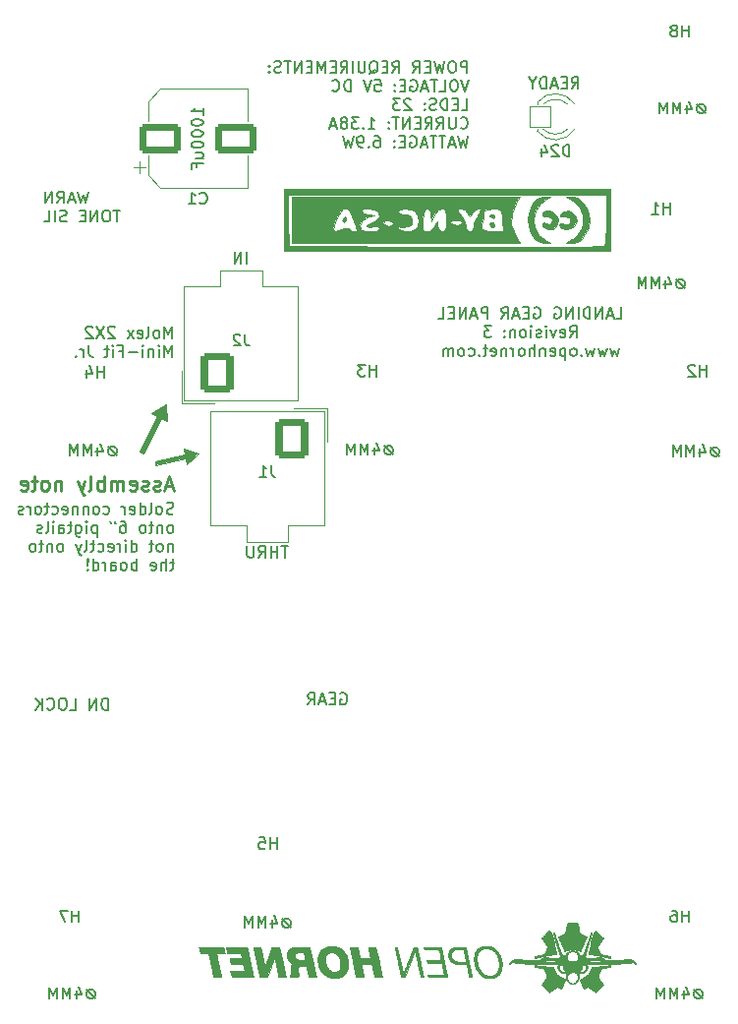
<source format=gbr>
%TF.GenerationSoftware,KiCad,Pcbnew,(6.0.9)*%
%TF.CreationDate,2023-04-01T14:10:47-08:00*%
%TF.ProjectId,LANDING GEAR PANEL,4c414e44-494e-4472-9047-454152205041,3*%
%TF.SameCoordinates,Original*%
%TF.FileFunction,Legend,Bot*%
%TF.FilePolarity,Positive*%
%FSLAX46Y46*%
G04 Gerber Fmt 4.6, Leading zero omitted, Abs format (unit mm)*
G04 Created by KiCad (PCBNEW (6.0.9)) date 2023-04-01 14:10:47*
%MOMM*%
%LPD*%
G01*
G04 APERTURE LIST*
G04 Aperture macros list*
%AMRoundRect*
0 Rectangle with rounded corners*
0 $1 Rounding radius*
0 $2 $3 $4 $5 $6 $7 $8 $9 X,Y pos of 4 corners*
0 Add a 4 corners polygon primitive as box body*
4,1,4,$2,$3,$4,$5,$6,$7,$8,$9,$2,$3,0*
0 Add four circle primitives for the rounded corners*
1,1,$1+$1,$2,$3*
1,1,$1+$1,$4,$5*
1,1,$1+$1,$6,$7*
1,1,$1+$1,$8,$9*
0 Add four rect primitives between the rounded corners*
20,1,$1+$1,$2,$3,$4,$5,0*
20,1,$1+$1,$4,$5,$6,$7,0*
20,1,$1+$1,$6,$7,$8,$9,0*
20,1,$1+$1,$8,$9,$2,$3,0*%
G04 Aperture macros list end*
%ADD10C,0.100000*%
%ADD11C,0.150000*%
%ADD12C,0.250000*%
%ADD13C,0.010000*%
%ADD14C,0.120000*%
%ADD15RoundRect,0.300000X-1.500000X-1.000000X1.500000X-1.000000X1.500000X1.000000X-1.500000X1.000000X0*%
%ADD16RoundRect,0.300001X1.099999X1.399999X-1.099999X1.399999X-1.099999X-1.399999X1.099999X-1.399999X0*%
%ADD17O,2.800000X3.400000*%
%ADD18RoundRect,0.050000X-0.900000X-0.900000X0.900000X-0.900000X0.900000X0.900000X-0.900000X0.900000X0*%
%ADD19C,1.900000*%
%ADD20RoundRect,0.300001X-1.099999X-1.399999X1.099999X-1.399999X1.099999X1.399999X-1.099999X1.399999X0*%
G04 APERTURE END LIST*
D10*
G36*
X79640000Y-77900000D02*
G01*
X78660000Y-78870000D01*
X78550000Y-78330000D01*
X75960000Y-78880000D01*
X75906000Y-78584000D01*
X78470000Y-78010000D01*
X78390000Y-77490000D01*
X79640000Y-77900000D01*
G37*
X79640000Y-77900000D02*
X78660000Y-78870000D01*
X78550000Y-78330000D01*
X75960000Y-78880000D01*
X75906000Y-78584000D01*
X78470000Y-78010000D01*
X78390000Y-77490000D01*
X79640000Y-77900000D01*
G36*
X76940000Y-75070000D02*
G01*
X76434000Y-74844000D01*
X74904000Y-77924000D01*
X74606000Y-77758000D01*
X76130000Y-74710000D01*
X75622000Y-74456000D01*
X76834000Y-73654000D01*
X76940000Y-75070000D01*
G37*
X76940000Y-75070000D02*
X76434000Y-74844000D01*
X74904000Y-77924000D01*
X74606000Y-77758000D01*
X76130000Y-74710000D01*
X75622000Y-74456000D01*
X76834000Y-73654000D01*
X76940000Y-75070000D01*
D11*
X69341904Y-118232180D02*
X69341904Y-117232180D01*
X69341904Y-117708371D02*
X68770476Y-117708371D01*
X68770476Y-118232180D02*
X68770476Y-117232180D01*
X68389523Y-117232180D02*
X67722857Y-117232180D01*
X68151428Y-118232180D01*
X70522885Y-124074276D02*
X70332409Y-124074276D01*
X70141933Y-124169514D01*
X70046695Y-124359990D01*
X70046695Y-124550466D01*
X70141933Y-124740942D01*
X70332409Y-124836180D01*
X70522885Y-124836180D01*
X70713361Y-124740942D01*
X70808600Y-124550466D01*
X70808600Y-124359990D01*
X70713361Y-124169514D01*
X70522885Y-124074276D01*
X70046695Y-124074276D02*
X70808600Y-124836180D01*
X69141933Y-124169514D02*
X69141933Y-124836180D01*
X69380028Y-123788561D02*
X69618123Y-124502847D01*
X68999076Y-124502847D01*
X68618123Y-124836180D02*
X68618123Y-123836180D01*
X68284790Y-124550466D01*
X67951457Y-123836180D01*
X67951457Y-124836180D01*
X67475266Y-124836180D02*
X67475266Y-123836180D01*
X67141933Y-124550466D01*
X66808600Y-123836180D01*
X66808600Y-124836180D01*
X121919904Y-42032180D02*
X121919904Y-41032180D01*
X121919904Y-41508371D02*
X121348476Y-41508371D01*
X121348476Y-42032180D02*
X121348476Y-41032180D01*
X120729428Y-41460752D02*
X120824666Y-41413133D01*
X120872285Y-41365514D01*
X120919904Y-41270276D01*
X120919904Y-41222657D01*
X120872285Y-41127419D01*
X120824666Y-41079800D01*
X120729428Y-41032180D01*
X120538952Y-41032180D01*
X120443714Y-41079800D01*
X120396095Y-41127419D01*
X120348476Y-41222657D01*
X120348476Y-41270276D01*
X120396095Y-41365514D01*
X120443714Y-41413133D01*
X120538952Y-41460752D01*
X120729428Y-41460752D01*
X120824666Y-41508371D01*
X120872285Y-41555990D01*
X120919904Y-41651228D01*
X120919904Y-41841704D01*
X120872285Y-41936942D01*
X120824666Y-41984561D01*
X120729428Y-42032180D01*
X120538952Y-42032180D01*
X120443714Y-41984561D01*
X120396095Y-41936942D01*
X120348476Y-41841704D01*
X120348476Y-41651228D01*
X120396095Y-41555990D01*
X120443714Y-41508371D01*
X120538952Y-41460752D01*
X123100885Y-47874276D02*
X122910409Y-47874276D01*
X122719933Y-47969514D01*
X122624695Y-48159990D01*
X122624695Y-48350466D01*
X122719933Y-48540942D01*
X122910409Y-48636180D01*
X123100885Y-48636180D01*
X123291361Y-48540942D01*
X123386600Y-48350466D01*
X123386600Y-48159990D01*
X123291361Y-47969514D01*
X123100885Y-47874276D01*
X122624695Y-47874276D02*
X123386600Y-48636180D01*
X121719933Y-47969514D02*
X121719933Y-48636180D01*
X121958028Y-47588561D02*
X122196123Y-48302847D01*
X121577076Y-48302847D01*
X121196123Y-48636180D02*
X121196123Y-47636180D01*
X120862790Y-48350466D01*
X120529457Y-47636180D01*
X120529457Y-48636180D01*
X120053266Y-48636180D02*
X120053266Y-47636180D01*
X119719933Y-48350466D01*
X119386600Y-47636180D01*
X119386600Y-48636180D01*
X80055980Y-48750790D02*
X80055980Y-48179361D01*
X80055980Y-48465076D02*
X79055980Y-48465076D01*
X79198838Y-48369838D01*
X79294076Y-48274600D01*
X79341695Y-48179361D01*
X79055980Y-49369838D02*
X79055980Y-49465076D01*
X79103600Y-49560314D01*
X79151219Y-49607933D01*
X79246457Y-49655552D01*
X79436933Y-49703171D01*
X79675028Y-49703171D01*
X79865504Y-49655552D01*
X79960742Y-49607933D01*
X80008361Y-49560314D01*
X80055980Y-49465076D01*
X80055980Y-49369838D01*
X80008361Y-49274600D01*
X79960742Y-49226980D01*
X79865504Y-49179361D01*
X79675028Y-49131742D01*
X79436933Y-49131742D01*
X79246457Y-49179361D01*
X79151219Y-49226980D01*
X79103600Y-49274600D01*
X79055980Y-49369838D01*
X79055980Y-50322219D02*
X79055980Y-50417457D01*
X79103600Y-50512695D01*
X79151219Y-50560314D01*
X79246457Y-50607933D01*
X79436933Y-50655552D01*
X79675028Y-50655552D01*
X79865504Y-50607933D01*
X79960742Y-50560314D01*
X80008361Y-50512695D01*
X80055980Y-50417457D01*
X80055980Y-50322219D01*
X80008361Y-50226980D01*
X79960742Y-50179361D01*
X79865504Y-50131742D01*
X79675028Y-50084123D01*
X79436933Y-50084123D01*
X79246457Y-50131742D01*
X79151219Y-50179361D01*
X79103600Y-50226980D01*
X79055980Y-50322219D01*
X79055980Y-51274600D02*
X79055980Y-51369838D01*
X79103600Y-51465076D01*
X79151219Y-51512695D01*
X79246457Y-51560314D01*
X79436933Y-51607933D01*
X79675028Y-51607933D01*
X79865504Y-51560314D01*
X79960742Y-51512695D01*
X80008361Y-51465076D01*
X80055980Y-51369838D01*
X80055980Y-51274600D01*
X80008361Y-51179361D01*
X79960742Y-51131742D01*
X79865504Y-51084123D01*
X79675028Y-51036504D01*
X79436933Y-51036504D01*
X79246457Y-51084123D01*
X79151219Y-51131742D01*
X79103600Y-51179361D01*
X79055980Y-51274600D01*
X79389314Y-52465076D02*
X80055980Y-52465076D01*
X79389314Y-52036504D02*
X79913123Y-52036504D01*
X80008361Y-52084123D01*
X80055980Y-52179361D01*
X80055980Y-52322219D01*
X80008361Y-52417457D01*
X79960742Y-52465076D01*
X79532171Y-53274600D02*
X79532171Y-52941266D01*
X80055980Y-52941266D02*
X79055980Y-52941266D01*
X79055980Y-53417457D01*
X87383333Y-85852380D02*
X86811904Y-85852380D01*
X87097619Y-86852380D02*
X87097619Y-85852380D01*
X86478571Y-86852380D02*
X86478571Y-85852380D01*
X86478571Y-86328571D02*
X85907142Y-86328571D01*
X85907142Y-86852380D02*
X85907142Y-85852380D01*
X84859523Y-86852380D02*
X85192857Y-86376190D01*
X85430952Y-86852380D02*
X85430952Y-85852380D01*
X85050000Y-85852380D01*
X84954761Y-85900000D01*
X84907142Y-85947619D01*
X84859523Y-86042857D01*
X84859523Y-86185714D01*
X84907142Y-86280952D01*
X84954761Y-86328571D01*
X85050000Y-86376190D01*
X85430952Y-86376190D01*
X84430952Y-85852380D02*
X84430952Y-86661904D01*
X84383333Y-86757142D01*
X84335714Y-86804761D01*
X84240476Y-86852380D01*
X84050000Y-86852380D01*
X83954761Y-86804761D01*
X83907142Y-86757142D01*
X83859523Y-86661904D01*
X83859523Y-85852380D01*
X122846885Y-124074276D02*
X122656409Y-124074276D01*
X122465933Y-124169514D01*
X122370695Y-124359990D01*
X122370695Y-124550466D01*
X122465933Y-124740942D01*
X122656409Y-124836180D01*
X122846885Y-124836180D01*
X123037361Y-124740942D01*
X123132600Y-124550466D01*
X123132600Y-124359990D01*
X123037361Y-124169514D01*
X122846885Y-124074276D01*
X122370695Y-124074276D02*
X123132600Y-124836180D01*
X121465933Y-124169514D02*
X121465933Y-124836180D01*
X121704028Y-123788561D02*
X121942123Y-124502847D01*
X121323076Y-124502847D01*
X120942123Y-124836180D02*
X120942123Y-123836180D01*
X120608790Y-124550466D01*
X120275457Y-123836180D01*
X120275457Y-124836180D01*
X119799266Y-124836180D02*
X119799266Y-123836180D01*
X119465933Y-124550466D01*
X119132600Y-123836180D01*
X119132600Y-124836180D01*
X72326285Y-77312876D02*
X72135809Y-77312876D01*
X71945333Y-77408114D01*
X71850095Y-77598590D01*
X71850095Y-77789066D01*
X71945333Y-77979542D01*
X72135809Y-78074780D01*
X72326285Y-78074780D01*
X72516761Y-77979542D01*
X72612000Y-77789066D01*
X72612000Y-77598590D01*
X72516761Y-77408114D01*
X72326285Y-77312876D01*
X71850095Y-77312876D02*
X72612000Y-78074780D01*
X70945333Y-77408114D02*
X70945333Y-78074780D01*
X71183428Y-77027161D02*
X71421523Y-77741447D01*
X70802476Y-77741447D01*
X70421523Y-78074780D02*
X70421523Y-77074780D01*
X70088190Y-77789066D01*
X69754857Y-77074780D01*
X69754857Y-78074780D01*
X69278666Y-78074780D02*
X69278666Y-77074780D01*
X68945333Y-77789066D01*
X68612000Y-77074780D01*
X68612000Y-78074780D01*
X111812200Y-46502580D02*
X112145533Y-46026390D01*
X112383628Y-46502580D02*
X112383628Y-45502580D01*
X112002676Y-45502580D01*
X111907438Y-45550200D01*
X111859819Y-45597819D01*
X111812200Y-45693057D01*
X111812200Y-45835914D01*
X111859819Y-45931152D01*
X111907438Y-45978771D01*
X112002676Y-46026390D01*
X112383628Y-46026390D01*
X111383628Y-45978771D02*
X111050295Y-45978771D01*
X110907438Y-46502580D02*
X111383628Y-46502580D01*
X111383628Y-45502580D01*
X110907438Y-45502580D01*
X110526485Y-46216866D02*
X110050295Y-46216866D01*
X110621723Y-46502580D02*
X110288390Y-45502580D01*
X109955057Y-46502580D01*
X109621723Y-46502580D02*
X109621723Y-45502580D01*
X109383628Y-45502580D01*
X109240771Y-45550200D01*
X109145533Y-45645438D01*
X109097914Y-45740676D01*
X109050295Y-45931152D01*
X109050295Y-46074009D01*
X109097914Y-46264485D01*
X109145533Y-46359723D01*
X109240771Y-46454961D01*
X109383628Y-46502580D01*
X109621723Y-46502580D01*
X108431247Y-46026390D02*
X108431247Y-46502580D01*
X108764580Y-45502580D02*
X108431247Y-46026390D01*
X108097914Y-45502580D01*
X94995904Y-71267580D02*
X94995904Y-70267580D01*
X94995904Y-70743771D02*
X94424476Y-70743771D01*
X94424476Y-71267580D02*
X94424476Y-70267580D01*
X94043523Y-70267580D02*
X93424476Y-70267580D01*
X93757809Y-70648533D01*
X93614952Y-70648533D01*
X93519714Y-70696152D01*
X93472095Y-70743771D01*
X93424476Y-70839009D01*
X93424476Y-71077104D01*
X93472095Y-71172342D01*
X93519714Y-71219961D01*
X93614952Y-71267580D01*
X93900666Y-71267580D01*
X93995904Y-71219961D01*
X94043523Y-71172342D01*
X115637342Y-66304780D02*
X116113533Y-66304780D01*
X116113533Y-65304780D01*
X115351628Y-66019066D02*
X114875438Y-66019066D01*
X115446866Y-66304780D02*
X115113533Y-65304780D01*
X114780200Y-66304780D01*
X114446866Y-66304780D02*
X114446866Y-65304780D01*
X113875438Y-66304780D01*
X113875438Y-65304780D01*
X113399247Y-66304780D02*
X113399247Y-65304780D01*
X113161152Y-65304780D01*
X113018295Y-65352400D01*
X112923057Y-65447638D01*
X112875438Y-65542876D01*
X112827819Y-65733352D01*
X112827819Y-65876209D01*
X112875438Y-66066685D01*
X112923057Y-66161923D01*
X113018295Y-66257161D01*
X113161152Y-66304780D01*
X113399247Y-66304780D01*
X112399247Y-66304780D02*
X112399247Y-65304780D01*
X111923057Y-66304780D02*
X111923057Y-65304780D01*
X111351628Y-66304780D01*
X111351628Y-65304780D01*
X110351628Y-65352400D02*
X110446866Y-65304780D01*
X110589723Y-65304780D01*
X110732580Y-65352400D01*
X110827819Y-65447638D01*
X110875438Y-65542876D01*
X110923057Y-65733352D01*
X110923057Y-65876209D01*
X110875438Y-66066685D01*
X110827819Y-66161923D01*
X110732580Y-66257161D01*
X110589723Y-66304780D01*
X110494485Y-66304780D01*
X110351628Y-66257161D01*
X110304009Y-66209542D01*
X110304009Y-65876209D01*
X110494485Y-65876209D01*
X108589723Y-65352400D02*
X108684961Y-65304780D01*
X108827819Y-65304780D01*
X108970676Y-65352400D01*
X109065914Y-65447638D01*
X109113533Y-65542876D01*
X109161152Y-65733352D01*
X109161152Y-65876209D01*
X109113533Y-66066685D01*
X109065914Y-66161923D01*
X108970676Y-66257161D01*
X108827819Y-66304780D01*
X108732580Y-66304780D01*
X108589723Y-66257161D01*
X108542104Y-66209542D01*
X108542104Y-65876209D01*
X108732580Y-65876209D01*
X108113533Y-65780971D02*
X107780200Y-65780971D01*
X107637342Y-66304780D02*
X108113533Y-66304780D01*
X108113533Y-65304780D01*
X107637342Y-65304780D01*
X107256390Y-66019066D02*
X106780200Y-66019066D01*
X107351628Y-66304780D02*
X107018295Y-65304780D01*
X106684961Y-66304780D01*
X105780200Y-66304780D02*
X106113533Y-65828590D01*
X106351628Y-66304780D02*
X106351628Y-65304780D01*
X105970676Y-65304780D01*
X105875438Y-65352400D01*
X105827819Y-65400019D01*
X105780200Y-65495257D01*
X105780200Y-65638114D01*
X105827819Y-65733352D01*
X105875438Y-65780971D01*
X105970676Y-65828590D01*
X106351628Y-65828590D01*
X104589723Y-66304780D02*
X104589723Y-65304780D01*
X104208771Y-65304780D01*
X104113533Y-65352400D01*
X104065914Y-65400019D01*
X104018295Y-65495257D01*
X104018295Y-65638114D01*
X104065914Y-65733352D01*
X104113533Y-65780971D01*
X104208771Y-65828590D01*
X104589723Y-65828590D01*
X103637342Y-66019066D02*
X103161152Y-66019066D01*
X103732580Y-66304780D02*
X103399247Y-65304780D01*
X103065914Y-66304780D01*
X102732580Y-66304780D02*
X102732580Y-65304780D01*
X102161152Y-66304780D01*
X102161152Y-65304780D01*
X101684961Y-65780971D02*
X101351628Y-65780971D01*
X101208771Y-66304780D02*
X101684961Y-66304780D01*
X101684961Y-65304780D01*
X101208771Y-65304780D01*
X100304009Y-66304780D02*
X100780200Y-66304780D01*
X100780200Y-65304780D01*
X111661152Y-67914780D02*
X111994485Y-67438590D01*
X112232580Y-67914780D02*
X112232580Y-66914780D01*
X111851628Y-66914780D01*
X111756390Y-66962400D01*
X111708771Y-67010019D01*
X111661152Y-67105257D01*
X111661152Y-67248114D01*
X111708771Y-67343352D01*
X111756390Y-67390971D01*
X111851628Y-67438590D01*
X112232580Y-67438590D01*
X110851628Y-67867161D02*
X110946866Y-67914780D01*
X111137342Y-67914780D01*
X111232580Y-67867161D01*
X111280200Y-67771923D01*
X111280200Y-67390971D01*
X111232580Y-67295733D01*
X111137342Y-67248114D01*
X110946866Y-67248114D01*
X110851628Y-67295733D01*
X110804009Y-67390971D01*
X110804009Y-67486209D01*
X111280200Y-67581447D01*
X110470676Y-67248114D02*
X110232580Y-67914780D01*
X109994485Y-67248114D01*
X109613533Y-67914780D02*
X109613533Y-67248114D01*
X109613533Y-66914780D02*
X109661152Y-66962400D01*
X109613533Y-67010019D01*
X109565914Y-66962400D01*
X109613533Y-66914780D01*
X109613533Y-67010019D01*
X109184961Y-67867161D02*
X109089723Y-67914780D01*
X108899247Y-67914780D01*
X108804009Y-67867161D01*
X108756390Y-67771923D01*
X108756390Y-67724304D01*
X108804009Y-67629066D01*
X108899247Y-67581447D01*
X109042104Y-67581447D01*
X109137342Y-67533828D01*
X109184961Y-67438590D01*
X109184961Y-67390971D01*
X109137342Y-67295733D01*
X109042104Y-67248114D01*
X108899247Y-67248114D01*
X108804009Y-67295733D01*
X108327819Y-67914780D02*
X108327819Y-67248114D01*
X108327819Y-66914780D02*
X108375438Y-66962400D01*
X108327819Y-67010019D01*
X108280200Y-66962400D01*
X108327819Y-66914780D01*
X108327819Y-67010019D01*
X107708771Y-67914780D02*
X107804009Y-67867161D01*
X107851628Y-67819542D01*
X107899247Y-67724304D01*
X107899247Y-67438590D01*
X107851628Y-67343352D01*
X107804009Y-67295733D01*
X107708771Y-67248114D01*
X107565914Y-67248114D01*
X107470676Y-67295733D01*
X107423057Y-67343352D01*
X107375438Y-67438590D01*
X107375438Y-67724304D01*
X107423057Y-67819542D01*
X107470676Y-67867161D01*
X107565914Y-67914780D01*
X107708771Y-67914780D01*
X106946866Y-67248114D02*
X106946866Y-67914780D01*
X106946866Y-67343352D02*
X106899247Y-67295733D01*
X106804009Y-67248114D01*
X106661152Y-67248114D01*
X106565914Y-67295733D01*
X106518295Y-67390971D01*
X106518295Y-67914780D01*
X106042104Y-67819542D02*
X105994485Y-67867161D01*
X106042104Y-67914780D01*
X106089723Y-67867161D01*
X106042104Y-67819542D01*
X106042104Y-67914780D01*
X106042104Y-67295733D02*
X105994485Y-67343352D01*
X106042104Y-67390971D01*
X106089723Y-67343352D01*
X106042104Y-67295733D01*
X106042104Y-67390971D01*
X104899247Y-66914780D02*
X104280200Y-66914780D01*
X104613533Y-67295733D01*
X104470676Y-67295733D01*
X104375438Y-67343352D01*
X104327819Y-67390971D01*
X104280200Y-67486209D01*
X104280200Y-67724304D01*
X104327819Y-67819542D01*
X104375438Y-67867161D01*
X104470676Y-67914780D01*
X104756390Y-67914780D01*
X104851628Y-67867161D01*
X104899247Y-67819542D01*
X115899247Y-68858114D02*
X115708771Y-69524780D01*
X115518295Y-69048590D01*
X115327819Y-69524780D01*
X115137342Y-68858114D01*
X114851628Y-68858114D02*
X114661152Y-69524780D01*
X114470676Y-69048590D01*
X114280200Y-69524780D01*
X114089723Y-68858114D01*
X113804009Y-68858114D02*
X113613533Y-69524780D01*
X113423057Y-69048590D01*
X113232580Y-69524780D01*
X113042104Y-68858114D01*
X112661152Y-69429542D02*
X112613533Y-69477161D01*
X112661152Y-69524780D01*
X112708771Y-69477161D01*
X112661152Y-69429542D01*
X112661152Y-69524780D01*
X112042104Y-69524780D02*
X112137342Y-69477161D01*
X112184961Y-69429542D01*
X112232580Y-69334304D01*
X112232580Y-69048590D01*
X112184961Y-68953352D01*
X112137342Y-68905733D01*
X112042104Y-68858114D01*
X111899247Y-68858114D01*
X111804009Y-68905733D01*
X111756390Y-68953352D01*
X111708771Y-69048590D01*
X111708771Y-69334304D01*
X111756390Y-69429542D01*
X111804009Y-69477161D01*
X111899247Y-69524780D01*
X112042104Y-69524780D01*
X111280200Y-68858114D02*
X111280200Y-69858114D01*
X111280200Y-68905733D02*
X111184961Y-68858114D01*
X110994485Y-68858114D01*
X110899247Y-68905733D01*
X110851628Y-68953352D01*
X110804009Y-69048590D01*
X110804009Y-69334304D01*
X110851628Y-69429542D01*
X110899247Y-69477161D01*
X110994485Y-69524780D01*
X111184961Y-69524780D01*
X111280200Y-69477161D01*
X109994485Y-69477161D02*
X110089723Y-69524780D01*
X110280200Y-69524780D01*
X110375438Y-69477161D01*
X110423057Y-69381923D01*
X110423057Y-69000971D01*
X110375438Y-68905733D01*
X110280200Y-68858114D01*
X110089723Y-68858114D01*
X109994485Y-68905733D01*
X109946866Y-69000971D01*
X109946866Y-69096209D01*
X110423057Y-69191447D01*
X109518295Y-68858114D02*
X109518295Y-69524780D01*
X109518295Y-68953352D02*
X109470676Y-68905733D01*
X109375438Y-68858114D01*
X109232580Y-68858114D01*
X109137342Y-68905733D01*
X109089723Y-69000971D01*
X109089723Y-69524780D01*
X108613533Y-69524780D02*
X108613533Y-68524780D01*
X108184961Y-69524780D02*
X108184961Y-69000971D01*
X108232580Y-68905733D01*
X108327819Y-68858114D01*
X108470676Y-68858114D01*
X108565914Y-68905733D01*
X108613533Y-68953352D01*
X107565914Y-69524780D02*
X107661152Y-69477161D01*
X107708771Y-69429542D01*
X107756390Y-69334304D01*
X107756390Y-69048590D01*
X107708771Y-68953352D01*
X107661152Y-68905733D01*
X107565914Y-68858114D01*
X107423057Y-68858114D01*
X107327819Y-68905733D01*
X107280200Y-68953352D01*
X107232580Y-69048590D01*
X107232580Y-69334304D01*
X107280200Y-69429542D01*
X107327819Y-69477161D01*
X107423057Y-69524780D01*
X107565914Y-69524780D01*
X106804009Y-69524780D02*
X106804009Y-68858114D01*
X106804009Y-69048590D02*
X106756390Y-68953352D01*
X106708771Y-68905733D01*
X106613533Y-68858114D01*
X106518295Y-68858114D01*
X106184961Y-68858114D02*
X106184961Y-69524780D01*
X106184961Y-68953352D02*
X106137342Y-68905733D01*
X106042104Y-68858114D01*
X105899247Y-68858114D01*
X105804009Y-68905733D01*
X105756390Y-69000971D01*
X105756390Y-69524780D01*
X104899247Y-69477161D02*
X104994485Y-69524780D01*
X105184961Y-69524780D01*
X105280200Y-69477161D01*
X105327819Y-69381923D01*
X105327819Y-69000971D01*
X105280200Y-68905733D01*
X105184961Y-68858114D01*
X104994485Y-68858114D01*
X104899247Y-68905733D01*
X104851628Y-69000971D01*
X104851628Y-69096209D01*
X105327819Y-69191447D01*
X104565914Y-68858114D02*
X104184961Y-68858114D01*
X104423057Y-68524780D02*
X104423057Y-69381923D01*
X104375438Y-69477161D01*
X104280200Y-69524780D01*
X104184961Y-69524780D01*
X103851628Y-69429542D02*
X103804009Y-69477161D01*
X103851628Y-69524780D01*
X103899247Y-69477161D01*
X103851628Y-69429542D01*
X103851628Y-69524780D01*
X102946866Y-69477161D02*
X103042104Y-69524780D01*
X103232580Y-69524780D01*
X103327819Y-69477161D01*
X103375438Y-69429542D01*
X103423057Y-69334304D01*
X103423057Y-69048590D01*
X103375438Y-68953352D01*
X103327819Y-68905733D01*
X103232580Y-68858114D01*
X103042104Y-68858114D01*
X102946866Y-68905733D01*
X102375438Y-69524780D02*
X102470676Y-69477161D01*
X102518295Y-69429542D01*
X102565914Y-69334304D01*
X102565914Y-69048590D01*
X102518295Y-68953352D01*
X102470676Y-68905733D01*
X102375438Y-68858114D01*
X102232580Y-68858114D01*
X102137342Y-68905733D01*
X102089723Y-68953352D01*
X102042104Y-69048590D01*
X102042104Y-69334304D01*
X102089723Y-69429542D01*
X102137342Y-69477161D01*
X102232580Y-69524780D01*
X102375438Y-69524780D01*
X101613533Y-69524780D02*
X101613533Y-68858114D01*
X101613533Y-68953352D02*
X101565914Y-68905733D01*
X101470676Y-68858114D01*
X101327819Y-68858114D01*
X101232580Y-68905733D01*
X101184961Y-69000971D01*
X101184961Y-69524780D01*
X101184961Y-69000971D02*
X101137342Y-68905733D01*
X101042104Y-68858114D01*
X100899247Y-68858114D01*
X100804009Y-68905733D01*
X100756390Y-69000971D01*
X100756390Y-69524780D01*
X102814404Y-45132380D02*
X102814404Y-44132380D01*
X102433452Y-44132380D01*
X102338214Y-44180000D01*
X102290595Y-44227619D01*
X102242976Y-44322857D01*
X102242976Y-44465714D01*
X102290595Y-44560952D01*
X102338214Y-44608571D01*
X102433452Y-44656190D01*
X102814404Y-44656190D01*
X101623928Y-44132380D02*
X101433452Y-44132380D01*
X101338214Y-44180000D01*
X101242976Y-44275238D01*
X101195357Y-44465714D01*
X101195357Y-44799047D01*
X101242976Y-44989523D01*
X101338214Y-45084761D01*
X101433452Y-45132380D01*
X101623928Y-45132380D01*
X101719166Y-45084761D01*
X101814404Y-44989523D01*
X101862023Y-44799047D01*
X101862023Y-44465714D01*
X101814404Y-44275238D01*
X101719166Y-44180000D01*
X101623928Y-44132380D01*
X100862023Y-44132380D02*
X100623928Y-45132380D01*
X100433452Y-44418095D01*
X100242976Y-45132380D01*
X100004880Y-44132380D01*
X99623928Y-44608571D02*
X99290595Y-44608571D01*
X99147738Y-45132380D02*
X99623928Y-45132380D01*
X99623928Y-44132380D01*
X99147738Y-44132380D01*
X98147738Y-45132380D02*
X98481071Y-44656190D01*
X98719166Y-45132380D02*
X98719166Y-44132380D01*
X98338214Y-44132380D01*
X98242976Y-44180000D01*
X98195357Y-44227619D01*
X98147738Y-44322857D01*
X98147738Y-44465714D01*
X98195357Y-44560952D01*
X98242976Y-44608571D01*
X98338214Y-44656190D01*
X98719166Y-44656190D01*
X96385833Y-45132380D02*
X96719166Y-44656190D01*
X96957261Y-45132380D02*
X96957261Y-44132380D01*
X96576309Y-44132380D01*
X96481071Y-44180000D01*
X96433452Y-44227619D01*
X96385833Y-44322857D01*
X96385833Y-44465714D01*
X96433452Y-44560952D01*
X96481071Y-44608571D01*
X96576309Y-44656190D01*
X96957261Y-44656190D01*
X95957261Y-44608571D02*
X95623928Y-44608571D01*
X95481071Y-45132380D02*
X95957261Y-45132380D01*
X95957261Y-44132380D01*
X95481071Y-44132380D01*
X94385833Y-45227619D02*
X94481071Y-45180000D01*
X94576309Y-45084761D01*
X94719166Y-44941904D01*
X94814404Y-44894285D01*
X94909642Y-44894285D01*
X94862023Y-45132380D02*
X94957261Y-45084761D01*
X95052500Y-44989523D01*
X95100119Y-44799047D01*
X95100119Y-44465714D01*
X95052500Y-44275238D01*
X94957261Y-44180000D01*
X94862023Y-44132380D01*
X94671547Y-44132380D01*
X94576309Y-44180000D01*
X94481071Y-44275238D01*
X94433452Y-44465714D01*
X94433452Y-44799047D01*
X94481071Y-44989523D01*
X94576309Y-45084761D01*
X94671547Y-45132380D01*
X94862023Y-45132380D01*
X94004880Y-44132380D02*
X94004880Y-44941904D01*
X93957261Y-45037142D01*
X93909642Y-45084761D01*
X93814404Y-45132380D01*
X93623928Y-45132380D01*
X93528690Y-45084761D01*
X93481071Y-45037142D01*
X93433452Y-44941904D01*
X93433452Y-44132380D01*
X92957261Y-45132380D02*
X92957261Y-44132380D01*
X91909642Y-45132380D02*
X92242976Y-44656190D01*
X92481071Y-45132380D02*
X92481071Y-44132380D01*
X92100119Y-44132380D01*
X92004880Y-44180000D01*
X91957261Y-44227619D01*
X91909642Y-44322857D01*
X91909642Y-44465714D01*
X91957261Y-44560952D01*
X92004880Y-44608571D01*
X92100119Y-44656190D01*
X92481071Y-44656190D01*
X91481071Y-44608571D02*
X91147738Y-44608571D01*
X91004880Y-45132380D02*
X91481071Y-45132380D01*
X91481071Y-44132380D01*
X91004880Y-44132380D01*
X90576309Y-45132380D02*
X90576309Y-44132380D01*
X90242976Y-44846666D01*
X89909642Y-44132380D01*
X89909642Y-45132380D01*
X89433452Y-44608571D02*
X89100119Y-44608571D01*
X88957261Y-45132380D02*
X89433452Y-45132380D01*
X89433452Y-44132380D01*
X88957261Y-44132380D01*
X88528690Y-45132380D02*
X88528690Y-44132380D01*
X87957261Y-45132380D01*
X87957261Y-44132380D01*
X87623928Y-44132380D02*
X87052500Y-44132380D01*
X87338214Y-45132380D02*
X87338214Y-44132380D01*
X86766785Y-45084761D02*
X86623928Y-45132380D01*
X86385833Y-45132380D01*
X86290595Y-45084761D01*
X86242976Y-45037142D01*
X86195357Y-44941904D01*
X86195357Y-44846666D01*
X86242976Y-44751428D01*
X86290595Y-44703809D01*
X86385833Y-44656190D01*
X86576309Y-44608571D01*
X86671547Y-44560952D01*
X86719166Y-44513333D01*
X86766785Y-44418095D01*
X86766785Y-44322857D01*
X86719166Y-44227619D01*
X86671547Y-44180000D01*
X86576309Y-44132380D01*
X86338214Y-44132380D01*
X86195357Y-44180000D01*
X85766785Y-45037142D02*
X85719166Y-45084761D01*
X85766785Y-45132380D01*
X85814404Y-45084761D01*
X85766785Y-45037142D01*
X85766785Y-45132380D01*
X85766785Y-44513333D02*
X85719166Y-44560952D01*
X85766785Y-44608571D01*
X85814404Y-44560952D01*
X85766785Y-44513333D01*
X85766785Y-44608571D01*
X102957261Y-45742380D02*
X102623928Y-46742380D01*
X102290595Y-45742380D01*
X101766785Y-45742380D02*
X101576309Y-45742380D01*
X101481071Y-45790000D01*
X101385833Y-45885238D01*
X101338214Y-46075714D01*
X101338214Y-46409047D01*
X101385833Y-46599523D01*
X101481071Y-46694761D01*
X101576309Y-46742380D01*
X101766785Y-46742380D01*
X101862023Y-46694761D01*
X101957261Y-46599523D01*
X102004880Y-46409047D01*
X102004880Y-46075714D01*
X101957261Y-45885238D01*
X101862023Y-45790000D01*
X101766785Y-45742380D01*
X100433452Y-46742380D02*
X100909642Y-46742380D01*
X100909642Y-45742380D01*
X100242976Y-45742380D02*
X99671547Y-45742380D01*
X99957261Y-46742380D02*
X99957261Y-45742380D01*
X99385833Y-46456666D02*
X98909642Y-46456666D01*
X99481071Y-46742380D02*
X99147738Y-45742380D01*
X98814404Y-46742380D01*
X97957261Y-45790000D02*
X98052500Y-45742380D01*
X98195357Y-45742380D01*
X98338214Y-45790000D01*
X98433452Y-45885238D01*
X98481071Y-45980476D01*
X98528690Y-46170952D01*
X98528690Y-46313809D01*
X98481071Y-46504285D01*
X98433452Y-46599523D01*
X98338214Y-46694761D01*
X98195357Y-46742380D01*
X98100119Y-46742380D01*
X97957261Y-46694761D01*
X97909642Y-46647142D01*
X97909642Y-46313809D01*
X98100119Y-46313809D01*
X97481071Y-46218571D02*
X97147738Y-46218571D01*
X97004880Y-46742380D02*
X97481071Y-46742380D01*
X97481071Y-45742380D01*
X97004880Y-45742380D01*
X96576309Y-46647142D02*
X96528690Y-46694761D01*
X96576309Y-46742380D01*
X96623928Y-46694761D01*
X96576309Y-46647142D01*
X96576309Y-46742380D01*
X96576309Y-46123333D02*
X96528690Y-46170952D01*
X96576309Y-46218571D01*
X96623928Y-46170952D01*
X96576309Y-46123333D01*
X96576309Y-46218571D01*
X94862023Y-45742380D02*
X95338214Y-45742380D01*
X95385833Y-46218571D01*
X95338214Y-46170952D01*
X95242976Y-46123333D01*
X95004880Y-46123333D01*
X94909642Y-46170952D01*
X94862023Y-46218571D01*
X94814404Y-46313809D01*
X94814404Y-46551904D01*
X94862023Y-46647142D01*
X94909642Y-46694761D01*
X95004880Y-46742380D01*
X95242976Y-46742380D01*
X95338214Y-46694761D01*
X95385833Y-46647142D01*
X94528690Y-45742380D02*
X94195357Y-46742380D01*
X93862023Y-45742380D01*
X92766785Y-46742380D02*
X92766785Y-45742380D01*
X92528690Y-45742380D01*
X92385833Y-45790000D01*
X92290595Y-45885238D01*
X92242976Y-45980476D01*
X92195357Y-46170952D01*
X92195357Y-46313809D01*
X92242976Y-46504285D01*
X92290595Y-46599523D01*
X92385833Y-46694761D01*
X92528690Y-46742380D01*
X92766785Y-46742380D01*
X91195357Y-46647142D02*
X91242976Y-46694761D01*
X91385833Y-46742380D01*
X91481071Y-46742380D01*
X91623928Y-46694761D01*
X91719166Y-46599523D01*
X91766785Y-46504285D01*
X91814404Y-46313809D01*
X91814404Y-46170952D01*
X91766785Y-45980476D01*
X91719166Y-45885238D01*
X91623928Y-45790000D01*
X91481071Y-45742380D01*
X91385833Y-45742380D01*
X91242976Y-45790000D01*
X91195357Y-45837619D01*
X102338214Y-48352380D02*
X102814404Y-48352380D01*
X102814404Y-47352380D01*
X102004880Y-47828571D02*
X101671547Y-47828571D01*
X101528690Y-48352380D02*
X102004880Y-48352380D01*
X102004880Y-47352380D01*
X101528690Y-47352380D01*
X101100119Y-48352380D02*
X101100119Y-47352380D01*
X100862023Y-47352380D01*
X100719166Y-47400000D01*
X100623928Y-47495238D01*
X100576309Y-47590476D01*
X100528690Y-47780952D01*
X100528690Y-47923809D01*
X100576309Y-48114285D01*
X100623928Y-48209523D01*
X100719166Y-48304761D01*
X100862023Y-48352380D01*
X101100119Y-48352380D01*
X100147738Y-48304761D02*
X100004880Y-48352380D01*
X99766785Y-48352380D01*
X99671547Y-48304761D01*
X99623928Y-48257142D01*
X99576309Y-48161904D01*
X99576309Y-48066666D01*
X99623928Y-47971428D01*
X99671547Y-47923809D01*
X99766785Y-47876190D01*
X99957261Y-47828571D01*
X100052500Y-47780952D01*
X100100119Y-47733333D01*
X100147738Y-47638095D01*
X100147738Y-47542857D01*
X100100119Y-47447619D01*
X100052500Y-47400000D01*
X99957261Y-47352380D01*
X99719166Y-47352380D01*
X99576309Y-47400000D01*
X99147738Y-48257142D02*
X99100119Y-48304761D01*
X99147738Y-48352380D01*
X99195357Y-48304761D01*
X99147738Y-48257142D01*
X99147738Y-48352380D01*
X99147738Y-47733333D02*
X99100119Y-47780952D01*
X99147738Y-47828571D01*
X99195357Y-47780952D01*
X99147738Y-47733333D01*
X99147738Y-47828571D01*
X97957261Y-47447619D02*
X97909642Y-47400000D01*
X97814404Y-47352380D01*
X97576309Y-47352380D01*
X97481071Y-47400000D01*
X97433452Y-47447619D01*
X97385833Y-47542857D01*
X97385833Y-47638095D01*
X97433452Y-47780952D01*
X98004880Y-48352380D01*
X97385833Y-48352380D01*
X97052500Y-47352380D02*
X96433452Y-47352380D01*
X96766785Y-47733333D01*
X96623928Y-47733333D01*
X96528690Y-47780952D01*
X96481071Y-47828571D01*
X96433452Y-47923809D01*
X96433452Y-48161904D01*
X96481071Y-48257142D01*
X96528690Y-48304761D01*
X96623928Y-48352380D01*
X96909642Y-48352380D01*
X97004880Y-48304761D01*
X97052500Y-48257142D01*
X102242976Y-49867142D02*
X102290595Y-49914761D01*
X102433452Y-49962380D01*
X102528690Y-49962380D01*
X102671547Y-49914761D01*
X102766785Y-49819523D01*
X102814404Y-49724285D01*
X102862023Y-49533809D01*
X102862023Y-49390952D01*
X102814404Y-49200476D01*
X102766785Y-49105238D01*
X102671547Y-49010000D01*
X102528690Y-48962380D01*
X102433452Y-48962380D01*
X102290595Y-49010000D01*
X102242976Y-49057619D01*
X101814404Y-48962380D02*
X101814404Y-49771904D01*
X101766785Y-49867142D01*
X101719166Y-49914761D01*
X101623928Y-49962380D01*
X101433452Y-49962380D01*
X101338214Y-49914761D01*
X101290595Y-49867142D01*
X101242976Y-49771904D01*
X101242976Y-48962380D01*
X100195357Y-49962380D02*
X100528690Y-49486190D01*
X100766785Y-49962380D02*
X100766785Y-48962380D01*
X100385833Y-48962380D01*
X100290595Y-49010000D01*
X100242976Y-49057619D01*
X100195357Y-49152857D01*
X100195357Y-49295714D01*
X100242976Y-49390952D01*
X100290595Y-49438571D01*
X100385833Y-49486190D01*
X100766785Y-49486190D01*
X99195357Y-49962380D02*
X99528690Y-49486190D01*
X99766785Y-49962380D02*
X99766785Y-48962380D01*
X99385833Y-48962380D01*
X99290595Y-49010000D01*
X99242976Y-49057619D01*
X99195357Y-49152857D01*
X99195357Y-49295714D01*
X99242976Y-49390952D01*
X99290595Y-49438571D01*
X99385833Y-49486190D01*
X99766785Y-49486190D01*
X98766785Y-49438571D02*
X98433452Y-49438571D01*
X98290595Y-49962380D02*
X98766785Y-49962380D01*
X98766785Y-48962380D01*
X98290595Y-48962380D01*
X97862023Y-49962380D02*
X97862023Y-48962380D01*
X97290595Y-49962380D01*
X97290595Y-48962380D01*
X96957261Y-48962380D02*
X96385833Y-48962380D01*
X96671547Y-49962380D02*
X96671547Y-48962380D01*
X96052500Y-49867142D02*
X96004880Y-49914761D01*
X96052500Y-49962380D01*
X96100119Y-49914761D01*
X96052500Y-49867142D01*
X96052500Y-49962380D01*
X96052500Y-49343333D02*
X96004880Y-49390952D01*
X96052500Y-49438571D01*
X96100119Y-49390952D01*
X96052500Y-49343333D01*
X96052500Y-49438571D01*
X94290595Y-49962380D02*
X94862023Y-49962380D01*
X94576309Y-49962380D02*
X94576309Y-48962380D01*
X94671547Y-49105238D01*
X94766785Y-49200476D01*
X94862023Y-49248095D01*
X93862023Y-49867142D02*
X93814404Y-49914761D01*
X93862023Y-49962380D01*
X93909642Y-49914761D01*
X93862023Y-49867142D01*
X93862023Y-49962380D01*
X93481071Y-48962380D02*
X92862023Y-48962380D01*
X93195357Y-49343333D01*
X93052500Y-49343333D01*
X92957261Y-49390952D01*
X92909642Y-49438571D01*
X92862023Y-49533809D01*
X92862023Y-49771904D01*
X92909642Y-49867142D01*
X92957261Y-49914761D01*
X93052500Y-49962380D01*
X93338214Y-49962380D01*
X93433452Y-49914761D01*
X93481071Y-49867142D01*
X92290595Y-49390952D02*
X92385833Y-49343333D01*
X92433452Y-49295714D01*
X92481071Y-49200476D01*
X92481071Y-49152857D01*
X92433452Y-49057619D01*
X92385833Y-49010000D01*
X92290595Y-48962380D01*
X92100119Y-48962380D01*
X92004880Y-49010000D01*
X91957261Y-49057619D01*
X91909642Y-49152857D01*
X91909642Y-49200476D01*
X91957261Y-49295714D01*
X92004880Y-49343333D01*
X92100119Y-49390952D01*
X92290595Y-49390952D01*
X92385833Y-49438571D01*
X92433452Y-49486190D01*
X92481071Y-49581428D01*
X92481071Y-49771904D01*
X92433452Y-49867142D01*
X92385833Y-49914761D01*
X92290595Y-49962380D01*
X92100119Y-49962380D01*
X92004880Y-49914761D01*
X91957261Y-49867142D01*
X91909642Y-49771904D01*
X91909642Y-49581428D01*
X91957261Y-49486190D01*
X92004880Y-49438571D01*
X92100119Y-49390952D01*
X91528690Y-49676666D02*
X91052500Y-49676666D01*
X91623928Y-49962380D02*
X91290595Y-48962380D01*
X90957261Y-49962380D01*
X102909642Y-50572380D02*
X102671547Y-51572380D01*
X102481071Y-50858095D01*
X102290595Y-51572380D01*
X102052500Y-50572380D01*
X101719166Y-51286666D02*
X101242976Y-51286666D01*
X101814404Y-51572380D02*
X101481071Y-50572380D01*
X101147738Y-51572380D01*
X100957261Y-50572380D02*
X100385833Y-50572380D01*
X100671547Y-51572380D02*
X100671547Y-50572380D01*
X100195357Y-50572380D02*
X99623928Y-50572380D01*
X99909642Y-51572380D02*
X99909642Y-50572380D01*
X99338214Y-51286666D02*
X98862023Y-51286666D01*
X99433452Y-51572380D02*
X99100119Y-50572380D01*
X98766785Y-51572380D01*
X97909642Y-50620000D02*
X98004880Y-50572380D01*
X98147738Y-50572380D01*
X98290595Y-50620000D01*
X98385833Y-50715238D01*
X98433452Y-50810476D01*
X98481071Y-51000952D01*
X98481071Y-51143809D01*
X98433452Y-51334285D01*
X98385833Y-51429523D01*
X98290595Y-51524761D01*
X98147738Y-51572380D01*
X98052500Y-51572380D01*
X97909642Y-51524761D01*
X97862023Y-51477142D01*
X97862023Y-51143809D01*
X98052500Y-51143809D01*
X97433452Y-51048571D02*
X97100119Y-51048571D01*
X96957261Y-51572380D02*
X97433452Y-51572380D01*
X97433452Y-50572380D01*
X96957261Y-50572380D01*
X96528690Y-51477142D02*
X96481071Y-51524761D01*
X96528690Y-51572380D01*
X96576309Y-51524761D01*
X96528690Y-51477142D01*
X96528690Y-51572380D01*
X96528690Y-50953333D02*
X96481071Y-51000952D01*
X96528690Y-51048571D01*
X96576309Y-51000952D01*
X96528690Y-50953333D01*
X96528690Y-51048571D01*
X94862023Y-50572380D02*
X95052500Y-50572380D01*
X95147738Y-50620000D01*
X95195357Y-50667619D01*
X95290595Y-50810476D01*
X95338214Y-51000952D01*
X95338214Y-51381904D01*
X95290595Y-51477142D01*
X95242976Y-51524761D01*
X95147738Y-51572380D01*
X94957261Y-51572380D01*
X94862023Y-51524761D01*
X94814404Y-51477142D01*
X94766785Y-51381904D01*
X94766785Y-51143809D01*
X94814404Y-51048571D01*
X94862023Y-51000952D01*
X94957261Y-50953333D01*
X95147738Y-50953333D01*
X95242976Y-51000952D01*
X95290595Y-51048571D01*
X95338214Y-51143809D01*
X94338214Y-51477142D02*
X94290595Y-51524761D01*
X94338214Y-51572380D01*
X94385833Y-51524761D01*
X94338214Y-51477142D01*
X94338214Y-51572380D01*
X93814404Y-51572380D02*
X93623928Y-51572380D01*
X93528690Y-51524761D01*
X93481071Y-51477142D01*
X93385833Y-51334285D01*
X93338214Y-51143809D01*
X93338214Y-50762857D01*
X93385833Y-50667619D01*
X93433452Y-50620000D01*
X93528690Y-50572380D01*
X93719166Y-50572380D01*
X93814404Y-50620000D01*
X93862023Y-50667619D01*
X93909642Y-50762857D01*
X93909642Y-51000952D01*
X93862023Y-51096190D01*
X93814404Y-51143809D01*
X93719166Y-51191428D01*
X93528690Y-51191428D01*
X93433452Y-51143809D01*
X93385833Y-51096190D01*
X93338214Y-51000952D01*
X93004880Y-50572380D02*
X92766785Y-51572380D01*
X92576309Y-50858095D01*
X92385833Y-51572380D01*
X92147738Y-50572380D01*
X121272085Y-62911076D02*
X121081609Y-62911076D01*
X120891133Y-63006314D01*
X120795895Y-63196790D01*
X120795895Y-63387266D01*
X120891133Y-63577742D01*
X121081609Y-63672980D01*
X121272085Y-63672980D01*
X121462561Y-63577742D01*
X121557800Y-63387266D01*
X121557800Y-63196790D01*
X121462561Y-63006314D01*
X121272085Y-62911076D01*
X120795895Y-62911076D02*
X121557800Y-63672980D01*
X119891133Y-63006314D02*
X119891133Y-63672980D01*
X120129228Y-62625361D02*
X120367323Y-63339647D01*
X119748276Y-63339647D01*
X119367323Y-63672980D02*
X119367323Y-62672980D01*
X119033990Y-63387266D01*
X118700657Y-62672980D01*
X118700657Y-63672980D01*
X118224466Y-63672980D02*
X118224466Y-62672980D01*
X117891133Y-63387266D01*
X117557800Y-62672980D01*
X117557800Y-63672980D01*
D12*
X77413619Y-80726333D02*
X76818380Y-80726333D01*
X77532666Y-81083476D02*
X77116000Y-79833476D01*
X76699333Y-81083476D01*
X76342190Y-81023952D02*
X76223142Y-81083476D01*
X75985047Y-81083476D01*
X75866000Y-81023952D01*
X75806476Y-80904904D01*
X75806476Y-80845380D01*
X75866000Y-80726333D01*
X75985047Y-80666809D01*
X76163619Y-80666809D01*
X76282666Y-80607285D01*
X76342190Y-80488238D01*
X76342190Y-80428714D01*
X76282666Y-80309666D01*
X76163619Y-80250142D01*
X75985047Y-80250142D01*
X75866000Y-80309666D01*
X75330285Y-81023952D02*
X75211238Y-81083476D01*
X74973142Y-81083476D01*
X74854095Y-81023952D01*
X74794571Y-80904904D01*
X74794571Y-80845380D01*
X74854095Y-80726333D01*
X74973142Y-80666809D01*
X75151714Y-80666809D01*
X75270761Y-80607285D01*
X75330285Y-80488238D01*
X75330285Y-80428714D01*
X75270761Y-80309666D01*
X75151714Y-80250142D01*
X74973142Y-80250142D01*
X74854095Y-80309666D01*
X73782666Y-81023952D02*
X73901714Y-81083476D01*
X74139809Y-81083476D01*
X74258857Y-81023952D01*
X74318380Y-80904904D01*
X74318380Y-80428714D01*
X74258857Y-80309666D01*
X74139809Y-80250142D01*
X73901714Y-80250142D01*
X73782666Y-80309666D01*
X73723142Y-80428714D01*
X73723142Y-80547761D01*
X74318380Y-80666809D01*
X73187428Y-81083476D02*
X73187428Y-80250142D01*
X73187428Y-80369190D02*
X73127904Y-80309666D01*
X73008857Y-80250142D01*
X72830285Y-80250142D01*
X72711238Y-80309666D01*
X72651714Y-80428714D01*
X72651714Y-81083476D01*
X72651714Y-80428714D02*
X72592190Y-80309666D01*
X72473142Y-80250142D01*
X72294571Y-80250142D01*
X72175523Y-80309666D01*
X72116000Y-80428714D01*
X72116000Y-81083476D01*
X71520761Y-81083476D02*
X71520761Y-79833476D01*
X71520761Y-80309666D02*
X71401714Y-80250142D01*
X71163619Y-80250142D01*
X71044571Y-80309666D01*
X70985047Y-80369190D01*
X70925523Y-80488238D01*
X70925523Y-80845380D01*
X70985047Y-80964428D01*
X71044571Y-81023952D01*
X71163619Y-81083476D01*
X71401714Y-81083476D01*
X71520761Y-81023952D01*
X70211238Y-81083476D02*
X70330285Y-81023952D01*
X70389809Y-80904904D01*
X70389809Y-79833476D01*
X69854095Y-80250142D02*
X69556476Y-81083476D01*
X69258857Y-80250142D02*
X69556476Y-81083476D01*
X69675523Y-81381095D01*
X69735047Y-81440619D01*
X69854095Y-81500142D01*
X67830285Y-80250142D02*
X67830285Y-81083476D01*
X67830285Y-80369190D02*
X67770761Y-80309666D01*
X67651714Y-80250142D01*
X67473142Y-80250142D01*
X67354095Y-80309666D01*
X67294571Y-80428714D01*
X67294571Y-81083476D01*
X66520761Y-81083476D02*
X66639809Y-81023952D01*
X66699333Y-80964428D01*
X66758857Y-80845380D01*
X66758857Y-80488238D01*
X66699333Y-80369190D01*
X66639809Y-80309666D01*
X66520761Y-80250142D01*
X66342190Y-80250142D01*
X66223142Y-80309666D01*
X66163619Y-80369190D01*
X66104095Y-80488238D01*
X66104095Y-80845380D01*
X66163619Y-80964428D01*
X66223142Y-81023952D01*
X66342190Y-81083476D01*
X66520761Y-81083476D01*
X65746952Y-80250142D02*
X65270761Y-80250142D01*
X65568380Y-79833476D02*
X65568380Y-80904904D01*
X65508857Y-81023952D01*
X65389809Y-81083476D01*
X65270761Y-81083476D01*
X64377904Y-81023952D02*
X64496952Y-81083476D01*
X64735047Y-81083476D01*
X64854095Y-81023952D01*
X64913619Y-80904904D01*
X64913619Y-80428714D01*
X64854095Y-80309666D01*
X64735047Y-80250142D01*
X64496952Y-80250142D01*
X64377904Y-80309666D01*
X64318380Y-80428714D01*
X64318380Y-80547761D01*
X64913619Y-80666809D01*
D11*
X121919904Y-118232180D02*
X121919904Y-117232180D01*
X121919904Y-117708371D02*
X121348476Y-117708371D01*
X121348476Y-118232180D02*
X121348476Y-117232180D01*
X120443714Y-117232180D02*
X120634190Y-117232180D01*
X120729428Y-117279800D01*
X120777047Y-117327419D01*
X120872285Y-117470276D01*
X120919904Y-117660752D01*
X120919904Y-118041704D01*
X120872285Y-118136942D01*
X120824666Y-118184561D01*
X120729428Y-118232180D01*
X120538952Y-118232180D01*
X120443714Y-118184561D01*
X120396095Y-118136942D01*
X120348476Y-118041704D01*
X120348476Y-117803609D01*
X120396095Y-117708371D01*
X120443714Y-117660752D01*
X120538952Y-117613133D01*
X120729428Y-117613133D01*
X120824666Y-117660752D01*
X120872285Y-117708371D01*
X120919904Y-117803609D01*
X70152261Y-55347380D02*
X69914166Y-56347380D01*
X69723690Y-55633095D01*
X69533214Y-56347380D01*
X69295119Y-55347380D01*
X68961785Y-56061666D02*
X68485595Y-56061666D01*
X69057023Y-56347380D02*
X68723690Y-55347380D01*
X68390357Y-56347380D01*
X67485595Y-56347380D02*
X67818928Y-55871190D01*
X68057023Y-56347380D02*
X68057023Y-55347380D01*
X67676071Y-55347380D01*
X67580833Y-55395000D01*
X67533214Y-55442619D01*
X67485595Y-55537857D01*
X67485595Y-55680714D01*
X67533214Y-55775952D01*
X67580833Y-55823571D01*
X67676071Y-55871190D01*
X68057023Y-55871190D01*
X67057023Y-56347380D02*
X67057023Y-55347380D01*
X66485595Y-56347380D01*
X66485595Y-55347380D01*
X72914166Y-56957380D02*
X72342738Y-56957380D01*
X72628452Y-57957380D02*
X72628452Y-56957380D01*
X71818928Y-56957380D02*
X71628452Y-56957380D01*
X71533214Y-57005000D01*
X71437976Y-57100238D01*
X71390357Y-57290714D01*
X71390357Y-57624047D01*
X71437976Y-57814523D01*
X71533214Y-57909761D01*
X71628452Y-57957380D01*
X71818928Y-57957380D01*
X71914166Y-57909761D01*
X72009404Y-57814523D01*
X72057023Y-57624047D01*
X72057023Y-57290714D01*
X72009404Y-57100238D01*
X71914166Y-57005000D01*
X71818928Y-56957380D01*
X70961785Y-57957380D02*
X70961785Y-56957380D01*
X70390357Y-57957380D01*
X70390357Y-56957380D01*
X69914166Y-57433571D02*
X69580833Y-57433571D01*
X69437976Y-57957380D02*
X69914166Y-57957380D01*
X69914166Y-56957380D01*
X69437976Y-56957380D01*
X68295119Y-57909761D02*
X68152261Y-57957380D01*
X67914166Y-57957380D01*
X67818928Y-57909761D01*
X67771309Y-57862142D01*
X67723690Y-57766904D01*
X67723690Y-57671666D01*
X67771309Y-57576428D01*
X67818928Y-57528809D01*
X67914166Y-57481190D01*
X68104642Y-57433571D01*
X68199880Y-57385952D01*
X68247500Y-57338333D01*
X68295119Y-57243095D01*
X68295119Y-57147857D01*
X68247500Y-57052619D01*
X68199880Y-57005000D01*
X68104642Y-56957380D01*
X67866547Y-56957380D01*
X67723690Y-57005000D01*
X67295119Y-57957380D02*
X67295119Y-56957380D01*
X66342738Y-57957380D02*
X66818928Y-57957380D01*
X66818928Y-56957380D01*
X86410704Y-111958380D02*
X86410704Y-110958380D01*
X86410704Y-111434571D02*
X85839276Y-111434571D01*
X85839276Y-111958380D02*
X85839276Y-110958380D01*
X84886895Y-110958380D02*
X85363085Y-110958380D01*
X85410704Y-111434571D01*
X85363085Y-111386952D01*
X85267847Y-111339333D01*
X85029752Y-111339333D01*
X84934514Y-111386952D01*
X84886895Y-111434571D01*
X84839276Y-111529809D01*
X84839276Y-111767904D01*
X84886895Y-111863142D01*
X84934514Y-111910761D01*
X85029752Y-111958380D01*
X85267847Y-111958380D01*
X85363085Y-111910761D01*
X85410704Y-111863142D01*
X124269285Y-77363676D02*
X124078809Y-77363676D01*
X123888333Y-77458914D01*
X123793095Y-77649390D01*
X123793095Y-77839866D01*
X123888333Y-78030342D01*
X124078809Y-78125580D01*
X124269285Y-78125580D01*
X124459761Y-78030342D01*
X124555000Y-77839866D01*
X124555000Y-77649390D01*
X124459761Y-77458914D01*
X124269285Y-77363676D01*
X123793095Y-77363676D02*
X124555000Y-78125580D01*
X122888333Y-77458914D02*
X122888333Y-78125580D01*
X123126428Y-77077961D02*
X123364523Y-77792247D01*
X122745476Y-77792247D01*
X122364523Y-78125580D02*
X122364523Y-77125580D01*
X122031190Y-77839866D01*
X121697857Y-77125580D01*
X121697857Y-78125580D01*
X121221666Y-78125580D02*
X121221666Y-77125580D01*
X120888333Y-77839866D01*
X120555000Y-77125580D01*
X120555000Y-78125580D01*
X96176885Y-77262076D02*
X95986409Y-77262076D01*
X95795933Y-77357314D01*
X95700695Y-77547790D01*
X95700695Y-77738266D01*
X95795933Y-77928742D01*
X95986409Y-78023980D01*
X96176885Y-78023980D01*
X96367361Y-77928742D01*
X96462600Y-77738266D01*
X96462600Y-77547790D01*
X96367361Y-77357314D01*
X96176885Y-77262076D01*
X95700695Y-77262076D02*
X96462600Y-78023980D01*
X94795933Y-77357314D02*
X94795933Y-78023980D01*
X95034028Y-76976361D02*
X95272123Y-77690647D01*
X94653076Y-77690647D01*
X94272123Y-78023980D02*
X94272123Y-77023980D01*
X93938790Y-77738266D01*
X93605457Y-77023980D01*
X93605457Y-78023980D01*
X93129266Y-78023980D02*
X93129266Y-77023980D01*
X92795933Y-77738266D01*
X92462600Y-77023980D01*
X92462600Y-78023980D01*
X83823809Y-61552380D02*
X83823809Y-60552380D01*
X83347619Y-61552380D02*
X83347619Y-60552380D01*
X82776190Y-61552380D01*
X82776190Y-60552380D01*
X123443904Y-71267580D02*
X123443904Y-70267580D01*
X123443904Y-70743771D02*
X122872476Y-70743771D01*
X122872476Y-71267580D02*
X122872476Y-70267580D01*
X122443904Y-70362819D02*
X122396285Y-70315200D01*
X122301047Y-70267580D01*
X122062952Y-70267580D01*
X121967714Y-70315200D01*
X121920095Y-70362819D01*
X121872476Y-70458057D01*
X121872476Y-70553295D01*
X121920095Y-70696152D01*
X122491523Y-71267580D01*
X121872476Y-71267580D01*
X71526304Y-71369180D02*
X71526304Y-70369180D01*
X71526304Y-70845371D02*
X70954876Y-70845371D01*
X70954876Y-71369180D02*
X70954876Y-70369180D01*
X70050114Y-70702514D02*
X70050114Y-71369180D01*
X70288209Y-70321561D02*
X70526304Y-71035847D01*
X69907257Y-71035847D01*
X77488738Y-83079761D02*
X77345881Y-83127380D01*
X77107786Y-83127380D01*
X77012548Y-83079761D01*
X76964929Y-83032142D01*
X76917310Y-82936904D01*
X76917310Y-82841666D01*
X76964929Y-82746428D01*
X77012548Y-82698809D01*
X77107786Y-82651190D01*
X77298262Y-82603571D01*
X77393500Y-82555952D01*
X77441119Y-82508333D01*
X77488738Y-82413095D01*
X77488738Y-82317857D01*
X77441119Y-82222619D01*
X77393500Y-82175000D01*
X77298262Y-82127380D01*
X77060167Y-82127380D01*
X76917310Y-82175000D01*
X76345881Y-83127380D02*
X76441119Y-83079761D01*
X76488738Y-83032142D01*
X76536357Y-82936904D01*
X76536357Y-82651190D01*
X76488738Y-82555952D01*
X76441119Y-82508333D01*
X76345881Y-82460714D01*
X76203024Y-82460714D01*
X76107786Y-82508333D01*
X76060167Y-82555952D01*
X76012548Y-82651190D01*
X76012548Y-82936904D01*
X76060167Y-83032142D01*
X76107786Y-83079761D01*
X76203024Y-83127380D01*
X76345881Y-83127380D01*
X75441119Y-83127380D02*
X75536357Y-83079761D01*
X75583976Y-82984523D01*
X75583976Y-82127380D01*
X74631595Y-83127380D02*
X74631595Y-82127380D01*
X74631595Y-83079761D02*
X74726834Y-83127380D01*
X74917310Y-83127380D01*
X75012548Y-83079761D01*
X75060167Y-83032142D01*
X75107786Y-82936904D01*
X75107786Y-82651190D01*
X75060167Y-82555952D01*
X75012548Y-82508333D01*
X74917310Y-82460714D01*
X74726834Y-82460714D01*
X74631595Y-82508333D01*
X73774453Y-83079761D02*
X73869691Y-83127380D01*
X74060167Y-83127380D01*
X74155405Y-83079761D01*
X74203024Y-82984523D01*
X74203024Y-82603571D01*
X74155405Y-82508333D01*
X74060167Y-82460714D01*
X73869691Y-82460714D01*
X73774453Y-82508333D01*
X73726834Y-82603571D01*
X73726834Y-82698809D01*
X74203024Y-82794047D01*
X73298262Y-83127380D02*
X73298262Y-82460714D01*
X73298262Y-82651190D02*
X73250643Y-82555952D01*
X73203024Y-82508333D01*
X73107786Y-82460714D01*
X73012548Y-82460714D01*
X71488738Y-83079761D02*
X71583976Y-83127380D01*
X71774453Y-83127380D01*
X71869691Y-83079761D01*
X71917310Y-83032142D01*
X71964929Y-82936904D01*
X71964929Y-82651190D01*
X71917310Y-82555952D01*
X71869691Y-82508333D01*
X71774453Y-82460714D01*
X71583976Y-82460714D01*
X71488738Y-82508333D01*
X70917310Y-83127380D02*
X71012548Y-83079761D01*
X71060167Y-83032142D01*
X71107786Y-82936904D01*
X71107786Y-82651190D01*
X71060167Y-82555952D01*
X71012548Y-82508333D01*
X70917310Y-82460714D01*
X70774453Y-82460714D01*
X70679215Y-82508333D01*
X70631595Y-82555952D01*
X70583976Y-82651190D01*
X70583976Y-82936904D01*
X70631595Y-83032142D01*
X70679215Y-83079761D01*
X70774453Y-83127380D01*
X70917310Y-83127380D01*
X70155405Y-82460714D02*
X70155405Y-83127380D01*
X70155405Y-82555952D02*
X70107786Y-82508333D01*
X70012548Y-82460714D01*
X69869691Y-82460714D01*
X69774453Y-82508333D01*
X69726834Y-82603571D01*
X69726834Y-83127380D01*
X69250643Y-82460714D02*
X69250643Y-83127380D01*
X69250643Y-82555952D02*
X69203024Y-82508333D01*
X69107786Y-82460714D01*
X68964929Y-82460714D01*
X68869691Y-82508333D01*
X68822072Y-82603571D01*
X68822072Y-83127380D01*
X67964929Y-83079761D02*
X68060167Y-83127380D01*
X68250643Y-83127380D01*
X68345881Y-83079761D01*
X68393500Y-82984523D01*
X68393500Y-82603571D01*
X68345881Y-82508333D01*
X68250643Y-82460714D01*
X68060167Y-82460714D01*
X67964929Y-82508333D01*
X67917310Y-82603571D01*
X67917310Y-82698809D01*
X68393500Y-82794047D01*
X67060167Y-83079761D02*
X67155405Y-83127380D01*
X67345881Y-83127380D01*
X67441119Y-83079761D01*
X67488738Y-83032142D01*
X67536357Y-82936904D01*
X67536357Y-82651190D01*
X67488738Y-82555952D01*
X67441119Y-82508333D01*
X67345881Y-82460714D01*
X67155405Y-82460714D01*
X67060167Y-82508333D01*
X66774453Y-82460714D02*
X66393500Y-82460714D01*
X66631595Y-82127380D02*
X66631595Y-82984523D01*
X66583976Y-83079761D01*
X66488738Y-83127380D01*
X66393500Y-83127380D01*
X65917310Y-83127380D02*
X66012548Y-83079761D01*
X66060167Y-83032142D01*
X66107786Y-82936904D01*
X66107786Y-82651190D01*
X66060167Y-82555952D01*
X66012548Y-82508333D01*
X65917310Y-82460714D01*
X65774453Y-82460714D01*
X65679215Y-82508333D01*
X65631595Y-82555952D01*
X65583976Y-82651190D01*
X65583976Y-82936904D01*
X65631595Y-83032142D01*
X65679215Y-83079761D01*
X65774453Y-83127380D01*
X65917310Y-83127380D01*
X65155405Y-83127380D02*
X65155405Y-82460714D01*
X65155405Y-82651190D02*
X65107786Y-82555952D01*
X65060167Y-82508333D01*
X64964929Y-82460714D01*
X64869691Y-82460714D01*
X64583976Y-83079761D02*
X64488738Y-83127380D01*
X64298262Y-83127380D01*
X64203024Y-83079761D01*
X64155405Y-82984523D01*
X64155405Y-82936904D01*
X64203024Y-82841666D01*
X64298262Y-82794047D01*
X64441119Y-82794047D01*
X64536357Y-82746428D01*
X64583976Y-82651190D01*
X64583976Y-82603571D01*
X64536357Y-82508333D01*
X64441119Y-82460714D01*
X64298262Y-82460714D01*
X64203024Y-82508333D01*
X77298262Y-84737380D02*
X77393500Y-84689761D01*
X77441119Y-84642142D01*
X77488738Y-84546904D01*
X77488738Y-84261190D01*
X77441119Y-84165952D01*
X77393500Y-84118333D01*
X77298262Y-84070714D01*
X77155405Y-84070714D01*
X77060167Y-84118333D01*
X77012548Y-84165952D01*
X76964929Y-84261190D01*
X76964929Y-84546904D01*
X77012548Y-84642142D01*
X77060167Y-84689761D01*
X77155405Y-84737380D01*
X77298262Y-84737380D01*
X76536357Y-84070714D02*
X76536357Y-84737380D01*
X76536357Y-84165952D02*
X76488738Y-84118333D01*
X76393500Y-84070714D01*
X76250643Y-84070714D01*
X76155405Y-84118333D01*
X76107786Y-84213571D01*
X76107786Y-84737380D01*
X75774453Y-84070714D02*
X75393500Y-84070714D01*
X75631595Y-83737380D02*
X75631595Y-84594523D01*
X75583976Y-84689761D01*
X75488738Y-84737380D01*
X75393500Y-84737380D01*
X74917310Y-84737380D02*
X75012548Y-84689761D01*
X75060167Y-84642142D01*
X75107786Y-84546904D01*
X75107786Y-84261190D01*
X75060167Y-84165952D01*
X75012548Y-84118333D01*
X74917310Y-84070714D01*
X74774453Y-84070714D01*
X74679215Y-84118333D01*
X74631595Y-84165952D01*
X74583976Y-84261190D01*
X74583976Y-84546904D01*
X74631595Y-84642142D01*
X74679215Y-84689761D01*
X74774453Y-84737380D01*
X74917310Y-84737380D01*
X72964929Y-83737380D02*
X73155405Y-83737380D01*
X73250643Y-83785000D01*
X73298262Y-83832619D01*
X73393500Y-83975476D01*
X73441119Y-84165952D01*
X73441119Y-84546904D01*
X73393500Y-84642142D01*
X73345881Y-84689761D01*
X73250643Y-84737380D01*
X73060167Y-84737380D01*
X72964929Y-84689761D01*
X72917310Y-84642142D01*
X72869691Y-84546904D01*
X72869691Y-84308809D01*
X72917310Y-84213571D01*
X72964929Y-84165952D01*
X73060167Y-84118333D01*
X73250643Y-84118333D01*
X73345881Y-84165952D01*
X73393500Y-84213571D01*
X73441119Y-84308809D01*
X72441119Y-83737380D02*
X72441119Y-83785000D01*
X72488738Y-83880238D01*
X72536357Y-83927857D01*
X72060167Y-83737380D02*
X72060167Y-83785000D01*
X72107786Y-83880238D01*
X72155405Y-83927857D01*
X70917310Y-84070714D02*
X70917310Y-85070714D01*
X70917310Y-84118333D02*
X70822072Y-84070714D01*
X70631595Y-84070714D01*
X70536357Y-84118333D01*
X70488738Y-84165952D01*
X70441119Y-84261190D01*
X70441119Y-84546904D01*
X70488738Y-84642142D01*
X70536357Y-84689761D01*
X70631595Y-84737380D01*
X70822072Y-84737380D01*
X70917310Y-84689761D01*
X70012548Y-84737380D02*
X70012548Y-84070714D01*
X70012548Y-83737380D02*
X70060167Y-83785000D01*
X70012548Y-83832619D01*
X69964929Y-83785000D01*
X70012548Y-83737380D01*
X70012548Y-83832619D01*
X69107786Y-84070714D02*
X69107786Y-84880238D01*
X69155405Y-84975476D01*
X69203024Y-85023095D01*
X69298262Y-85070714D01*
X69441119Y-85070714D01*
X69536357Y-85023095D01*
X69107786Y-84689761D02*
X69203024Y-84737380D01*
X69393500Y-84737380D01*
X69488738Y-84689761D01*
X69536357Y-84642142D01*
X69583976Y-84546904D01*
X69583976Y-84261190D01*
X69536357Y-84165952D01*
X69488738Y-84118333D01*
X69393500Y-84070714D01*
X69203024Y-84070714D01*
X69107786Y-84118333D01*
X68774453Y-84070714D02*
X68393500Y-84070714D01*
X68631595Y-83737380D02*
X68631595Y-84594523D01*
X68583976Y-84689761D01*
X68488738Y-84737380D01*
X68393500Y-84737380D01*
X67631595Y-84737380D02*
X67631595Y-84213571D01*
X67679215Y-84118333D01*
X67774453Y-84070714D01*
X67964929Y-84070714D01*
X68060167Y-84118333D01*
X67631595Y-84689761D02*
X67726834Y-84737380D01*
X67964929Y-84737380D01*
X68060167Y-84689761D01*
X68107786Y-84594523D01*
X68107786Y-84499285D01*
X68060167Y-84404047D01*
X67964929Y-84356428D01*
X67726834Y-84356428D01*
X67631595Y-84308809D01*
X67155405Y-84737380D02*
X67155405Y-84070714D01*
X67155405Y-83737380D02*
X67203024Y-83785000D01*
X67155405Y-83832619D01*
X67107786Y-83785000D01*
X67155405Y-83737380D01*
X67155405Y-83832619D01*
X66536357Y-84737380D02*
X66631595Y-84689761D01*
X66679215Y-84594523D01*
X66679215Y-83737380D01*
X66203024Y-84689761D02*
X66107786Y-84737380D01*
X65917310Y-84737380D01*
X65822072Y-84689761D01*
X65774453Y-84594523D01*
X65774453Y-84546904D01*
X65822072Y-84451666D01*
X65917310Y-84404047D01*
X66060167Y-84404047D01*
X66155405Y-84356428D01*
X66203024Y-84261190D01*
X66203024Y-84213571D01*
X66155405Y-84118333D01*
X66060167Y-84070714D01*
X65917310Y-84070714D01*
X65822072Y-84118333D01*
X77441119Y-85680714D02*
X77441119Y-86347380D01*
X77441119Y-85775952D02*
X77393500Y-85728333D01*
X77298262Y-85680714D01*
X77155405Y-85680714D01*
X77060167Y-85728333D01*
X77012548Y-85823571D01*
X77012548Y-86347380D01*
X76393500Y-86347380D02*
X76488738Y-86299761D01*
X76536357Y-86252142D01*
X76583976Y-86156904D01*
X76583976Y-85871190D01*
X76536357Y-85775952D01*
X76488738Y-85728333D01*
X76393500Y-85680714D01*
X76250643Y-85680714D01*
X76155405Y-85728333D01*
X76107786Y-85775952D01*
X76060167Y-85871190D01*
X76060167Y-86156904D01*
X76107786Y-86252142D01*
X76155405Y-86299761D01*
X76250643Y-86347380D01*
X76393500Y-86347380D01*
X75774453Y-85680714D02*
X75393500Y-85680714D01*
X75631595Y-85347380D02*
X75631595Y-86204523D01*
X75583976Y-86299761D01*
X75488738Y-86347380D01*
X75393500Y-86347380D01*
X73869691Y-86347380D02*
X73869691Y-85347380D01*
X73869691Y-86299761D02*
X73964929Y-86347380D01*
X74155405Y-86347380D01*
X74250643Y-86299761D01*
X74298262Y-86252142D01*
X74345881Y-86156904D01*
X74345881Y-85871190D01*
X74298262Y-85775952D01*
X74250643Y-85728333D01*
X74155405Y-85680714D01*
X73964929Y-85680714D01*
X73869691Y-85728333D01*
X73393500Y-86347380D02*
X73393500Y-85680714D01*
X73393500Y-85347380D02*
X73441119Y-85395000D01*
X73393500Y-85442619D01*
X73345881Y-85395000D01*
X73393500Y-85347380D01*
X73393500Y-85442619D01*
X72917310Y-86347380D02*
X72917310Y-85680714D01*
X72917310Y-85871190D02*
X72869691Y-85775952D01*
X72822072Y-85728333D01*
X72726834Y-85680714D01*
X72631595Y-85680714D01*
X71917310Y-86299761D02*
X72012548Y-86347380D01*
X72203024Y-86347380D01*
X72298262Y-86299761D01*
X72345881Y-86204523D01*
X72345881Y-85823571D01*
X72298262Y-85728333D01*
X72203024Y-85680714D01*
X72012548Y-85680714D01*
X71917310Y-85728333D01*
X71869691Y-85823571D01*
X71869691Y-85918809D01*
X72345881Y-86014047D01*
X71012548Y-86299761D02*
X71107786Y-86347380D01*
X71298262Y-86347380D01*
X71393500Y-86299761D01*
X71441119Y-86252142D01*
X71488738Y-86156904D01*
X71488738Y-85871190D01*
X71441119Y-85775952D01*
X71393500Y-85728333D01*
X71298262Y-85680714D01*
X71107786Y-85680714D01*
X71012548Y-85728333D01*
X70726834Y-85680714D02*
X70345881Y-85680714D01*
X70583976Y-85347380D02*
X70583976Y-86204523D01*
X70536357Y-86299761D01*
X70441119Y-86347380D01*
X70345881Y-86347380D01*
X69869691Y-86347380D02*
X69964929Y-86299761D01*
X70012548Y-86204523D01*
X70012548Y-85347380D01*
X69583976Y-85680714D02*
X69345881Y-86347380D01*
X69107786Y-85680714D02*
X69345881Y-86347380D01*
X69441119Y-86585476D01*
X69488738Y-86633095D01*
X69583976Y-86680714D01*
X67822072Y-86347380D02*
X67917310Y-86299761D01*
X67964929Y-86252142D01*
X68012548Y-86156904D01*
X68012548Y-85871190D01*
X67964929Y-85775952D01*
X67917310Y-85728333D01*
X67822072Y-85680714D01*
X67679215Y-85680714D01*
X67583976Y-85728333D01*
X67536357Y-85775952D01*
X67488738Y-85871190D01*
X67488738Y-86156904D01*
X67536357Y-86252142D01*
X67583976Y-86299761D01*
X67679215Y-86347380D01*
X67822072Y-86347380D01*
X67060167Y-85680714D02*
X67060167Y-86347380D01*
X67060167Y-85775952D02*
X67012548Y-85728333D01*
X66917310Y-85680714D01*
X66774453Y-85680714D01*
X66679215Y-85728333D01*
X66631595Y-85823571D01*
X66631595Y-86347380D01*
X66298262Y-85680714D02*
X65917310Y-85680714D01*
X66155405Y-85347380D02*
X66155405Y-86204523D01*
X66107786Y-86299761D01*
X66012548Y-86347380D01*
X65917310Y-86347380D01*
X65441119Y-86347380D02*
X65536357Y-86299761D01*
X65583976Y-86252142D01*
X65631595Y-86156904D01*
X65631595Y-85871190D01*
X65583976Y-85775952D01*
X65536357Y-85728333D01*
X65441119Y-85680714D01*
X65298262Y-85680714D01*
X65203024Y-85728333D01*
X65155405Y-85775952D01*
X65107786Y-85871190D01*
X65107786Y-86156904D01*
X65155405Y-86252142D01*
X65203024Y-86299761D01*
X65298262Y-86347380D01*
X65441119Y-86347380D01*
X77583976Y-87290714D02*
X77203024Y-87290714D01*
X77441119Y-86957380D02*
X77441119Y-87814523D01*
X77393500Y-87909761D01*
X77298262Y-87957380D01*
X77203024Y-87957380D01*
X76869691Y-87957380D02*
X76869691Y-86957380D01*
X76441119Y-87957380D02*
X76441119Y-87433571D01*
X76488738Y-87338333D01*
X76583976Y-87290714D01*
X76726834Y-87290714D01*
X76822072Y-87338333D01*
X76869691Y-87385952D01*
X75583976Y-87909761D02*
X75679215Y-87957380D01*
X75869691Y-87957380D01*
X75964929Y-87909761D01*
X76012548Y-87814523D01*
X76012548Y-87433571D01*
X75964929Y-87338333D01*
X75869691Y-87290714D01*
X75679215Y-87290714D01*
X75583976Y-87338333D01*
X75536357Y-87433571D01*
X75536357Y-87528809D01*
X76012548Y-87624047D01*
X74345881Y-87957380D02*
X74345881Y-86957380D01*
X74345881Y-87338333D02*
X74250643Y-87290714D01*
X74060167Y-87290714D01*
X73964929Y-87338333D01*
X73917310Y-87385952D01*
X73869691Y-87481190D01*
X73869691Y-87766904D01*
X73917310Y-87862142D01*
X73964929Y-87909761D01*
X74060167Y-87957380D01*
X74250643Y-87957380D01*
X74345881Y-87909761D01*
X73298262Y-87957380D02*
X73393500Y-87909761D01*
X73441119Y-87862142D01*
X73488738Y-87766904D01*
X73488738Y-87481190D01*
X73441119Y-87385952D01*
X73393500Y-87338333D01*
X73298262Y-87290714D01*
X73155405Y-87290714D01*
X73060167Y-87338333D01*
X73012548Y-87385952D01*
X72964929Y-87481190D01*
X72964929Y-87766904D01*
X73012548Y-87862142D01*
X73060167Y-87909761D01*
X73155405Y-87957380D01*
X73298262Y-87957380D01*
X72107786Y-87957380D02*
X72107786Y-87433571D01*
X72155405Y-87338333D01*
X72250643Y-87290714D01*
X72441119Y-87290714D01*
X72536357Y-87338333D01*
X72107786Y-87909761D02*
X72203024Y-87957380D01*
X72441119Y-87957380D01*
X72536357Y-87909761D01*
X72583976Y-87814523D01*
X72583976Y-87719285D01*
X72536357Y-87624047D01*
X72441119Y-87576428D01*
X72203024Y-87576428D01*
X72107786Y-87528809D01*
X71631595Y-87957380D02*
X71631595Y-87290714D01*
X71631595Y-87481190D02*
X71583976Y-87385952D01*
X71536357Y-87338333D01*
X71441119Y-87290714D01*
X71345881Y-87290714D01*
X70583976Y-87957380D02*
X70583976Y-86957380D01*
X70583976Y-87909761D02*
X70679215Y-87957380D01*
X70869691Y-87957380D01*
X70964929Y-87909761D01*
X71012548Y-87862142D01*
X71060167Y-87766904D01*
X71060167Y-87481190D01*
X71012548Y-87385952D01*
X70964929Y-87338333D01*
X70869691Y-87290714D01*
X70679215Y-87290714D01*
X70583976Y-87338333D01*
X70107786Y-87862142D02*
X70060167Y-87909761D01*
X70107786Y-87957380D01*
X70155405Y-87909761D01*
X70107786Y-87862142D01*
X70107786Y-87957380D01*
X70107786Y-87576428D02*
X70155405Y-87005000D01*
X70107786Y-86957380D01*
X70060167Y-87005000D01*
X70107786Y-87576428D01*
X70107786Y-86957380D01*
X71878438Y-99969580D02*
X71878438Y-98969580D01*
X71640342Y-98969580D01*
X71497485Y-99017200D01*
X71402247Y-99112438D01*
X71354628Y-99207676D01*
X71307009Y-99398152D01*
X71307009Y-99541009D01*
X71354628Y-99731485D01*
X71402247Y-99826723D01*
X71497485Y-99921961D01*
X71640342Y-99969580D01*
X71878438Y-99969580D01*
X70878438Y-99969580D02*
X70878438Y-98969580D01*
X70307009Y-99969580D01*
X70307009Y-98969580D01*
X68592723Y-99969580D02*
X69068914Y-99969580D01*
X69068914Y-98969580D01*
X68068914Y-98969580D02*
X67878438Y-98969580D01*
X67783200Y-99017200D01*
X67687961Y-99112438D01*
X67640342Y-99302914D01*
X67640342Y-99636247D01*
X67687961Y-99826723D01*
X67783200Y-99921961D01*
X67878438Y-99969580D01*
X68068914Y-99969580D01*
X68164152Y-99921961D01*
X68259390Y-99826723D01*
X68307009Y-99636247D01*
X68307009Y-99302914D01*
X68259390Y-99112438D01*
X68164152Y-99017200D01*
X68068914Y-98969580D01*
X66640342Y-99874342D02*
X66687961Y-99921961D01*
X66830819Y-99969580D01*
X66926057Y-99969580D01*
X67068914Y-99921961D01*
X67164152Y-99826723D01*
X67211771Y-99731485D01*
X67259390Y-99541009D01*
X67259390Y-99398152D01*
X67211771Y-99207676D01*
X67164152Y-99112438D01*
X67068914Y-99017200D01*
X66926057Y-98969580D01*
X66830819Y-98969580D01*
X66687961Y-99017200D01*
X66640342Y-99064819D01*
X66211771Y-99969580D02*
X66211771Y-98969580D01*
X65640342Y-99969580D02*
X66068914Y-99398152D01*
X65640342Y-98969580D02*
X66211771Y-99541009D01*
X77388404Y-67973380D02*
X77388404Y-66973380D01*
X77055071Y-67687666D01*
X76721738Y-66973380D01*
X76721738Y-67973380D01*
X76102690Y-67973380D02*
X76197928Y-67925761D01*
X76245547Y-67878142D01*
X76293166Y-67782904D01*
X76293166Y-67497190D01*
X76245547Y-67401952D01*
X76197928Y-67354333D01*
X76102690Y-67306714D01*
X75959833Y-67306714D01*
X75864595Y-67354333D01*
X75816976Y-67401952D01*
X75769357Y-67497190D01*
X75769357Y-67782904D01*
X75816976Y-67878142D01*
X75864595Y-67925761D01*
X75959833Y-67973380D01*
X76102690Y-67973380D01*
X75197928Y-67973380D02*
X75293166Y-67925761D01*
X75340785Y-67830523D01*
X75340785Y-66973380D01*
X74436023Y-67925761D02*
X74531261Y-67973380D01*
X74721738Y-67973380D01*
X74816976Y-67925761D01*
X74864595Y-67830523D01*
X74864595Y-67449571D01*
X74816976Y-67354333D01*
X74721738Y-67306714D01*
X74531261Y-67306714D01*
X74436023Y-67354333D01*
X74388404Y-67449571D01*
X74388404Y-67544809D01*
X74864595Y-67640047D01*
X74055071Y-67973380D02*
X73531261Y-67306714D01*
X74055071Y-67306714D02*
X73531261Y-67973380D01*
X72436023Y-67068619D02*
X72388404Y-67021000D01*
X72293166Y-66973380D01*
X72055071Y-66973380D01*
X71959833Y-67021000D01*
X71912214Y-67068619D01*
X71864595Y-67163857D01*
X71864595Y-67259095D01*
X71912214Y-67401952D01*
X72483642Y-67973380D01*
X71864595Y-67973380D01*
X71531261Y-66973380D02*
X70864595Y-67973380D01*
X70864595Y-66973380D02*
X71531261Y-67973380D01*
X70531261Y-67068619D02*
X70483642Y-67021000D01*
X70388404Y-66973380D01*
X70150309Y-66973380D01*
X70055071Y-67021000D01*
X70007452Y-67068619D01*
X69959833Y-67163857D01*
X69959833Y-67259095D01*
X70007452Y-67401952D01*
X70578880Y-67973380D01*
X69959833Y-67973380D01*
X77388404Y-69583380D02*
X77388404Y-68583380D01*
X77055071Y-69297666D01*
X76721738Y-68583380D01*
X76721738Y-69583380D01*
X76245547Y-69583380D02*
X76245547Y-68916714D01*
X76245547Y-68583380D02*
X76293166Y-68631000D01*
X76245547Y-68678619D01*
X76197928Y-68631000D01*
X76245547Y-68583380D01*
X76245547Y-68678619D01*
X75769357Y-68916714D02*
X75769357Y-69583380D01*
X75769357Y-69011952D02*
X75721738Y-68964333D01*
X75626500Y-68916714D01*
X75483642Y-68916714D01*
X75388404Y-68964333D01*
X75340785Y-69059571D01*
X75340785Y-69583380D01*
X74864595Y-69583380D02*
X74864595Y-68916714D01*
X74864595Y-68583380D02*
X74912214Y-68631000D01*
X74864595Y-68678619D01*
X74816976Y-68631000D01*
X74864595Y-68583380D01*
X74864595Y-68678619D01*
X74388404Y-69202428D02*
X73626500Y-69202428D01*
X72816976Y-69059571D02*
X73150309Y-69059571D01*
X73150309Y-69583380D02*
X73150309Y-68583380D01*
X72674119Y-68583380D01*
X72293166Y-69583380D02*
X72293166Y-68916714D01*
X72293166Y-68583380D02*
X72340785Y-68631000D01*
X72293166Y-68678619D01*
X72245547Y-68631000D01*
X72293166Y-68583380D01*
X72293166Y-68678619D01*
X71959833Y-68916714D02*
X71578880Y-68916714D01*
X71816976Y-68583380D02*
X71816976Y-69440523D01*
X71769357Y-69535761D01*
X71674119Y-69583380D01*
X71578880Y-69583380D01*
X70197928Y-68583380D02*
X70197928Y-69297666D01*
X70245547Y-69440523D01*
X70340785Y-69535761D01*
X70483642Y-69583380D01*
X70578880Y-69583380D01*
X69721738Y-69583380D02*
X69721738Y-68916714D01*
X69721738Y-69107190D02*
X69674119Y-69011952D01*
X69626500Y-68964333D01*
X69531261Y-68916714D01*
X69436023Y-68916714D01*
X69102690Y-69488142D02*
X69055071Y-69535761D01*
X69102690Y-69583380D01*
X69150309Y-69535761D01*
X69102690Y-69488142D01*
X69102690Y-69583380D01*
X91898647Y-98560000D02*
X91993885Y-98512380D01*
X92136742Y-98512380D01*
X92279600Y-98560000D01*
X92374838Y-98655238D01*
X92422457Y-98750476D01*
X92470076Y-98940952D01*
X92470076Y-99083809D01*
X92422457Y-99274285D01*
X92374838Y-99369523D01*
X92279600Y-99464761D01*
X92136742Y-99512380D01*
X92041504Y-99512380D01*
X91898647Y-99464761D01*
X91851028Y-99417142D01*
X91851028Y-99083809D01*
X92041504Y-99083809D01*
X91422457Y-98988571D02*
X91089123Y-98988571D01*
X90946266Y-99512380D02*
X91422457Y-99512380D01*
X91422457Y-98512380D01*
X90946266Y-98512380D01*
X90565314Y-99226666D02*
X90089123Y-99226666D01*
X90660552Y-99512380D02*
X90327219Y-98512380D01*
X89993885Y-99512380D01*
X89089123Y-99512380D02*
X89422457Y-99036190D01*
X89660552Y-99512380D02*
X89660552Y-98512380D01*
X89279600Y-98512380D01*
X89184361Y-98560000D01*
X89136742Y-98607619D01*
X89089123Y-98702857D01*
X89089123Y-98845714D01*
X89136742Y-98940952D01*
X89184361Y-98988571D01*
X89279600Y-99036190D01*
X89660552Y-99036190D01*
X120294304Y-57297580D02*
X120294304Y-56297580D01*
X120294304Y-56773771D02*
X119722876Y-56773771D01*
X119722876Y-57297580D02*
X119722876Y-56297580D01*
X118722876Y-57297580D02*
X119294304Y-57297580D01*
X119008590Y-57297580D02*
X119008590Y-56297580D01*
X119103828Y-56440438D01*
X119199066Y-56535676D01*
X119294304Y-56583295D01*
X87363085Y-117927476D02*
X87172609Y-117927476D01*
X86982133Y-118022714D01*
X86886895Y-118213190D01*
X86886895Y-118403666D01*
X86982133Y-118594142D01*
X87172609Y-118689380D01*
X87363085Y-118689380D01*
X87553561Y-118594142D01*
X87648800Y-118403666D01*
X87648800Y-118213190D01*
X87553561Y-118022714D01*
X87363085Y-117927476D01*
X86886895Y-117927476D02*
X87648800Y-118689380D01*
X85982133Y-118022714D02*
X85982133Y-118689380D01*
X86220228Y-117641761D02*
X86458323Y-118356047D01*
X85839276Y-118356047D01*
X85458323Y-118689380D02*
X85458323Y-117689380D01*
X85124990Y-118403666D01*
X84791657Y-117689380D01*
X84791657Y-118689380D01*
X84315466Y-118689380D02*
X84315466Y-117689380D01*
X83982133Y-118403666D01*
X83648800Y-117689380D01*
X83648800Y-118689380D01*
%TO.C,C1*%
X79770266Y-56331742D02*
X79817885Y-56379361D01*
X79960742Y-56426980D01*
X80055980Y-56426980D01*
X80198838Y-56379361D01*
X80294076Y-56284123D01*
X80341695Y-56188885D01*
X80389314Y-55998409D01*
X80389314Y-55855552D01*
X80341695Y-55665076D01*
X80294076Y-55569838D01*
X80198838Y-55474600D01*
X80055980Y-55426980D01*
X79960742Y-55426980D01*
X79817885Y-55474600D01*
X79770266Y-55522219D01*
X78817885Y-56426980D02*
X79389314Y-56426980D01*
X79103600Y-56426980D02*
X79103600Y-55426980D01*
X79198838Y-55569838D01*
X79294076Y-55665076D01*
X79389314Y-55712695D01*
%TO.C,J1*%
X85933333Y-78923004D02*
X85933333Y-79637290D01*
X85980952Y-79780147D01*
X86076190Y-79875385D01*
X86219047Y-79923004D01*
X86314285Y-79923004D01*
X84933333Y-79923004D02*
X85504761Y-79923004D01*
X85219047Y-79923004D02*
X85219047Y-78923004D01*
X85314285Y-79065862D01*
X85409523Y-79161100D01*
X85504761Y-79208719D01*
%TO.C,D24*%
X111628285Y-52332780D02*
X111628285Y-51332780D01*
X111390190Y-51332780D01*
X111247333Y-51380400D01*
X111152095Y-51475638D01*
X111104476Y-51570876D01*
X111056857Y-51761352D01*
X111056857Y-51904209D01*
X111104476Y-52094685D01*
X111152095Y-52189923D01*
X111247333Y-52285161D01*
X111390190Y-52332780D01*
X111628285Y-52332780D01*
X110675904Y-51428019D02*
X110628285Y-51380400D01*
X110533047Y-51332780D01*
X110294952Y-51332780D01*
X110199714Y-51380400D01*
X110152095Y-51428019D01*
X110104476Y-51523257D01*
X110104476Y-51618495D01*
X110152095Y-51761352D01*
X110723523Y-52332780D01*
X110104476Y-52332780D01*
X109247333Y-51666114D02*
X109247333Y-52332780D01*
X109485428Y-51285161D02*
X109723523Y-51999447D01*
X109104476Y-51999447D01*
%TO.C,J2*%
X83683333Y-67631756D02*
X83683333Y-68346042D01*
X83730952Y-68488899D01*
X83826190Y-68584137D01*
X83969047Y-68631756D01*
X84064285Y-68631756D01*
X83254761Y-67726995D02*
X83207142Y-67679376D01*
X83111904Y-67631756D01*
X82873809Y-67631756D01*
X82778571Y-67679376D01*
X82730952Y-67726995D01*
X82683333Y-67822233D01*
X82683333Y-67917471D01*
X82730952Y-68060328D01*
X83302380Y-68631756D01*
X82683333Y-68631756D01*
%TO.C,G\u002A\u002A\u002A*%
G36*
X109539200Y-56056742D02*
G01*
X109139392Y-56389361D01*
X108736738Y-57017342D01*
X108573118Y-57728152D01*
X108648950Y-58442327D01*
X108964657Y-59080403D01*
X109520658Y-59562916D01*
X109981126Y-59820453D01*
X109397754Y-59777445D01*
X109138178Y-59730883D01*
X108638394Y-59439053D01*
X108290676Y-58948636D01*
X108095025Y-58330780D01*
X108051439Y-57656631D01*
X108159919Y-56997337D01*
X108420464Y-56424044D01*
X108833076Y-56007900D01*
X109397754Y-55820050D01*
X109981126Y-55774537D01*
X109539200Y-56056742D01*
G37*
D13*
X109539200Y-56056742D02*
X109139392Y-56389361D01*
X108736738Y-57017342D01*
X108573118Y-57728152D01*
X108648950Y-58442327D01*
X108964657Y-59080403D01*
X109520658Y-59562916D01*
X109981126Y-59820453D01*
X109397754Y-59777445D01*
X109138178Y-59730883D01*
X108638394Y-59439053D01*
X108290676Y-58948636D01*
X108095025Y-58330780D01*
X108051439Y-57656631D01*
X108159919Y-56997337D01*
X108420464Y-56424044D01*
X108833076Y-56007900D01*
X109397754Y-55820050D01*
X109981126Y-55774537D01*
X109539200Y-56056742D01*
G36*
X111914880Y-57210640D02*
G01*
X112145514Y-57493046D01*
X112229718Y-57944447D01*
X111987654Y-58376727D01*
X111896370Y-58457063D01*
X111424686Y-58630677D01*
X110926794Y-58489079D01*
X110819713Y-58398228D01*
X110776598Y-58196200D01*
X110945532Y-58077750D01*
X111242715Y-58136424D01*
X111525165Y-58205238D01*
X111711779Y-58047065D01*
X111676107Y-57688755D01*
X111568401Y-57548082D01*
X111240839Y-57512806D01*
X111095306Y-57540257D01*
X110846884Y-57487909D01*
X110857983Y-57312090D01*
X111148441Y-57101179D01*
X111274240Y-57047984D01*
X111602588Y-57007805D01*
X111914880Y-57210640D01*
G37*
X111914880Y-57210640D02*
X112145514Y-57493046D01*
X112229718Y-57944447D01*
X111987654Y-58376727D01*
X111896370Y-58457063D01*
X111424686Y-58630677D01*
X110926794Y-58489079D01*
X110819713Y-58398228D01*
X110776598Y-58196200D01*
X110945532Y-58077750D01*
X111242715Y-58136424D01*
X111525165Y-58205238D01*
X111711779Y-58047065D01*
X111676107Y-57688755D01*
X111568401Y-57548082D01*
X111240839Y-57512806D01*
X111095306Y-57540257D01*
X110846884Y-57487909D01*
X110857983Y-57312090D01*
X111148441Y-57101179D01*
X111274240Y-57047984D01*
X111602588Y-57007805D01*
X111914880Y-57210640D01*
G36*
X92402980Y-57705967D02*
G01*
X92382393Y-57831294D01*
X92234768Y-57968212D01*
X92194859Y-57963682D01*
X92066556Y-57809928D01*
X92072973Y-57762734D01*
X92234768Y-57547682D01*
X92321433Y-57531858D01*
X92402980Y-57705967D01*
G37*
X92402980Y-57705967D02*
X92382393Y-57831294D01*
X92234768Y-57968212D01*
X92194859Y-57963682D01*
X92066556Y-57809928D01*
X92072973Y-57762734D01*
X92234768Y-57547682D01*
X92321433Y-57531858D01*
X92402980Y-57705967D01*
G36*
X87020199Y-60491391D02*
G01*
X87020199Y-55613245D01*
X87346858Y-55613245D01*
X87393793Y-57842053D01*
X87440729Y-60070861D01*
X100994817Y-60113903D01*
X101889855Y-60116498D01*
X103957984Y-60120567D01*
X105918002Y-60121769D01*
X107744542Y-60120236D01*
X109412235Y-60116096D01*
X110895714Y-60109480D01*
X112169612Y-60100518D01*
X113208561Y-60089341D01*
X113987193Y-60076078D01*
X114480140Y-60060859D01*
X114662036Y-60043814D01*
X114668229Y-60034401D01*
X114709985Y-59791127D01*
X114743962Y-59288081D01*
X114766806Y-58592585D01*
X114775166Y-57771965D01*
X114775166Y-55613245D01*
X87346858Y-55613245D01*
X87020199Y-55613245D01*
X87020199Y-55108610D01*
X115111590Y-55108610D01*
X115111590Y-60491391D01*
X87020199Y-60491391D01*
G37*
X87020199Y-60491391D02*
X87020199Y-55613245D01*
X87346858Y-55613245D01*
X87393793Y-57842053D01*
X87440729Y-60070861D01*
X100994817Y-60113903D01*
X101889855Y-60116498D01*
X103957984Y-60120567D01*
X105918002Y-60121769D01*
X107744542Y-60120236D01*
X109412235Y-60116096D01*
X110895714Y-60109480D01*
X112169612Y-60100518D01*
X113208561Y-60089341D01*
X113987193Y-60076078D01*
X114480140Y-60060859D01*
X114662036Y-60043814D01*
X114668229Y-60034401D01*
X114709985Y-59791127D01*
X114743962Y-59288081D01*
X114766806Y-58592585D01*
X114775166Y-57771965D01*
X114775166Y-55613245D01*
X87346858Y-55613245D01*
X87020199Y-55613245D01*
X87020199Y-55108610D01*
X115111590Y-55108610D01*
X115111590Y-60491391D01*
X87020199Y-60491391D01*
G36*
X112352935Y-55890741D02*
G01*
X112811525Y-56282063D01*
X113207122Y-56912606D01*
X113394543Y-57728033D01*
X113262677Y-58548281D01*
X112811525Y-59317937D01*
X112808701Y-59321288D01*
X112363539Y-59704346D01*
X111858557Y-59817914D01*
X111326821Y-59817286D01*
X111883632Y-59477807D01*
X111909349Y-59461675D01*
X112367582Y-59040872D01*
X112703773Y-58511218D01*
X112812489Y-58159650D01*
X112808117Y-57415113D01*
X112506857Y-56725998D01*
X111932740Y-56165418D01*
X111361176Y-55781457D01*
X111875734Y-55781457D01*
X112352935Y-55890741D01*
G37*
X112352935Y-55890741D02*
X112811525Y-56282063D01*
X113207122Y-56912606D01*
X113394543Y-57728033D01*
X113262677Y-58548281D01*
X112811525Y-59317937D01*
X112808701Y-59321288D01*
X112363539Y-59704346D01*
X111858557Y-59817914D01*
X111326821Y-59817286D01*
X111883632Y-59477807D01*
X111909349Y-59461675D01*
X112367582Y-59040872D01*
X112703773Y-58511218D01*
X112812489Y-58159650D01*
X112808117Y-57415113D01*
X112506857Y-56725998D01*
X111932740Y-56165418D01*
X111361176Y-55781457D01*
X111875734Y-55781457D01*
X112352935Y-55890741D01*
G36*
X105051650Y-58002828D02*
G01*
X105187086Y-58234548D01*
X105089991Y-58418342D01*
X104888428Y-58390099D01*
X104720999Y-58167964D01*
X104724567Y-58066017D01*
X104920751Y-57968212D01*
X105051650Y-58002828D01*
G37*
X105051650Y-58002828D02*
X105187086Y-58234548D01*
X105089991Y-58418342D01*
X104888428Y-58390099D01*
X104720999Y-58167964D01*
X104724567Y-58066017D01*
X104920751Y-57968212D01*
X105051650Y-58002828D01*
G36*
X105050168Y-57315951D02*
G01*
X105187086Y-57463576D01*
X105182556Y-57503486D01*
X105028802Y-57631788D01*
X104981608Y-57625372D01*
X104766556Y-57463576D01*
X104750732Y-57376912D01*
X104924841Y-57295364D01*
X105050168Y-57315951D01*
G37*
X105050168Y-57315951D02*
X105187086Y-57463576D01*
X105182556Y-57503486D01*
X105028802Y-57631788D01*
X104981608Y-57625372D01*
X104766556Y-57463576D01*
X104750732Y-57376912D01*
X104924841Y-57295364D01*
X105050168Y-57315951D01*
G36*
X110410260Y-57303969D02*
G01*
X110633476Y-57703970D01*
X110611880Y-58156606D01*
X110336931Y-58512325D01*
X110234096Y-58566559D01*
X109872060Y-58625295D01*
X109524607Y-58549774D01*
X109298801Y-58377771D01*
X109301703Y-58147063D01*
X109404981Y-58047448D01*
X109637360Y-58130330D01*
X109814811Y-58213551D01*
X110057395Y-58061761D01*
X110176763Y-57770082D01*
X110046354Y-57543754D01*
X109709991Y-57517236D01*
X109658847Y-57528492D01*
X109368230Y-57491362D01*
X109261923Y-57318912D01*
X109412887Y-57110922D01*
X109609541Y-57010711D01*
X109997636Y-57006697D01*
X110410260Y-57303969D01*
G37*
X110410260Y-57303969D02*
X110633476Y-57703970D01*
X110611880Y-58156606D01*
X110336931Y-58512325D01*
X110234096Y-58566559D01*
X109872060Y-58625295D01*
X109524607Y-58549774D01*
X109298801Y-58377771D01*
X109301703Y-58147063D01*
X109404981Y-58047448D01*
X109637360Y-58130330D01*
X109814811Y-58213551D01*
X110057395Y-58061761D01*
X110176763Y-57770082D01*
X110046354Y-57543754D01*
X109709991Y-57517236D01*
X109658847Y-57528492D01*
X109368230Y-57491362D01*
X109261923Y-57318912D01*
X109412887Y-57110922D01*
X109609541Y-57010711D01*
X109997636Y-57006697D01*
X110410260Y-57303969D01*
G36*
X107328084Y-59818543D02*
G01*
X87693047Y-59818543D01*
X87693047Y-58679574D01*
X91296254Y-58679574D01*
X91422033Y-58806323D01*
X91735500Y-58676745D01*
X91892690Y-58594563D01*
X92281567Y-58487655D01*
X92604565Y-58501705D01*
X92739404Y-58641060D01*
X92801370Y-58738366D01*
X93073373Y-58809272D01*
X93089987Y-58809263D01*
X93265971Y-58792537D01*
X93320702Y-58692117D01*
X93253247Y-58431662D01*
X93179209Y-58238646D01*
X93586033Y-58238646D01*
X93658661Y-58631499D01*
X93714383Y-58679739D01*
X93757281Y-58692117D01*
X94028433Y-58770357D01*
X94470892Y-58807792D01*
X94894111Y-58785548D01*
X95150442Y-58697130D01*
X95269906Y-58496559D01*
X95144312Y-58366665D01*
X94773961Y-58385225D01*
X94409261Y-58413064D01*
X94174071Y-58312508D01*
X94172255Y-58309469D01*
X94237406Y-58152670D01*
X94513143Y-58052318D01*
X95599007Y-58052318D01*
X95681314Y-58216900D01*
X96019537Y-58304636D01*
X96293839Y-58255251D01*
X96440066Y-58052318D01*
X96357759Y-57887736D01*
X96019537Y-57800000D01*
X95745234Y-57849385D01*
X95599007Y-58052318D01*
X94513143Y-58052318D01*
X94573609Y-58030312D01*
X94657694Y-58010890D01*
X95073230Y-57791062D01*
X95229864Y-57476846D01*
X95144643Y-57150527D01*
X95079233Y-57096488D01*
X96814172Y-57096488D01*
X96919291Y-57246078D01*
X97339879Y-57295364D01*
X97491853Y-57299258D01*
X97865115Y-57390739D01*
X98040642Y-57639860D01*
X98063679Y-57728407D01*
X98022928Y-58052318D01*
X98012459Y-58135534D01*
X97714279Y-58381815D01*
X97234978Y-58404744D01*
X97194499Y-58396929D01*
X96871609Y-58381753D01*
X96825925Y-58496559D01*
X96818029Y-58516403D01*
X96832516Y-58546718D01*
X97079343Y-58693316D01*
X97500798Y-58763184D01*
X97963095Y-58746117D01*
X98332451Y-58631911D01*
X98538827Y-58380978D01*
X98541225Y-58368619D01*
X98977644Y-58368619D01*
X99009442Y-58667039D01*
X99123263Y-58787117D01*
X99348380Y-58809272D01*
X99658260Y-58727452D01*
X99980183Y-58346689D01*
X100210063Y-57884106D01*
X100270675Y-58346689D01*
X100383056Y-58685667D01*
X100656537Y-58809272D01*
X100792047Y-58792183D01*
X100913850Y-58670266D01*
X100968901Y-58364969D01*
X100976992Y-58010265D01*
X101359423Y-58010265D01*
X101363838Y-58022262D01*
X101585035Y-58210313D01*
X101931254Y-58283865D01*
X102208247Y-58199590D01*
X102323315Y-58024624D01*
X102216499Y-57858637D01*
X101808830Y-57800000D01*
X101447041Y-57850184D01*
X101359423Y-58010265D01*
X100976992Y-58010265D01*
X100981788Y-57800000D01*
X100975860Y-57362874D01*
X100935634Y-56993878D01*
X100853903Y-56859322D01*
X102030101Y-56859322D01*
X102057126Y-57068695D01*
X102327484Y-57463576D01*
X102552695Y-57875056D01*
X102586778Y-58024624D01*
X102660167Y-58346689D01*
X102661249Y-58398572D01*
X102744468Y-58719663D01*
X103000331Y-58809272D01*
X103038072Y-58808360D01*
X103272489Y-58697504D01*
X103340495Y-58346689D01*
X103380819Y-58157377D01*
X104014315Y-58157377D01*
X104065887Y-58485844D01*
X104275678Y-58707169D01*
X104324624Y-58722896D01*
X104708699Y-58784369D01*
X105209238Y-58809272D01*
X105876723Y-58809272D01*
X105826275Y-57842053D01*
X105798507Y-57426187D01*
X105733907Y-57059517D01*
X105606797Y-56885312D01*
X105380242Y-56818840D01*
X105059522Y-56806496D01*
X104563108Y-56868648D01*
X104472493Y-56893893D01*
X104438376Y-56916888D01*
X104227201Y-57059221D01*
X104221235Y-57391240D01*
X104237825Y-57683983D01*
X104155256Y-57898048D01*
X104147903Y-57902778D01*
X104014315Y-58157377D01*
X103380819Y-58157377D01*
X103431828Y-57917897D01*
X103673179Y-57463576D01*
X103680195Y-57454580D01*
X103908926Y-57125677D01*
X104005862Y-56916888D01*
X103985723Y-56835174D01*
X103805154Y-56786984D01*
X103530252Y-56902486D01*
X103275298Y-57145863D01*
X103026552Y-57500998D01*
X102804767Y-57145863D01*
X102598459Y-56922105D01*
X102287021Y-56790729D01*
X102243763Y-56791454D01*
X102030101Y-56859322D01*
X100853903Y-56859322D01*
X100835322Y-56828732D01*
X100649684Y-56790729D01*
X100329796Y-56937191D01*
X100019306Y-57337417D01*
X99721032Y-57884106D01*
X99667149Y-57327282D01*
X99650117Y-57186844D01*
X99542391Y-56878351D01*
X99330308Y-56824280D01*
X99323515Y-56825644D01*
X99152577Y-56945599D01*
X99051305Y-57261713D01*
X98996904Y-57843688D01*
X98993687Y-57931362D01*
X98977644Y-58368619D01*
X98541225Y-58368619D01*
X98626076Y-57931362D01*
X98547748Y-57444533D01*
X98306132Y-57057286D01*
X98269151Y-57026664D01*
X97892494Y-56864442D01*
X97436989Y-56821751D01*
X97034647Y-56896126D01*
X96817480Y-57085100D01*
X96814172Y-57096488D01*
X95079233Y-57096488D01*
X94834613Y-56894393D01*
X94316821Y-56790729D01*
X93897964Y-56858350D01*
X93736855Y-57025951D01*
X93868270Y-57213148D01*
X94295364Y-57339296D01*
X94842053Y-57404543D01*
X94293182Y-57539629D01*
X94166866Y-57579538D01*
X93775529Y-57853415D01*
X93586033Y-58238646D01*
X93179209Y-58238646D01*
X93062671Y-57934832D01*
X92905965Y-57540063D01*
X92721308Y-57111781D01*
X92581422Y-56888775D01*
X92438410Y-56804079D01*
X92244378Y-56790729D01*
X92098496Y-56835242D01*
X91843508Y-57128187D01*
X91559467Y-57721939D01*
X91356489Y-58287429D01*
X91296254Y-58679574D01*
X87693047Y-58679574D01*
X87693047Y-55781457D01*
X107362495Y-55781457D01*
X107040234Y-56328146D01*
X107017460Y-56367239D01*
X106655006Y-57262674D01*
X106622746Y-58135934D01*
X106848668Y-58809272D01*
X106919217Y-59019537D01*
X107328084Y-59818543D01*
G37*
X107328084Y-59818543D02*
X87693047Y-59818543D01*
X87693047Y-58679574D01*
X91296254Y-58679574D01*
X91422033Y-58806323D01*
X91735500Y-58676745D01*
X91892690Y-58594563D01*
X92281567Y-58487655D01*
X92604565Y-58501705D01*
X92739404Y-58641060D01*
X92801370Y-58738366D01*
X93073373Y-58809272D01*
X93089987Y-58809263D01*
X93265971Y-58792537D01*
X93320702Y-58692117D01*
X93253247Y-58431662D01*
X93179209Y-58238646D01*
X93586033Y-58238646D01*
X93658661Y-58631499D01*
X93714383Y-58679739D01*
X93757281Y-58692117D01*
X94028433Y-58770357D01*
X94470892Y-58807792D01*
X94894111Y-58785548D01*
X95150442Y-58697130D01*
X95269906Y-58496559D01*
X95144312Y-58366665D01*
X94773961Y-58385225D01*
X94409261Y-58413064D01*
X94174071Y-58312508D01*
X94172255Y-58309469D01*
X94237406Y-58152670D01*
X94513143Y-58052318D01*
X95599007Y-58052318D01*
X95681314Y-58216900D01*
X96019537Y-58304636D01*
X96293839Y-58255251D01*
X96440066Y-58052318D01*
X96357759Y-57887736D01*
X96019537Y-57800000D01*
X95745234Y-57849385D01*
X95599007Y-58052318D01*
X94513143Y-58052318D01*
X94573609Y-58030312D01*
X94657694Y-58010890D01*
X95073230Y-57791062D01*
X95229864Y-57476846D01*
X95144643Y-57150527D01*
X95079233Y-57096488D01*
X96814172Y-57096488D01*
X96919291Y-57246078D01*
X97339879Y-57295364D01*
X97491853Y-57299258D01*
X97865115Y-57390739D01*
X98040642Y-57639860D01*
X98063679Y-57728407D01*
X98022928Y-58052318D01*
X98012459Y-58135534D01*
X97714279Y-58381815D01*
X97234978Y-58404744D01*
X97194499Y-58396929D01*
X96871609Y-58381753D01*
X96825925Y-58496559D01*
X96818029Y-58516403D01*
X96832516Y-58546718D01*
X97079343Y-58693316D01*
X97500798Y-58763184D01*
X97963095Y-58746117D01*
X98332451Y-58631911D01*
X98538827Y-58380978D01*
X98541225Y-58368619D01*
X98977644Y-58368619D01*
X99009442Y-58667039D01*
X99123263Y-58787117D01*
X99348380Y-58809272D01*
X99658260Y-58727452D01*
X99980183Y-58346689D01*
X100210063Y-57884106D01*
X100270675Y-58346689D01*
X100383056Y-58685667D01*
X100656537Y-58809272D01*
X100792047Y-58792183D01*
X100913850Y-58670266D01*
X100968901Y-58364969D01*
X100976992Y-58010265D01*
X101359423Y-58010265D01*
X101363838Y-58022262D01*
X101585035Y-58210313D01*
X101931254Y-58283865D01*
X102208247Y-58199590D01*
X102323315Y-58024624D01*
X102216499Y-57858637D01*
X101808830Y-57800000D01*
X101447041Y-57850184D01*
X101359423Y-58010265D01*
X100976992Y-58010265D01*
X100981788Y-57800000D01*
X100975860Y-57362874D01*
X100935634Y-56993878D01*
X100853903Y-56859322D01*
X102030101Y-56859322D01*
X102057126Y-57068695D01*
X102327484Y-57463576D01*
X102552695Y-57875056D01*
X102586778Y-58024624D01*
X102660167Y-58346689D01*
X102661249Y-58398572D01*
X102744468Y-58719663D01*
X103000331Y-58809272D01*
X103038072Y-58808360D01*
X103272489Y-58697504D01*
X103340495Y-58346689D01*
X103380819Y-58157377D01*
X104014315Y-58157377D01*
X104065887Y-58485844D01*
X104275678Y-58707169D01*
X104324624Y-58722896D01*
X104708699Y-58784369D01*
X105209238Y-58809272D01*
X105876723Y-58809272D01*
X105826275Y-57842053D01*
X105798507Y-57426187D01*
X105733907Y-57059517D01*
X105606797Y-56885312D01*
X105380242Y-56818840D01*
X105059522Y-56806496D01*
X104563108Y-56868648D01*
X104472493Y-56893893D01*
X104438376Y-56916888D01*
X104227201Y-57059221D01*
X104221235Y-57391240D01*
X104237825Y-57683983D01*
X104155256Y-57898048D01*
X104147903Y-57902778D01*
X104014315Y-58157377D01*
X103380819Y-58157377D01*
X103431828Y-57917897D01*
X103673179Y-57463576D01*
X103680195Y-57454580D01*
X103908926Y-57125677D01*
X104005862Y-56916888D01*
X103985723Y-56835174D01*
X103805154Y-56786984D01*
X103530252Y-56902486D01*
X103275298Y-57145863D01*
X103026552Y-57500998D01*
X102804767Y-57145863D01*
X102598459Y-56922105D01*
X102287021Y-56790729D01*
X102243763Y-56791454D01*
X102030101Y-56859322D01*
X100853903Y-56859322D01*
X100835322Y-56828732D01*
X100649684Y-56790729D01*
X100329796Y-56937191D01*
X100019306Y-57337417D01*
X99721032Y-57884106D01*
X99667149Y-57327282D01*
X99650117Y-57186844D01*
X99542391Y-56878351D01*
X99330308Y-56824280D01*
X99323515Y-56825644D01*
X99152577Y-56945599D01*
X99051305Y-57261713D01*
X98996904Y-57843688D01*
X98993687Y-57931362D01*
X98977644Y-58368619D01*
X98541225Y-58368619D01*
X98626076Y-57931362D01*
X98547748Y-57444533D01*
X98306132Y-57057286D01*
X98269151Y-57026664D01*
X97892494Y-56864442D01*
X97436989Y-56821751D01*
X97034647Y-56896126D01*
X96817480Y-57085100D01*
X96814172Y-57096488D01*
X95079233Y-57096488D01*
X94834613Y-56894393D01*
X94316821Y-56790729D01*
X93897964Y-56858350D01*
X93736855Y-57025951D01*
X93868270Y-57213148D01*
X94295364Y-57339296D01*
X94842053Y-57404543D01*
X94293182Y-57539629D01*
X94166866Y-57579538D01*
X93775529Y-57853415D01*
X93586033Y-58238646D01*
X93179209Y-58238646D01*
X93062671Y-57934832D01*
X92905965Y-57540063D01*
X92721308Y-57111781D01*
X92581422Y-56888775D01*
X92438410Y-56804079D01*
X92244378Y-56790729D01*
X92098496Y-56835242D01*
X91843508Y-57128187D01*
X91559467Y-57721939D01*
X91356489Y-58287429D01*
X91296254Y-58679574D01*
X87693047Y-58679574D01*
X87693047Y-55781457D01*
X107362495Y-55781457D01*
X107040234Y-56328146D01*
X107017460Y-56367239D01*
X106655006Y-57262674D01*
X106622746Y-58135934D01*
X106848668Y-58809272D01*
X106919217Y-59019537D01*
X107328084Y-59818543D01*
G36*
X112032848Y-118328214D02*
G01*
X112086313Y-118328269D01*
X112132911Y-118328385D01*
X112173133Y-118328586D01*
X112207464Y-118328892D01*
X112236394Y-118329327D01*
X112260411Y-118329911D01*
X112280003Y-118330669D01*
X112295657Y-118331621D01*
X112307863Y-118332791D01*
X112317107Y-118334200D01*
X112323879Y-118335871D01*
X112328666Y-118337825D01*
X112331957Y-118340085D01*
X112334239Y-118342674D01*
X112336001Y-118345613D01*
X112337730Y-118348925D01*
X112338492Y-118351606D01*
X112340823Y-118362162D01*
X112344502Y-118380090D01*
X112349421Y-118404823D01*
X112355469Y-118435794D01*
X112362539Y-118472436D01*
X112370522Y-118514183D01*
X112379309Y-118560466D01*
X112388791Y-118610718D01*
X112398860Y-118664373D01*
X112409406Y-118720864D01*
X112420322Y-118779623D01*
X112431954Y-118842178D01*
X112443890Y-118905876D01*
X112455030Y-118964806D01*
X112465295Y-119018573D01*
X112474609Y-119066779D01*
X112482894Y-119109029D01*
X112490072Y-119144927D01*
X112496065Y-119174076D01*
X112500795Y-119196080D01*
X112504185Y-119210543D01*
X112506158Y-119217068D01*
X112506664Y-119218028D01*
X112515657Y-119230466D01*
X112526495Y-119240373D01*
X112531076Y-119242716D01*
X112543183Y-119248196D01*
X112561924Y-119256355D01*
X112586647Y-119266917D01*
X112616697Y-119279609D01*
X112651420Y-119294155D01*
X112690162Y-119310281D01*
X112732270Y-119327712D01*
X112777089Y-119346172D01*
X112823965Y-119365387D01*
X112835576Y-119370139D01*
X112888914Y-119392057D01*
X112937328Y-119412107D01*
X112980449Y-119430129D01*
X113017912Y-119445967D01*
X113049346Y-119459463D01*
X113074386Y-119470459D01*
X113092662Y-119478798D01*
X113103807Y-119484322D01*
X113107453Y-119486873D01*
X113106712Y-119488746D01*
X113102884Y-119497789D01*
X113095962Y-119513913D01*
X113086127Y-119536701D01*
X113073561Y-119565735D01*
X113058444Y-119600600D01*
X113040958Y-119640879D01*
X113021283Y-119686155D01*
X112999601Y-119736010D01*
X112976093Y-119790030D01*
X112950940Y-119847796D01*
X112924323Y-119908892D01*
X112896423Y-119972901D01*
X112867422Y-120039407D01*
X112837500Y-120107992D01*
X112818345Y-120151872D01*
X112788980Y-120219071D01*
X112760629Y-120283870D01*
X112733472Y-120345858D01*
X112707692Y-120404622D01*
X112683472Y-120459749D01*
X112660992Y-120510826D01*
X112640436Y-120557441D01*
X112621984Y-120599181D01*
X112605820Y-120635633D01*
X112592125Y-120666386D01*
X112581081Y-120691026D01*
X112572870Y-120709141D01*
X112567674Y-120720318D01*
X112565676Y-120724144D01*
X112562572Y-120723475D01*
X112552418Y-120720723D01*
X112536629Y-120716215D01*
X112516595Y-120710347D01*
X112493709Y-120703519D01*
X112450964Y-120691074D01*
X112389405Y-120674407D01*
X112325905Y-120658518D01*
X112262109Y-120643768D01*
X112199665Y-120630518D01*
X112140219Y-120619129D01*
X112085418Y-120609963D01*
X112036909Y-120603379D01*
X112020140Y-120601758D01*
X111988029Y-120599762D01*
X111950837Y-120598476D01*
X111910253Y-120597879D01*
X111867971Y-120597951D01*
X111825680Y-120598671D01*
X111785073Y-120600018D01*
X111747841Y-120601971D01*
X111715675Y-120604511D01*
X111690266Y-120607616D01*
X111646641Y-120615004D01*
X111585266Y-120626770D01*
X111519751Y-120640653D01*
X111452218Y-120656163D01*
X111384792Y-120672808D01*
X111319596Y-120690097D01*
X111258753Y-120707536D01*
X111245495Y-120711472D01*
X111225101Y-120717272D01*
X111210943Y-120720775D01*
X111201824Y-120722206D01*
X111196548Y-120721791D01*
X111193918Y-120719755D01*
X111192983Y-120717825D01*
X111188796Y-120708713D01*
X111181457Y-120692547D01*
X111171155Y-120669745D01*
X111158075Y-120640721D01*
X111142405Y-120605892D01*
X111124331Y-120565675D01*
X111104040Y-120520484D01*
X111081719Y-120470736D01*
X111057554Y-120416847D01*
X111031733Y-120359234D01*
X111004441Y-120298311D01*
X110975867Y-120234495D01*
X110946196Y-120168203D01*
X110915616Y-120099849D01*
X110908081Y-120083005D01*
X110871664Y-120001539D01*
X110838567Y-119927418D01*
X110808653Y-119860328D01*
X110781787Y-119799958D01*
X110757834Y-119745995D01*
X110736657Y-119698127D01*
X110718121Y-119656041D01*
X110702089Y-119619425D01*
X110688428Y-119587968D01*
X110676999Y-119561355D01*
X110667668Y-119539276D01*
X110660300Y-119521418D01*
X110654757Y-119507469D01*
X110650905Y-119497115D01*
X110648608Y-119490046D01*
X110647729Y-119485948D01*
X110648134Y-119484510D01*
X110651997Y-119483313D01*
X110663571Y-119479050D01*
X110681546Y-119472073D01*
X110705172Y-119462693D01*
X110733699Y-119451221D01*
X110766379Y-119437968D01*
X110802461Y-119423244D01*
X110841196Y-119407362D01*
X110881835Y-119390630D01*
X110923627Y-119373362D01*
X110965823Y-119355867D01*
X111007674Y-119338456D01*
X111048430Y-119321441D01*
X111087342Y-119305132D01*
X111123659Y-119289840D01*
X111156633Y-119275877D01*
X111185513Y-119263553D01*
X111209550Y-119253179D01*
X111227996Y-119245066D01*
X111240099Y-119239525D01*
X111245110Y-119236867D01*
X111253192Y-119227974D01*
X111260893Y-119216531D01*
X111261762Y-119213717D01*
X111264285Y-119202901D01*
X111268156Y-119184708D01*
X111273264Y-119159714D01*
X111279496Y-119128491D01*
X111286741Y-119091614D01*
X111294887Y-119049656D01*
X111303822Y-119003190D01*
X111313434Y-118952792D01*
X111323613Y-118899035D01*
X111334244Y-118842492D01*
X111345218Y-118783738D01*
X111352499Y-118744684D01*
X111363226Y-118687379D01*
X111373514Y-118632685D01*
X111383253Y-118581174D01*
X111392334Y-118533417D01*
X111400646Y-118489987D01*
X111408079Y-118451454D01*
X111414524Y-118418389D01*
X111419871Y-118391365D01*
X111424010Y-118370952D01*
X111426830Y-118357723D01*
X111428222Y-118352247D01*
X111434710Y-118343377D01*
X111444689Y-118335249D01*
X111446620Y-118334302D01*
X111449965Y-118333255D01*
X111454837Y-118332334D01*
X111461732Y-118331531D01*
X111471145Y-118330838D01*
X111483573Y-118330247D01*
X111499511Y-118329750D01*
X111519455Y-118329340D01*
X111543900Y-118329007D01*
X111573342Y-118328745D01*
X111608276Y-118328545D01*
X111649199Y-118328399D01*
X111696606Y-118328300D01*
X111750993Y-118328239D01*
X111812855Y-118328208D01*
X111882688Y-118328200D01*
X111903369Y-118328200D01*
X111972030Y-118328199D01*
X112032848Y-118328214D01*
G37*
X112032848Y-118328214D02*
X112086313Y-118328269D01*
X112132911Y-118328385D01*
X112173133Y-118328586D01*
X112207464Y-118328892D01*
X112236394Y-118329327D01*
X112260411Y-118329911D01*
X112280003Y-118330669D01*
X112295657Y-118331621D01*
X112307863Y-118332791D01*
X112317107Y-118334200D01*
X112323879Y-118335871D01*
X112328666Y-118337825D01*
X112331957Y-118340085D01*
X112334239Y-118342674D01*
X112336001Y-118345613D01*
X112337730Y-118348925D01*
X112338492Y-118351606D01*
X112340823Y-118362162D01*
X112344502Y-118380090D01*
X112349421Y-118404823D01*
X112355469Y-118435794D01*
X112362539Y-118472436D01*
X112370522Y-118514183D01*
X112379309Y-118560466D01*
X112388791Y-118610718D01*
X112398860Y-118664373D01*
X112409406Y-118720864D01*
X112420322Y-118779623D01*
X112431954Y-118842178D01*
X112443890Y-118905876D01*
X112455030Y-118964806D01*
X112465295Y-119018573D01*
X112474609Y-119066779D01*
X112482894Y-119109029D01*
X112490072Y-119144927D01*
X112496065Y-119174076D01*
X112500795Y-119196080D01*
X112504185Y-119210543D01*
X112506158Y-119217068D01*
X112506664Y-119218028D01*
X112515657Y-119230466D01*
X112526495Y-119240373D01*
X112531076Y-119242716D01*
X112543183Y-119248196D01*
X112561924Y-119256355D01*
X112586647Y-119266917D01*
X112616697Y-119279609D01*
X112651420Y-119294155D01*
X112690162Y-119310281D01*
X112732270Y-119327712D01*
X112777089Y-119346172D01*
X112823965Y-119365387D01*
X112835576Y-119370139D01*
X112888914Y-119392057D01*
X112937328Y-119412107D01*
X112980449Y-119430129D01*
X113017912Y-119445967D01*
X113049346Y-119459463D01*
X113074386Y-119470459D01*
X113092662Y-119478798D01*
X113103807Y-119484322D01*
X113107453Y-119486873D01*
X113106712Y-119488746D01*
X113102884Y-119497789D01*
X113095962Y-119513913D01*
X113086127Y-119536701D01*
X113073561Y-119565735D01*
X113058444Y-119600600D01*
X113040958Y-119640879D01*
X113021283Y-119686155D01*
X112999601Y-119736010D01*
X112976093Y-119790030D01*
X112950940Y-119847796D01*
X112924323Y-119908892D01*
X112896423Y-119972901D01*
X112867422Y-120039407D01*
X112837500Y-120107992D01*
X112818345Y-120151872D01*
X112788980Y-120219071D01*
X112760629Y-120283870D01*
X112733472Y-120345858D01*
X112707692Y-120404622D01*
X112683472Y-120459749D01*
X112660992Y-120510826D01*
X112640436Y-120557441D01*
X112621984Y-120599181D01*
X112605820Y-120635633D01*
X112592125Y-120666386D01*
X112581081Y-120691026D01*
X112572870Y-120709141D01*
X112567674Y-120720318D01*
X112565676Y-120724144D01*
X112562572Y-120723475D01*
X112552418Y-120720723D01*
X112536629Y-120716215D01*
X112516595Y-120710347D01*
X112493709Y-120703519D01*
X112450964Y-120691074D01*
X112389405Y-120674407D01*
X112325905Y-120658518D01*
X112262109Y-120643768D01*
X112199665Y-120630518D01*
X112140219Y-120619129D01*
X112085418Y-120609963D01*
X112036909Y-120603379D01*
X112020140Y-120601758D01*
X111988029Y-120599762D01*
X111950837Y-120598476D01*
X111910253Y-120597879D01*
X111867971Y-120597951D01*
X111825680Y-120598671D01*
X111785073Y-120600018D01*
X111747841Y-120601971D01*
X111715675Y-120604511D01*
X111690266Y-120607616D01*
X111646641Y-120615004D01*
X111585266Y-120626770D01*
X111519751Y-120640653D01*
X111452218Y-120656163D01*
X111384792Y-120672808D01*
X111319596Y-120690097D01*
X111258753Y-120707536D01*
X111245495Y-120711472D01*
X111225101Y-120717272D01*
X111210943Y-120720775D01*
X111201824Y-120722206D01*
X111196548Y-120721791D01*
X111193918Y-120719755D01*
X111192983Y-120717825D01*
X111188796Y-120708713D01*
X111181457Y-120692547D01*
X111171155Y-120669745D01*
X111158075Y-120640721D01*
X111142405Y-120605892D01*
X111124331Y-120565675D01*
X111104040Y-120520484D01*
X111081719Y-120470736D01*
X111057554Y-120416847D01*
X111031733Y-120359234D01*
X111004441Y-120298311D01*
X110975867Y-120234495D01*
X110946196Y-120168203D01*
X110915616Y-120099849D01*
X110908081Y-120083005D01*
X110871664Y-120001539D01*
X110838567Y-119927418D01*
X110808653Y-119860328D01*
X110781787Y-119799958D01*
X110757834Y-119745995D01*
X110736657Y-119698127D01*
X110718121Y-119656041D01*
X110702089Y-119619425D01*
X110688428Y-119587968D01*
X110676999Y-119561355D01*
X110667668Y-119539276D01*
X110660300Y-119521418D01*
X110654757Y-119507469D01*
X110650905Y-119497115D01*
X110648608Y-119490046D01*
X110647729Y-119485948D01*
X110648134Y-119484510D01*
X110651997Y-119483313D01*
X110663571Y-119479050D01*
X110681546Y-119472073D01*
X110705172Y-119462693D01*
X110733699Y-119451221D01*
X110766379Y-119437968D01*
X110802461Y-119423244D01*
X110841196Y-119407362D01*
X110881835Y-119390630D01*
X110923627Y-119373362D01*
X110965823Y-119355867D01*
X111007674Y-119338456D01*
X111048430Y-119321441D01*
X111087342Y-119305132D01*
X111123659Y-119289840D01*
X111156633Y-119275877D01*
X111185513Y-119263553D01*
X111209550Y-119253179D01*
X111227996Y-119245066D01*
X111240099Y-119239525D01*
X111245110Y-119236867D01*
X111253192Y-119227974D01*
X111260893Y-119216531D01*
X111261762Y-119213717D01*
X111264285Y-119202901D01*
X111268156Y-119184708D01*
X111273264Y-119159714D01*
X111279496Y-119128491D01*
X111286741Y-119091614D01*
X111294887Y-119049656D01*
X111303822Y-119003190D01*
X111313434Y-118952792D01*
X111323613Y-118899035D01*
X111334244Y-118842492D01*
X111345218Y-118783738D01*
X111352499Y-118744684D01*
X111363226Y-118687379D01*
X111373514Y-118632685D01*
X111383253Y-118581174D01*
X111392334Y-118533417D01*
X111400646Y-118489987D01*
X111408079Y-118451454D01*
X111414524Y-118418389D01*
X111419871Y-118391365D01*
X111424010Y-118370952D01*
X111426830Y-118357723D01*
X111428222Y-118352247D01*
X111434710Y-118343377D01*
X111444689Y-118335249D01*
X111446620Y-118334302D01*
X111449965Y-118333255D01*
X111454837Y-118332334D01*
X111461732Y-118331531D01*
X111471145Y-118330838D01*
X111483573Y-118330247D01*
X111499511Y-118329750D01*
X111519455Y-118329340D01*
X111543900Y-118329007D01*
X111573342Y-118328745D01*
X111608276Y-118328545D01*
X111649199Y-118328399D01*
X111696606Y-118328300D01*
X111750993Y-118328239D01*
X111812855Y-118328208D01*
X111882688Y-118328200D01*
X111903369Y-118328200D01*
X111972030Y-118328199D01*
X112032848Y-118328214D01*
G36*
X114214322Y-119292300D02*
G01*
X114225889Y-119303863D01*
X114274949Y-119352906D01*
X114318426Y-119396401D01*
X114356643Y-119434713D01*
X114389925Y-119468208D01*
X114418597Y-119497251D01*
X114442983Y-119522208D01*
X114463408Y-119543445D01*
X114480195Y-119561327D01*
X114493670Y-119576219D01*
X114504157Y-119588488D01*
X114511980Y-119598499D01*
X114517464Y-119606617D01*
X114520933Y-119613207D01*
X114522712Y-119618637D01*
X114523125Y-119623270D01*
X114522496Y-119627473D01*
X114521151Y-119631611D01*
X114519413Y-119636050D01*
X114518682Y-119637413D01*
X114513716Y-119645302D01*
X114504429Y-119659453D01*
X114491154Y-119679375D01*
X114474225Y-119704575D01*
X114453976Y-119734560D01*
X114430740Y-119768838D01*
X114404851Y-119806915D01*
X114376642Y-119848300D01*
X114346448Y-119892500D01*
X114314601Y-119939022D01*
X114281436Y-119987374D01*
X114266823Y-120008662D01*
X114234142Y-120056316D01*
X114202892Y-120101939D01*
X114173409Y-120145037D01*
X114146031Y-120185116D01*
X114121094Y-120221682D01*
X114098935Y-120254238D01*
X114079891Y-120282292D01*
X114064298Y-120305349D01*
X114052493Y-120322913D01*
X114044814Y-120334491D01*
X114041596Y-120339588D01*
X114040232Y-120342279D01*
X114038029Y-120347291D01*
X114036515Y-120352580D01*
X114035881Y-120358683D01*
X114036316Y-120366134D01*
X114038012Y-120375470D01*
X114041157Y-120387225D01*
X114045943Y-120401935D01*
X114052559Y-120420136D01*
X114061195Y-120442363D01*
X114072042Y-120469153D01*
X114085290Y-120501039D01*
X114101128Y-120538559D01*
X114119747Y-120582247D01*
X114141337Y-120632639D01*
X114166089Y-120690271D01*
X114186062Y-120736742D01*
X114207432Y-120786407D01*
X114225920Y-120829256D01*
X114241771Y-120865816D01*
X114255234Y-120896618D01*
X114266556Y-120922191D01*
X114275984Y-120943064D01*
X114283766Y-120959765D01*
X114290149Y-120972825D01*
X114295380Y-120982771D01*
X114299707Y-120990134D01*
X114303377Y-120995443D01*
X114306638Y-120999225D01*
X114309736Y-121002012D01*
X114312920Y-121004331D01*
X114314748Y-121005497D01*
X114318621Y-121007508D01*
X114323845Y-121009615D01*
X114330918Y-121011919D01*
X114340338Y-121014523D01*
X114352605Y-121017530D01*
X114368216Y-121021041D01*
X114387669Y-121025159D01*
X114411464Y-121029985D01*
X114440098Y-121035623D01*
X114474069Y-121042173D01*
X114513877Y-121049739D01*
X114560019Y-121058423D01*
X114612995Y-121068326D01*
X114673301Y-121079551D01*
X114741437Y-121092201D01*
X114802271Y-121103526D01*
X114863538Y-121115022D01*
X114920359Y-121125780D01*
X114972302Y-121135715D01*
X115018936Y-121144741D01*
X115059829Y-121152774D01*
X115094549Y-121159730D01*
X115122663Y-121165523D01*
X115143741Y-121170068D01*
X115157351Y-121173280D01*
X115163059Y-121175075D01*
X115167345Y-121178185D01*
X115173114Y-121184302D01*
X115177265Y-121192597D01*
X115180053Y-121204326D01*
X115181729Y-121220746D01*
X115182550Y-121243112D01*
X115182766Y-121272682D01*
X115182750Y-121283093D01*
X115182507Y-121307112D01*
X115181906Y-121324036D01*
X115180868Y-121334874D01*
X115179309Y-121340636D01*
X115177150Y-121342333D01*
X115176090Y-121342171D01*
X115167987Y-121340429D01*
X115152638Y-121336909D01*
X115130741Y-121331779D01*
X115102995Y-121325204D01*
X115070096Y-121317351D01*
X115032742Y-121308386D01*
X114991630Y-121298475D01*
X114947459Y-121287785D01*
X114900925Y-121276481D01*
X114883514Y-121272244D01*
X114822836Y-121257488D01*
X114767435Y-121244053D01*
X114716629Y-121231804D01*
X114669737Y-121220604D01*
X114626078Y-121210318D01*
X114584970Y-121200810D01*
X114545731Y-121191943D01*
X114507682Y-121183582D01*
X114470139Y-121175591D01*
X114432422Y-121167834D01*
X114393849Y-121160175D01*
X114353740Y-121152478D01*
X114311412Y-121144607D01*
X114266184Y-121136426D01*
X114217376Y-121127799D01*
X114164305Y-121118591D01*
X114106290Y-121108665D01*
X114042650Y-121097885D01*
X113972704Y-121086116D01*
X113895770Y-121073222D01*
X113811167Y-121059066D01*
X113787038Y-121055025D01*
X113724436Y-121044489D01*
X113663982Y-121034246D01*
X113606242Y-121024393D01*
X113551777Y-121015031D01*
X113501154Y-121006256D01*
X113454935Y-120998170D01*
X113413685Y-120990871D01*
X113377969Y-120984457D01*
X113348349Y-120979028D01*
X113325390Y-120974683D01*
X113309656Y-120971520D01*
X113301712Y-120969640D01*
X113291837Y-120966418D01*
X113280578Y-120961855D01*
X113275435Y-120957840D01*
X113275051Y-120953553D01*
X113276568Y-120948751D01*
X113280109Y-120937195D01*
X113284365Y-120923056D01*
X113285820Y-120917139D01*
X113289002Y-120903229D01*
X113293798Y-120881809D01*
X113300122Y-120853271D01*
X113307889Y-120818006D01*
X113317014Y-120776408D01*
X113327411Y-120728867D01*
X113338995Y-120675777D01*
X113351681Y-120617528D01*
X113365383Y-120554513D01*
X113380015Y-120487125D01*
X113395493Y-120415754D01*
X113411731Y-120340793D01*
X113428644Y-120262634D01*
X113446146Y-120181669D01*
X113464152Y-120098291D01*
X113482577Y-120012890D01*
X113673785Y-119126183D01*
X113773168Y-119057535D01*
X113787545Y-119047614D01*
X113813849Y-119029575D01*
X113834547Y-119015636D01*
X113850541Y-119005273D01*
X113862733Y-118997962D01*
X113872026Y-118993177D01*
X113879322Y-118990396D01*
X113885523Y-118989092D01*
X113891531Y-118988743D01*
X113910512Y-118988600D01*
X114214322Y-119292300D01*
G37*
X114214322Y-119292300D02*
X114225889Y-119303863D01*
X114274949Y-119352906D01*
X114318426Y-119396401D01*
X114356643Y-119434713D01*
X114389925Y-119468208D01*
X114418597Y-119497251D01*
X114442983Y-119522208D01*
X114463408Y-119543445D01*
X114480195Y-119561327D01*
X114493670Y-119576219D01*
X114504157Y-119588488D01*
X114511980Y-119598499D01*
X114517464Y-119606617D01*
X114520933Y-119613207D01*
X114522712Y-119618637D01*
X114523125Y-119623270D01*
X114522496Y-119627473D01*
X114521151Y-119631611D01*
X114519413Y-119636050D01*
X114518682Y-119637413D01*
X114513716Y-119645302D01*
X114504429Y-119659453D01*
X114491154Y-119679375D01*
X114474225Y-119704575D01*
X114453976Y-119734560D01*
X114430740Y-119768838D01*
X114404851Y-119806915D01*
X114376642Y-119848300D01*
X114346448Y-119892500D01*
X114314601Y-119939022D01*
X114281436Y-119987374D01*
X114266823Y-120008662D01*
X114234142Y-120056316D01*
X114202892Y-120101939D01*
X114173409Y-120145037D01*
X114146031Y-120185116D01*
X114121094Y-120221682D01*
X114098935Y-120254238D01*
X114079891Y-120282292D01*
X114064298Y-120305349D01*
X114052493Y-120322913D01*
X114044814Y-120334491D01*
X114041596Y-120339588D01*
X114040232Y-120342279D01*
X114038029Y-120347291D01*
X114036515Y-120352580D01*
X114035881Y-120358683D01*
X114036316Y-120366134D01*
X114038012Y-120375470D01*
X114041157Y-120387225D01*
X114045943Y-120401935D01*
X114052559Y-120420136D01*
X114061195Y-120442363D01*
X114072042Y-120469153D01*
X114085290Y-120501039D01*
X114101128Y-120538559D01*
X114119747Y-120582247D01*
X114141337Y-120632639D01*
X114166089Y-120690271D01*
X114186062Y-120736742D01*
X114207432Y-120786407D01*
X114225920Y-120829256D01*
X114241771Y-120865816D01*
X114255234Y-120896618D01*
X114266556Y-120922191D01*
X114275984Y-120943064D01*
X114283766Y-120959765D01*
X114290149Y-120972825D01*
X114295380Y-120982771D01*
X114299707Y-120990134D01*
X114303377Y-120995443D01*
X114306638Y-120999225D01*
X114309736Y-121002012D01*
X114312920Y-121004331D01*
X114314748Y-121005497D01*
X114318621Y-121007508D01*
X114323845Y-121009615D01*
X114330918Y-121011919D01*
X114340338Y-121014523D01*
X114352605Y-121017530D01*
X114368216Y-121021041D01*
X114387669Y-121025159D01*
X114411464Y-121029985D01*
X114440098Y-121035623D01*
X114474069Y-121042173D01*
X114513877Y-121049739D01*
X114560019Y-121058423D01*
X114612995Y-121068326D01*
X114673301Y-121079551D01*
X114741437Y-121092201D01*
X114802271Y-121103526D01*
X114863538Y-121115022D01*
X114920359Y-121125780D01*
X114972302Y-121135715D01*
X115018936Y-121144741D01*
X115059829Y-121152774D01*
X115094549Y-121159730D01*
X115122663Y-121165523D01*
X115143741Y-121170068D01*
X115157351Y-121173280D01*
X115163059Y-121175075D01*
X115167345Y-121178185D01*
X115173114Y-121184302D01*
X115177265Y-121192597D01*
X115180053Y-121204326D01*
X115181729Y-121220746D01*
X115182550Y-121243112D01*
X115182766Y-121272682D01*
X115182750Y-121283093D01*
X115182507Y-121307112D01*
X115181906Y-121324036D01*
X115180868Y-121334874D01*
X115179309Y-121340636D01*
X115177150Y-121342333D01*
X115176090Y-121342171D01*
X115167987Y-121340429D01*
X115152638Y-121336909D01*
X115130741Y-121331779D01*
X115102995Y-121325204D01*
X115070096Y-121317351D01*
X115032742Y-121308386D01*
X114991630Y-121298475D01*
X114947459Y-121287785D01*
X114900925Y-121276481D01*
X114883514Y-121272244D01*
X114822836Y-121257488D01*
X114767435Y-121244053D01*
X114716629Y-121231804D01*
X114669737Y-121220604D01*
X114626078Y-121210318D01*
X114584970Y-121200810D01*
X114545731Y-121191943D01*
X114507682Y-121183582D01*
X114470139Y-121175591D01*
X114432422Y-121167834D01*
X114393849Y-121160175D01*
X114353740Y-121152478D01*
X114311412Y-121144607D01*
X114266184Y-121136426D01*
X114217376Y-121127799D01*
X114164305Y-121118591D01*
X114106290Y-121108665D01*
X114042650Y-121097885D01*
X113972704Y-121086116D01*
X113895770Y-121073222D01*
X113811167Y-121059066D01*
X113787038Y-121055025D01*
X113724436Y-121044489D01*
X113663982Y-121034246D01*
X113606242Y-121024393D01*
X113551777Y-121015031D01*
X113501154Y-121006256D01*
X113454935Y-120998170D01*
X113413685Y-120990871D01*
X113377969Y-120984457D01*
X113348349Y-120979028D01*
X113325390Y-120974683D01*
X113309656Y-120971520D01*
X113301712Y-120969640D01*
X113291837Y-120966418D01*
X113280578Y-120961855D01*
X113275435Y-120957840D01*
X113275051Y-120953553D01*
X113276568Y-120948751D01*
X113280109Y-120937195D01*
X113284365Y-120923056D01*
X113285820Y-120917139D01*
X113289002Y-120903229D01*
X113293798Y-120881809D01*
X113300122Y-120853271D01*
X113307889Y-120818006D01*
X113317014Y-120776408D01*
X113327411Y-120728867D01*
X113338995Y-120675777D01*
X113351681Y-120617528D01*
X113365383Y-120554513D01*
X113380015Y-120487125D01*
X113395493Y-120415754D01*
X113411731Y-120340793D01*
X113428644Y-120262634D01*
X113446146Y-120181669D01*
X113464152Y-120098291D01*
X113482577Y-120012890D01*
X113673785Y-119126183D01*
X113773168Y-119057535D01*
X113787545Y-119047614D01*
X113813849Y-119029575D01*
X113834547Y-119015636D01*
X113850541Y-119005273D01*
X113862733Y-118997962D01*
X113872026Y-118993177D01*
X113879322Y-118990396D01*
X113885523Y-118989092D01*
X113891531Y-118988743D01*
X113910512Y-118988600D01*
X114214322Y-119292300D01*
G36*
X83037625Y-120368668D02*
G01*
X83133022Y-120368677D01*
X83220597Y-120368695D01*
X83300686Y-120368725D01*
X83373622Y-120368770D01*
X83439740Y-120368832D01*
X83499374Y-120368915D01*
X83552858Y-120369020D01*
X83600526Y-120369152D01*
X83642713Y-120369311D01*
X83679753Y-120369502D01*
X83711981Y-120369727D01*
X83739729Y-120369989D01*
X83763334Y-120370290D01*
X83783128Y-120370634D01*
X83799446Y-120371022D01*
X83812623Y-120371458D01*
X83822992Y-120371944D01*
X83830889Y-120372484D01*
X83836646Y-120373079D01*
X83840599Y-120373733D01*
X83843081Y-120374449D01*
X83844427Y-120375228D01*
X83844971Y-120376074D01*
X83845245Y-120377265D01*
X83847091Y-120385734D01*
X83850596Y-120402019D01*
X83855695Y-120425803D01*
X83862318Y-120456769D01*
X83870400Y-120494600D01*
X83879872Y-120538980D01*
X83890668Y-120589591D01*
X83902718Y-120646117D01*
X83915957Y-120708240D01*
X83930316Y-120775644D01*
X83945727Y-120848013D01*
X83962125Y-120925028D01*
X83979440Y-121006373D01*
X83997605Y-121091732D01*
X84016554Y-121180787D01*
X84036218Y-121273221D01*
X84056530Y-121368718D01*
X84077422Y-121466961D01*
X84098827Y-121567633D01*
X84120678Y-121670416D01*
X84130923Y-121718612D01*
X84152579Y-121820480D01*
X84173759Y-121920101D01*
X84194396Y-122017156D01*
X84214421Y-122111329D01*
X84233768Y-122202301D01*
X84252368Y-122289755D01*
X84270154Y-122373374D01*
X84287059Y-122452839D01*
X84303015Y-122527833D01*
X84317954Y-122598040D01*
X84331809Y-122663140D01*
X84344513Y-122722817D01*
X84355996Y-122776752D01*
X84366193Y-122824629D01*
X84375036Y-122866130D01*
X84382456Y-122900937D01*
X84388386Y-122928732D01*
X84392759Y-122949199D01*
X84395508Y-122962019D01*
X84396563Y-122966875D01*
X84398884Y-122976400D01*
X82524567Y-122976400D01*
X82470376Y-122723458D01*
X82469857Y-122721038D01*
X82460192Y-122675966D01*
X82451021Y-122633278D01*
X82442505Y-122593710D01*
X82434802Y-122558000D01*
X82428073Y-122526884D01*
X82422476Y-122501100D01*
X82418171Y-122481385D01*
X82415317Y-122468475D01*
X82414074Y-122463108D01*
X82414003Y-122462413D01*
X82414587Y-122461457D01*
X82416357Y-122460597D01*
X82419715Y-122459827D01*
X82425068Y-122459141D01*
X82432819Y-122458536D01*
X82443373Y-122458006D01*
X82457136Y-122457546D01*
X82474510Y-122457151D01*
X82495901Y-122456817D01*
X82521713Y-122456538D01*
X82552351Y-122456309D01*
X82588220Y-122456126D01*
X82629723Y-122455983D01*
X82677266Y-122455876D01*
X82731253Y-122455799D01*
X82792089Y-122455748D01*
X82860177Y-122455718D01*
X82935923Y-122455703D01*
X83019731Y-122455699D01*
X83080567Y-122455686D01*
X83163537Y-122455621D01*
X83240433Y-122455501D01*
X83311038Y-122455330D01*
X83375135Y-122455108D01*
X83432506Y-122454837D01*
X83482934Y-122454519D01*
X83526200Y-122454153D01*
X83562088Y-122453743D01*
X83590379Y-122453290D01*
X83610857Y-122452794D01*
X83623303Y-122452258D01*
X83627500Y-122451683D01*
X83627253Y-122450217D01*
X83625556Y-122441562D01*
X83622395Y-122425894D01*
X83617942Y-122404042D01*
X83612368Y-122376834D01*
X83605845Y-122345100D01*
X83598545Y-122309667D01*
X83590639Y-122271364D01*
X83582299Y-122231020D01*
X83573697Y-122189464D01*
X83565004Y-122147523D01*
X83556392Y-122106027D01*
X83548033Y-122065804D01*
X83540099Y-122027683D01*
X83532760Y-121992492D01*
X83526190Y-121961060D01*
X83520558Y-121934215D01*
X83516038Y-121912786D01*
X83512801Y-121897602D01*
X83511018Y-121889491D01*
X83508805Y-121879966D01*
X82979719Y-121879966D01*
X82914226Y-121879939D01*
X82850404Y-121879859D01*
X82789472Y-121879730D01*
X82731936Y-121879554D01*
X82678305Y-121879335D01*
X82629085Y-121879077D01*
X82584782Y-121878783D01*
X82545905Y-121878456D01*
X82512959Y-121878100D01*
X82486452Y-121877718D01*
X82466891Y-121877313D01*
X82454782Y-121876889D01*
X82450633Y-121876449D01*
X82450019Y-121872990D01*
X82447802Y-121861872D01*
X82444118Y-121843841D01*
X82439120Y-121819637D01*
X82432961Y-121790002D01*
X82425797Y-121755678D01*
X82417782Y-121717404D01*
X82409068Y-121675922D01*
X82399812Y-121631974D01*
X82392183Y-121595804D01*
X82383222Y-121553312D01*
X82374865Y-121513681D01*
X82367275Y-121477687D01*
X82360617Y-121446104D01*
X82355053Y-121419706D01*
X82350746Y-121399269D01*
X82347860Y-121385567D01*
X82346559Y-121379375D01*
X82344127Y-121367733D01*
X82871513Y-121367733D01*
X82940092Y-121367722D01*
X83013766Y-121367679D01*
X83079659Y-121367599D01*
X83138143Y-121367479D01*
X83189589Y-121367315D01*
X83234370Y-121367104D01*
X83272856Y-121366841D01*
X83305420Y-121366523D01*
X83332434Y-121366146D01*
X83354268Y-121365707D01*
X83371295Y-121365201D01*
X83383886Y-121364626D01*
X83392413Y-121363976D01*
X83397248Y-121363249D01*
X83398762Y-121362441D01*
X83398326Y-121359802D01*
X83396299Y-121349499D01*
X83392764Y-121332207D01*
X83387880Y-121308687D01*
X83381807Y-121279700D01*
X83374705Y-121246008D01*
X83366733Y-121208373D01*
X83358051Y-121167555D01*
X83348819Y-121124316D01*
X83299013Y-120891483D01*
X82722423Y-120890409D01*
X82683444Y-120890329D01*
X82615571Y-120890149D01*
X82550337Y-120889926D01*
X82488227Y-120889665D01*
X82429729Y-120889368D01*
X82375326Y-120889041D01*
X82325504Y-120888687D01*
X82280750Y-120888309D01*
X82241549Y-120887912D01*
X82208386Y-120887500D01*
X82181748Y-120887077D01*
X82162119Y-120886645D01*
X82149986Y-120886210D01*
X82145833Y-120885776D01*
X82145828Y-120885703D01*
X82144861Y-120880435D01*
X82142318Y-120867658D01*
X82138350Y-120848092D01*
X82133104Y-120822462D01*
X82126730Y-120791488D01*
X82119376Y-120755895D01*
X82111190Y-120716403D01*
X82102321Y-120673736D01*
X82092919Y-120628616D01*
X82092178Y-120625067D01*
X82082813Y-120580124D01*
X82073993Y-120537701D01*
X82065867Y-120498518D01*
X82058583Y-120463296D01*
X82052291Y-120432757D01*
X82047138Y-120407621D01*
X82043273Y-120388609D01*
X82040845Y-120376442D01*
X82040002Y-120371841D01*
X82043803Y-120371549D01*
X82055692Y-120371252D01*
X82075288Y-120370963D01*
X82102203Y-120370685D01*
X82136049Y-120370419D01*
X82176437Y-120370167D01*
X82222979Y-120369929D01*
X82275286Y-120369708D01*
X82332971Y-120369504D01*
X82395644Y-120369319D01*
X82462918Y-120369154D01*
X82534403Y-120369010D01*
X82609712Y-120368890D01*
X82688456Y-120368794D01*
X82770247Y-120368724D01*
X82854696Y-120368681D01*
X82941415Y-120368666D01*
X83037625Y-120368668D01*
G37*
X83037625Y-120368668D02*
X83133022Y-120368677D01*
X83220597Y-120368695D01*
X83300686Y-120368725D01*
X83373622Y-120368770D01*
X83439740Y-120368832D01*
X83499374Y-120368915D01*
X83552858Y-120369020D01*
X83600526Y-120369152D01*
X83642713Y-120369311D01*
X83679753Y-120369502D01*
X83711981Y-120369727D01*
X83739729Y-120369989D01*
X83763334Y-120370290D01*
X83783128Y-120370634D01*
X83799446Y-120371022D01*
X83812623Y-120371458D01*
X83822992Y-120371944D01*
X83830889Y-120372484D01*
X83836646Y-120373079D01*
X83840599Y-120373733D01*
X83843081Y-120374449D01*
X83844427Y-120375228D01*
X83844971Y-120376074D01*
X83845245Y-120377265D01*
X83847091Y-120385734D01*
X83850596Y-120402019D01*
X83855695Y-120425803D01*
X83862318Y-120456769D01*
X83870400Y-120494600D01*
X83879872Y-120538980D01*
X83890668Y-120589591D01*
X83902718Y-120646117D01*
X83915957Y-120708240D01*
X83930316Y-120775644D01*
X83945727Y-120848013D01*
X83962125Y-120925028D01*
X83979440Y-121006373D01*
X83997605Y-121091732D01*
X84016554Y-121180787D01*
X84036218Y-121273221D01*
X84056530Y-121368718D01*
X84077422Y-121466961D01*
X84098827Y-121567633D01*
X84120678Y-121670416D01*
X84130923Y-121718612D01*
X84152579Y-121820480D01*
X84173759Y-121920101D01*
X84194396Y-122017156D01*
X84214421Y-122111329D01*
X84233768Y-122202301D01*
X84252368Y-122289755D01*
X84270154Y-122373374D01*
X84287059Y-122452839D01*
X84303015Y-122527833D01*
X84317954Y-122598040D01*
X84331809Y-122663140D01*
X84344513Y-122722817D01*
X84355996Y-122776752D01*
X84366193Y-122824629D01*
X84375036Y-122866130D01*
X84382456Y-122900937D01*
X84388386Y-122928732D01*
X84392759Y-122949199D01*
X84395508Y-122962019D01*
X84396563Y-122966875D01*
X84398884Y-122976400D01*
X82524567Y-122976400D01*
X82470376Y-122723458D01*
X82469857Y-122721038D01*
X82460192Y-122675966D01*
X82451021Y-122633278D01*
X82442505Y-122593710D01*
X82434802Y-122558000D01*
X82428073Y-122526884D01*
X82422476Y-122501100D01*
X82418171Y-122481385D01*
X82415317Y-122468475D01*
X82414074Y-122463108D01*
X82414003Y-122462413D01*
X82414587Y-122461457D01*
X82416357Y-122460597D01*
X82419715Y-122459827D01*
X82425068Y-122459141D01*
X82432819Y-122458536D01*
X82443373Y-122458006D01*
X82457136Y-122457546D01*
X82474510Y-122457151D01*
X82495901Y-122456817D01*
X82521713Y-122456538D01*
X82552351Y-122456309D01*
X82588220Y-122456126D01*
X82629723Y-122455983D01*
X82677266Y-122455876D01*
X82731253Y-122455799D01*
X82792089Y-122455748D01*
X82860177Y-122455718D01*
X82935923Y-122455703D01*
X83019731Y-122455699D01*
X83080567Y-122455686D01*
X83163537Y-122455621D01*
X83240433Y-122455501D01*
X83311038Y-122455330D01*
X83375135Y-122455108D01*
X83432506Y-122454837D01*
X83482934Y-122454519D01*
X83526200Y-122454153D01*
X83562088Y-122453743D01*
X83590379Y-122453290D01*
X83610857Y-122452794D01*
X83623303Y-122452258D01*
X83627500Y-122451683D01*
X83627253Y-122450217D01*
X83625556Y-122441562D01*
X83622395Y-122425894D01*
X83617942Y-122404042D01*
X83612368Y-122376834D01*
X83605845Y-122345100D01*
X83598545Y-122309667D01*
X83590639Y-122271364D01*
X83582299Y-122231020D01*
X83573697Y-122189464D01*
X83565004Y-122147523D01*
X83556392Y-122106027D01*
X83548033Y-122065804D01*
X83540099Y-122027683D01*
X83532760Y-121992492D01*
X83526190Y-121961060D01*
X83520558Y-121934215D01*
X83516038Y-121912786D01*
X83512801Y-121897602D01*
X83511018Y-121889491D01*
X83508805Y-121879966D01*
X82979719Y-121879966D01*
X82914226Y-121879939D01*
X82850404Y-121879859D01*
X82789472Y-121879730D01*
X82731936Y-121879554D01*
X82678305Y-121879335D01*
X82629085Y-121879077D01*
X82584782Y-121878783D01*
X82545905Y-121878456D01*
X82512959Y-121878100D01*
X82486452Y-121877718D01*
X82466891Y-121877313D01*
X82454782Y-121876889D01*
X82450633Y-121876449D01*
X82450019Y-121872990D01*
X82447802Y-121861872D01*
X82444118Y-121843841D01*
X82439120Y-121819637D01*
X82432961Y-121790002D01*
X82425797Y-121755678D01*
X82417782Y-121717404D01*
X82409068Y-121675922D01*
X82399812Y-121631974D01*
X82392183Y-121595804D01*
X82383222Y-121553312D01*
X82374865Y-121513681D01*
X82367275Y-121477687D01*
X82360617Y-121446104D01*
X82355053Y-121419706D01*
X82350746Y-121399269D01*
X82347860Y-121385567D01*
X82346559Y-121379375D01*
X82344127Y-121367733D01*
X82871513Y-121367733D01*
X82940092Y-121367722D01*
X83013766Y-121367679D01*
X83079659Y-121367599D01*
X83138143Y-121367479D01*
X83189589Y-121367315D01*
X83234370Y-121367104D01*
X83272856Y-121366841D01*
X83305420Y-121366523D01*
X83332434Y-121366146D01*
X83354268Y-121365707D01*
X83371295Y-121365201D01*
X83383886Y-121364626D01*
X83392413Y-121363976D01*
X83397248Y-121363249D01*
X83398762Y-121362441D01*
X83398326Y-121359802D01*
X83396299Y-121349499D01*
X83392764Y-121332207D01*
X83387880Y-121308687D01*
X83381807Y-121279700D01*
X83374705Y-121246008D01*
X83366733Y-121208373D01*
X83358051Y-121167555D01*
X83348819Y-121124316D01*
X83299013Y-120891483D01*
X82722423Y-120890409D01*
X82683444Y-120890329D01*
X82615571Y-120890149D01*
X82550337Y-120889926D01*
X82488227Y-120889665D01*
X82429729Y-120889368D01*
X82375326Y-120889041D01*
X82325504Y-120888687D01*
X82280750Y-120888309D01*
X82241549Y-120887912D01*
X82208386Y-120887500D01*
X82181748Y-120887077D01*
X82162119Y-120886645D01*
X82149986Y-120886210D01*
X82145833Y-120885776D01*
X82145828Y-120885703D01*
X82144861Y-120880435D01*
X82142318Y-120867658D01*
X82138350Y-120848092D01*
X82133104Y-120822462D01*
X82126730Y-120791488D01*
X82119376Y-120755895D01*
X82111190Y-120716403D01*
X82102321Y-120673736D01*
X82092919Y-120628616D01*
X82092178Y-120625067D01*
X82082813Y-120580124D01*
X82073993Y-120537701D01*
X82065867Y-120498518D01*
X82058583Y-120463296D01*
X82052291Y-120432757D01*
X82047138Y-120407621D01*
X82043273Y-120388609D01*
X82040845Y-120376442D01*
X82040002Y-120371841D01*
X82043803Y-120371549D01*
X82055692Y-120371252D01*
X82075288Y-120370963D01*
X82102203Y-120370685D01*
X82136049Y-120370419D01*
X82176437Y-120370167D01*
X82222979Y-120369929D01*
X82275286Y-120369708D01*
X82332971Y-120369504D01*
X82395644Y-120369319D01*
X82462918Y-120369154D01*
X82534403Y-120369010D01*
X82609712Y-120368890D01*
X82688456Y-120368794D01*
X82770247Y-120368724D01*
X82854696Y-120368681D01*
X82941415Y-120368666D01*
X83037625Y-120368668D01*
G36*
X99848595Y-120368668D02*
G01*
X99926441Y-120368690D01*
X100001801Y-120368734D01*
X100074247Y-120368799D01*
X100143352Y-120368884D01*
X100208688Y-120368988D01*
X100269830Y-120369109D01*
X100326348Y-120369246D01*
X100377818Y-120369399D01*
X100423810Y-120369566D01*
X100463898Y-120369745D01*
X100497656Y-120369936D01*
X100524655Y-120370136D01*
X100544469Y-120370346D01*
X100556671Y-120370564D01*
X100560833Y-120370788D01*
X100561045Y-120371889D01*
X100562734Y-120380152D01*
X100566054Y-120396232D01*
X100570940Y-120419813D01*
X100577326Y-120450579D01*
X100585147Y-120488217D01*
X100594336Y-120532411D01*
X100604829Y-120582845D01*
X100616559Y-120639205D01*
X100629461Y-120701176D01*
X100643470Y-120768442D01*
X100658519Y-120840688D01*
X100674543Y-120917599D01*
X100691477Y-120998860D01*
X100709254Y-121084156D01*
X100727810Y-121173171D01*
X100747078Y-121265591D01*
X100766993Y-121361100D01*
X100787489Y-121459384D01*
X100808501Y-121560126D01*
X100829963Y-121663013D01*
X100840325Y-121712683D01*
X100861610Y-121814722D01*
X100882428Y-121914519D01*
X100902711Y-122011756D01*
X100922393Y-122106115D01*
X100941408Y-122197278D01*
X100959689Y-122284926D01*
X100977170Y-122368741D01*
X100993785Y-122448406D01*
X101009467Y-122523601D01*
X101024150Y-122594009D01*
X101037767Y-122659311D01*
X101050252Y-122719188D01*
X101061540Y-122773324D01*
X101071562Y-122821399D01*
X101080254Y-122863096D01*
X101087548Y-122898095D01*
X101093379Y-122926079D01*
X101097680Y-122946730D01*
X101100384Y-122959729D01*
X101101425Y-122964758D01*
X101103758Y-122976400D01*
X99456094Y-122976400D01*
X99453899Y-122966875D01*
X99453192Y-122963602D01*
X99450803Y-122951322D01*
X99447557Y-122933638D01*
X99443715Y-122912076D01*
X99439539Y-122888162D01*
X99435288Y-122863424D01*
X99431224Y-122839387D01*
X99427610Y-122817578D01*
X99424704Y-122799523D01*
X99422769Y-122786750D01*
X99422066Y-122780784D01*
X99422087Y-122780474D01*
X99422546Y-122779524D01*
X99423897Y-122778661D01*
X99426518Y-122777880D01*
X99430787Y-122777177D01*
X99437085Y-122776548D01*
X99445789Y-122775989D01*
X99457278Y-122775495D01*
X99471931Y-122775063D01*
X99490127Y-122774689D01*
X99512244Y-122774369D01*
X99538662Y-122774097D01*
X99569759Y-122773871D01*
X99605914Y-122773687D01*
X99647505Y-122773539D01*
X99694911Y-122773424D01*
X99748512Y-122773339D01*
X99808685Y-122773278D01*
X99875811Y-122773237D01*
X99950266Y-122773214D01*
X100032431Y-122773202D01*
X100122683Y-122773200D01*
X100143517Y-122773199D01*
X100241680Y-122773170D01*
X100331570Y-122773101D01*
X100413346Y-122772990D01*
X100487169Y-122772835D01*
X100553200Y-122772637D01*
X100611599Y-122772393D01*
X100662527Y-122772103D01*
X100706144Y-122771766D01*
X100742610Y-122771380D01*
X100772086Y-122770945D01*
X100794733Y-122770460D01*
X100810710Y-122769924D01*
X100820179Y-122769335D01*
X100823300Y-122768693D01*
X100822517Y-122764407D01*
X100820101Y-122752300D01*
X100816152Y-122732891D01*
X100810777Y-122706682D01*
X100804078Y-122674177D01*
X100796159Y-122635877D01*
X100787127Y-122592286D01*
X100777083Y-122543906D01*
X100766133Y-122491240D01*
X100754380Y-122434791D01*
X100741929Y-122375061D01*
X100728885Y-122312553D01*
X100715350Y-122247770D01*
X100702277Y-122185218D01*
X100689220Y-122122715D01*
X100676753Y-122063006D01*
X100664980Y-122006591D01*
X100654005Y-121953970D01*
X100643931Y-121905641D01*
X100634863Y-121862104D01*
X100626905Y-121823858D01*
X100620160Y-121791403D01*
X100614734Y-121765238D01*
X100610729Y-121745862D01*
X100608249Y-121733774D01*
X100607400Y-121729474D01*
X100603447Y-121729254D01*
X100591489Y-121729021D01*
X100571995Y-121728784D01*
X100545437Y-121728544D01*
X100512285Y-121728305D01*
X100473011Y-121728067D01*
X100428086Y-121727835D01*
X100377980Y-121727609D01*
X100323166Y-121727392D01*
X100264115Y-121727186D01*
X100201297Y-121726994D01*
X100135184Y-121726818D01*
X100066248Y-121726660D01*
X99994958Y-121726522D01*
X99382517Y-121725449D01*
X99362296Y-121628083D01*
X99358871Y-121611501D01*
X99353454Y-121584870D01*
X99348798Y-121561472D01*
X99345148Y-121542571D01*
X99342751Y-121529428D01*
X99341854Y-121523308D01*
X99341952Y-121522645D01*
X99342763Y-121521686D01*
X99344735Y-121520822D01*
X99348273Y-121520049D01*
X99353783Y-121519361D01*
X99361672Y-121518753D01*
X99372344Y-121518220D01*
X99386206Y-121517758D01*
X99403665Y-121517361D01*
X99425124Y-121517025D01*
X99450992Y-121516744D01*
X99481673Y-121516514D01*
X99517573Y-121516330D01*
X99559099Y-121516186D01*
X99606656Y-121516078D01*
X99660650Y-121516000D01*
X99721488Y-121515949D01*
X99789574Y-121515918D01*
X99865315Y-121515903D01*
X99949116Y-121515900D01*
X100556600Y-121515900D01*
X100556437Y-121506375D01*
X100556406Y-121506011D01*
X100555226Y-121499243D01*
X100552427Y-121484832D01*
X100548123Y-121463318D01*
X100542425Y-121435246D01*
X100535444Y-121401157D01*
X100527293Y-121361594D01*
X100518084Y-121317100D01*
X100507929Y-121268218D01*
X100496940Y-121215489D01*
X100485228Y-121159456D01*
X100472907Y-121100662D01*
X100460087Y-121039650D01*
X100363899Y-120582450D01*
X99742980Y-120581377D01*
X99675762Y-120581259D01*
X99597326Y-120581111D01*
X99526637Y-120580962D01*
X99463293Y-120580806D01*
X99406890Y-120580638D01*
X99357026Y-120580452D01*
X99313298Y-120580243D01*
X99275302Y-120580004D01*
X99242637Y-120579732D01*
X99214898Y-120579420D01*
X99191683Y-120579063D01*
X99172588Y-120578655D01*
X99157212Y-120578191D01*
X99145151Y-120577665D01*
X99136002Y-120577072D01*
X99129361Y-120576407D01*
X99124827Y-120575664D01*
X99121996Y-120574837D01*
X99120465Y-120573921D01*
X99119831Y-120572910D01*
X99119393Y-120571305D01*
X99117096Y-120562140D01*
X99113310Y-120546572D01*
X99108347Y-120525906D01*
X99102523Y-120501447D01*
X99096150Y-120474500D01*
X99093489Y-120463223D01*
X99087299Y-120437137D01*
X99081781Y-120414075D01*
X99077252Y-120395340D01*
X99074024Y-120382238D01*
X99072414Y-120376075D01*
X99072366Y-120375327D01*
X99073039Y-120374465D01*
X99074869Y-120373680D01*
X99078220Y-120372970D01*
X99083459Y-120372329D01*
X99090951Y-120371755D01*
X99101061Y-120371245D01*
X99114156Y-120370793D01*
X99130600Y-120370398D01*
X99150758Y-120370054D01*
X99174998Y-120369759D01*
X99203683Y-120369508D01*
X99237180Y-120369299D01*
X99275854Y-120369128D01*
X99320071Y-120368990D01*
X99370195Y-120368882D01*
X99426593Y-120368801D01*
X99489631Y-120368743D01*
X99559673Y-120368704D01*
X99637085Y-120368680D01*
X99722232Y-120368669D01*
X99815481Y-120368666D01*
X99848595Y-120368668D01*
G37*
X99848595Y-120368668D02*
X99926441Y-120368690D01*
X100001801Y-120368734D01*
X100074247Y-120368799D01*
X100143352Y-120368884D01*
X100208688Y-120368988D01*
X100269830Y-120369109D01*
X100326348Y-120369246D01*
X100377818Y-120369399D01*
X100423810Y-120369566D01*
X100463898Y-120369745D01*
X100497656Y-120369936D01*
X100524655Y-120370136D01*
X100544469Y-120370346D01*
X100556671Y-120370564D01*
X100560833Y-120370788D01*
X100561045Y-120371889D01*
X100562734Y-120380152D01*
X100566054Y-120396232D01*
X100570940Y-120419813D01*
X100577326Y-120450579D01*
X100585147Y-120488217D01*
X100594336Y-120532411D01*
X100604829Y-120582845D01*
X100616559Y-120639205D01*
X100629461Y-120701176D01*
X100643470Y-120768442D01*
X100658519Y-120840688D01*
X100674543Y-120917599D01*
X100691477Y-120998860D01*
X100709254Y-121084156D01*
X100727810Y-121173171D01*
X100747078Y-121265591D01*
X100766993Y-121361100D01*
X100787489Y-121459384D01*
X100808501Y-121560126D01*
X100829963Y-121663013D01*
X100840325Y-121712683D01*
X100861610Y-121814722D01*
X100882428Y-121914519D01*
X100902711Y-122011756D01*
X100922393Y-122106115D01*
X100941408Y-122197278D01*
X100959689Y-122284926D01*
X100977170Y-122368741D01*
X100993785Y-122448406D01*
X101009467Y-122523601D01*
X101024150Y-122594009D01*
X101037767Y-122659311D01*
X101050252Y-122719188D01*
X101061540Y-122773324D01*
X101071562Y-122821399D01*
X101080254Y-122863096D01*
X101087548Y-122898095D01*
X101093379Y-122926079D01*
X101097680Y-122946730D01*
X101100384Y-122959729D01*
X101101425Y-122964758D01*
X101103758Y-122976400D01*
X99456094Y-122976400D01*
X99453899Y-122966875D01*
X99453192Y-122963602D01*
X99450803Y-122951322D01*
X99447557Y-122933638D01*
X99443715Y-122912076D01*
X99439539Y-122888162D01*
X99435288Y-122863424D01*
X99431224Y-122839387D01*
X99427610Y-122817578D01*
X99424704Y-122799523D01*
X99422769Y-122786750D01*
X99422066Y-122780784D01*
X99422087Y-122780474D01*
X99422546Y-122779524D01*
X99423897Y-122778661D01*
X99426518Y-122777880D01*
X99430787Y-122777177D01*
X99437085Y-122776548D01*
X99445789Y-122775989D01*
X99457278Y-122775495D01*
X99471931Y-122775063D01*
X99490127Y-122774689D01*
X99512244Y-122774369D01*
X99538662Y-122774097D01*
X99569759Y-122773871D01*
X99605914Y-122773687D01*
X99647505Y-122773539D01*
X99694911Y-122773424D01*
X99748512Y-122773339D01*
X99808685Y-122773278D01*
X99875811Y-122773237D01*
X99950266Y-122773214D01*
X100032431Y-122773202D01*
X100122683Y-122773200D01*
X100143517Y-122773199D01*
X100241680Y-122773170D01*
X100331570Y-122773101D01*
X100413346Y-122772990D01*
X100487169Y-122772835D01*
X100553200Y-122772637D01*
X100611599Y-122772393D01*
X100662527Y-122772103D01*
X100706144Y-122771766D01*
X100742610Y-122771380D01*
X100772086Y-122770945D01*
X100794733Y-122770460D01*
X100810710Y-122769924D01*
X100820179Y-122769335D01*
X100823300Y-122768693D01*
X100822517Y-122764407D01*
X100820101Y-122752300D01*
X100816152Y-122732891D01*
X100810777Y-122706682D01*
X100804078Y-122674177D01*
X100796159Y-122635877D01*
X100787127Y-122592286D01*
X100777083Y-122543906D01*
X100766133Y-122491240D01*
X100754380Y-122434791D01*
X100741929Y-122375061D01*
X100728885Y-122312553D01*
X100715350Y-122247770D01*
X100702277Y-122185218D01*
X100689220Y-122122715D01*
X100676753Y-122063006D01*
X100664980Y-122006591D01*
X100654005Y-121953970D01*
X100643931Y-121905641D01*
X100634863Y-121862104D01*
X100626905Y-121823858D01*
X100620160Y-121791403D01*
X100614734Y-121765238D01*
X100610729Y-121745862D01*
X100608249Y-121733774D01*
X100607400Y-121729474D01*
X100603447Y-121729254D01*
X100591489Y-121729021D01*
X100571995Y-121728784D01*
X100545437Y-121728544D01*
X100512285Y-121728305D01*
X100473011Y-121728067D01*
X100428086Y-121727835D01*
X100377980Y-121727609D01*
X100323166Y-121727392D01*
X100264115Y-121727186D01*
X100201297Y-121726994D01*
X100135184Y-121726818D01*
X100066248Y-121726660D01*
X99994958Y-121726522D01*
X99382517Y-121725449D01*
X99362296Y-121628083D01*
X99358871Y-121611501D01*
X99353454Y-121584870D01*
X99348798Y-121561472D01*
X99345148Y-121542571D01*
X99342751Y-121529428D01*
X99341854Y-121523308D01*
X99341952Y-121522645D01*
X99342763Y-121521686D01*
X99344735Y-121520822D01*
X99348273Y-121520049D01*
X99353783Y-121519361D01*
X99361672Y-121518753D01*
X99372344Y-121518220D01*
X99386206Y-121517758D01*
X99403665Y-121517361D01*
X99425124Y-121517025D01*
X99450992Y-121516744D01*
X99481673Y-121516514D01*
X99517573Y-121516330D01*
X99559099Y-121516186D01*
X99606656Y-121516078D01*
X99660650Y-121516000D01*
X99721488Y-121515949D01*
X99789574Y-121515918D01*
X99865315Y-121515903D01*
X99949116Y-121515900D01*
X100556600Y-121515900D01*
X100556437Y-121506375D01*
X100556406Y-121506011D01*
X100555226Y-121499243D01*
X100552427Y-121484832D01*
X100548123Y-121463318D01*
X100542425Y-121435246D01*
X100535444Y-121401157D01*
X100527293Y-121361594D01*
X100518084Y-121317100D01*
X100507929Y-121268218D01*
X100496940Y-121215489D01*
X100485228Y-121159456D01*
X100472907Y-121100662D01*
X100460087Y-121039650D01*
X100363899Y-120582450D01*
X99742980Y-120581377D01*
X99675762Y-120581259D01*
X99597326Y-120581111D01*
X99526637Y-120580962D01*
X99463293Y-120580806D01*
X99406890Y-120580638D01*
X99357026Y-120580452D01*
X99313298Y-120580243D01*
X99275302Y-120580004D01*
X99242637Y-120579732D01*
X99214898Y-120579420D01*
X99191683Y-120579063D01*
X99172588Y-120578655D01*
X99157212Y-120578191D01*
X99145151Y-120577665D01*
X99136002Y-120577072D01*
X99129361Y-120576407D01*
X99124827Y-120575664D01*
X99121996Y-120574837D01*
X99120465Y-120573921D01*
X99119831Y-120572910D01*
X99119393Y-120571305D01*
X99117096Y-120562140D01*
X99113310Y-120546572D01*
X99108347Y-120525906D01*
X99102523Y-120501447D01*
X99096150Y-120474500D01*
X99093489Y-120463223D01*
X99087299Y-120437137D01*
X99081781Y-120414075D01*
X99077252Y-120395340D01*
X99074024Y-120382238D01*
X99072414Y-120376075D01*
X99072366Y-120375327D01*
X99073039Y-120374465D01*
X99074869Y-120373680D01*
X99078220Y-120372970D01*
X99083459Y-120372329D01*
X99090951Y-120371755D01*
X99101061Y-120371245D01*
X99114156Y-120370793D01*
X99130600Y-120370398D01*
X99150758Y-120370054D01*
X99174998Y-120369759D01*
X99203683Y-120369508D01*
X99237180Y-120369299D01*
X99275854Y-120369128D01*
X99320071Y-120368990D01*
X99370195Y-120368882D01*
X99426593Y-120368801D01*
X99489631Y-120368743D01*
X99559673Y-120368704D01*
X99637085Y-120368680D01*
X99722232Y-120368669D01*
X99815481Y-120368666D01*
X99848595Y-120368668D01*
G36*
X108593313Y-121947716D02*
G01*
X108600001Y-121948363D01*
X108614614Y-121949915D01*
X108636741Y-121952326D01*
X108665973Y-121955550D01*
X108701899Y-121959539D01*
X108744109Y-121964250D01*
X108792193Y-121969634D01*
X108845741Y-121975647D01*
X108904342Y-121982242D01*
X108967586Y-121989373D01*
X109035063Y-121996994D01*
X109106363Y-122005059D01*
X109181075Y-122013521D01*
X109258789Y-122022335D01*
X109339096Y-122031454D01*
X109421584Y-122040833D01*
X109438912Y-122042804D01*
X109520809Y-122052121D01*
X109600352Y-122061169D01*
X109677139Y-122069904D01*
X109750764Y-122078278D01*
X109820825Y-122086247D01*
X109886917Y-122093763D01*
X109948635Y-122100781D01*
X110005577Y-122107256D01*
X110057338Y-122113141D01*
X110103515Y-122118391D01*
X110143703Y-122122958D01*
X110177498Y-122126799D01*
X110204496Y-122129866D01*
X110224294Y-122132113D01*
X110236488Y-122133495D01*
X110240673Y-122133966D01*
X110240927Y-122134451D01*
X110242922Y-122140289D01*
X110246115Y-122150617D01*
X110248669Y-122157586D01*
X110254597Y-122172003D01*
X110263330Y-122192406D01*
X110274459Y-122217892D01*
X110287574Y-122247556D01*
X110302263Y-122280496D01*
X110318118Y-122315807D01*
X110334727Y-122352587D01*
X110351679Y-122389930D01*
X110368566Y-122426935D01*
X110384975Y-122462697D01*
X110400498Y-122496312D01*
X110414724Y-122526877D01*
X110427241Y-122553489D01*
X110437641Y-122575243D01*
X110445512Y-122591236D01*
X110450444Y-122600565D01*
X110461690Y-122618839D01*
X110488602Y-122657445D01*
X110520093Y-122697343D01*
X110554549Y-122736731D01*
X110590354Y-122773810D01*
X110625894Y-122806778D01*
X110659555Y-122833835D01*
X110664882Y-122837428D01*
X110677691Y-122845509D01*
X110696368Y-122856961D01*
X110720220Y-122871381D01*
X110748556Y-122888363D01*
X110780683Y-122907502D01*
X110815911Y-122928393D01*
X110853546Y-122950631D01*
X110892897Y-122973810D01*
X110933273Y-122997525D01*
X110973981Y-123021371D01*
X111014330Y-123044944D01*
X111053627Y-123067837D01*
X111091180Y-123089646D01*
X111126299Y-123109966D01*
X111158291Y-123128391D01*
X111186463Y-123144516D01*
X111210125Y-123157936D01*
X111228585Y-123168246D01*
X111241149Y-123175041D01*
X111247128Y-123177915D01*
X111251167Y-123180193D01*
X111252837Y-123185274D01*
X111245442Y-123203339D01*
X111223058Y-123257888D01*
X111200004Y-123313887D01*
X111176510Y-123370790D01*
X111152804Y-123428052D01*
X111129115Y-123485127D01*
X111105673Y-123541468D01*
X111082707Y-123596531D01*
X111060445Y-123649768D01*
X111039117Y-123700636D01*
X111018951Y-123748587D01*
X111000178Y-123793075D01*
X110983025Y-123833556D01*
X110967723Y-123869483D01*
X110954499Y-123900310D01*
X110943584Y-123925492D01*
X110935206Y-123944483D01*
X110929594Y-123956737D01*
X110926977Y-123961708D01*
X110919310Y-123967616D01*
X110906150Y-123971233D01*
X110903253Y-123970652D01*
X110892340Y-123966457D01*
X110874616Y-123958360D01*
X110850442Y-123946541D01*
X110820181Y-123931179D01*
X110784194Y-123912454D01*
X110742846Y-123890543D01*
X110728659Y-123882971D01*
X110693372Y-123864184D01*
X110664500Y-123848933D01*
X110641275Y-123836862D01*
X110622931Y-123827614D01*
X110608702Y-123820835D01*
X110597821Y-123816170D01*
X110589519Y-123813261D01*
X110583032Y-123811755D01*
X110577592Y-123811295D01*
X110572432Y-123811525D01*
X110571290Y-123811649D01*
X110567163Y-123812504D01*
X110562061Y-123814279D01*
X110555523Y-123817275D01*
X110547089Y-123821791D01*
X110536297Y-123828126D01*
X110522687Y-123836578D01*
X110505798Y-123847449D01*
X110485169Y-123861037D01*
X110460340Y-123877641D01*
X110430848Y-123897561D01*
X110396234Y-123921096D01*
X110356037Y-123948545D01*
X110309795Y-123980208D01*
X110257049Y-124016384D01*
X110231299Y-124034054D01*
X110186173Y-124065016D01*
X110142709Y-124094835D01*
X110101500Y-124123104D01*
X110063135Y-124149418D01*
X110028206Y-124173373D01*
X109997303Y-124194563D01*
X109971018Y-124212582D01*
X109949940Y-124227027D01*
X109934662Y-124237490D01*
X109925773Y-124243568D01*
X109918740Y-124248630D01*
X109911417Y-124254325D01*
X109904933Y-124259345D01*
X109898902Y-124263399D01*
X109892943Y-124266196D01*
X109886672Y-124267445D01*
X109879705Y-124266855D01*
X109871659Y-124264137D01*
X109862150Y-124258998D01*
X109850796Y-124251148D01*
X109837214Y-124240296D01*
X109821018Y-124226151D01*
X109801827Y-124208423D01*
X109779257Y-124186821D01*
X109752924Y-124161053D01*
X109722446Y-124130830D01*
X109687438Y-124095859D01*
X109647518Y-124055851D01*
X109602302Y-124010515D01*
X109551407Y-123959559D01*
X109511889Y-123920034D01*
X109466617Y-123874730D01*
X109426732Y-123834767D01*
X109391893Y-123799790D01*
X109361761Y-123769441D01*
X109335994Y-123743362D01*
X109314253Y-123721196D01*
X109296198Y-123702587D01*
X109281487Y-123687176D01*
X109269782Y-123674607D01*
X109260741Y-123664523D01*
X109254025Y-123656565D01*
X109249292Y-123650378D01*
X109246204Y-123645603D01*
X109244419Y-123641884D01*
X109243598Y-123638863D01*
X109243400Y-123636184D01*
X109246833Y-123619565D01*
X109257450Y-123600233D01*
X109261066Y-123594948D01*
X109269390Y-123582799D01*
X109281809Y-123564678D01*
X109297955Y-123541127D01*
X109317455Y-123512686D01*
X109339940Y-123479896D01*
X109365037Y-123443298D01*
X109392377Y-123403432D01*
X109421589Y-123360840D01*
X109452301Y-123316061D01*
X109484143Y-123269638D01*
X109512880Y-123227717D01*
X109543371Y-123183179D01*
X109572253Y-123140931D01*
X109599172Y-123101495D01*
X109623775Y-123065391D01*
X109645706Y-123033140D01*
X109664611Y-123005263D01*
X109680138Y-122982279D01*
X109691931Y-122964712D01*
X109699636Y-122953080D01*
X109702900Y-122947904D01*
X109703199Y-122947313D01*
X109707324Y-122934519D01*
X109709040Y-122920320D01*
X109708757Y-122918033D01*
X109706184Y-122908498D01*
X109700879Y-122892522D01*
X109692775Y-122869931D01*
X109681807Y-122840556D01*
X109667910Y-122804223D01*
X109651018Y-122760761D01*
X109631066Y-122709999D01*
X109607990Y-122651765D01*
X109581722Y-122585887D01*
X109561708Y-122535855D01*
X109540469Y-122482893D01*
X109521919Y-122436866D01*
X109505828Y-122397264D01*
X109491965Y-122363576D01*
X109480099Y-122335291D01*
X109469999Y-122311900D01*
X109461434Y-122292891D01*
X109454173Y-122277753D01*
X109447984Y-122265977D01*
X109442638Y-122257052D01*
X109437902Y-122250467D01*
X109433546Y-122245711D01*
X109429339Y-122242275D01*
X109425049Y-122239647D01*
X109424028Y-122239321D01*
X109415873Y-122237470D01*
X109400199Y-122234238D01*
X109377587Y-122229736D01*
X109348617Y-122224077D01*
X109313869Y-122217371D01*
X109273923Y-122209729D01*
X109229360Y-122201262D01*
X109180759Y-122192082D01*
X109128701Y-122182299D01*
X109073765Y-122172026D01*
X109016532Y-122161372D01*
X109008200Y-122159824D01*
X108948385Y-122148657D01*
X108891613Y-122137967D01*
X108838414Y-122127858D01*
X108789317Y-122118435D01*
X108744850Y-122109802D01*
X108705541Y-122102061D01*
X108671919Y-122095318D01*
X108644512Y-122089676D01*
X108623850Y-122085240D01*
X108610460Y-122082112D01*
X108604871Y-122080398D01*
X108596742Y-122073349D01*
X108590241Y-122062326D01*
X108586001Y-122046679D01*
X108583696Y-122025159D01*
X108583000Y-121996519D01*
X108583033Y-121978481D01*
X108583326Y-121963561D01*
X108584173Y-121954463D01*
X108585867Y-121949746D01*
X108588703Y-121947971D01*
X108592975Y-121947699D01*
X108593313Y-121947716D01*
G37*
X108593313Y-121947716D02*
X108600001Y-121948363D01*
X108614614Y-121949915D01*
X108636741Y-121952326D01*
X108665973Y-121955550D01*
X108701899Y-121959539D01*
X108744109Y-121964250D01*
X108792193Y-121969634D01*
X108845741Y-121975647D01*
X108904342Y-121982242D01*
X108967586Y-121989373D01*
X109035063Y-121996994D01*
X109106363Y-122005059D01*
X109181075Y-122013521D01*
X109258789Y-122022335D01*
X109339096Y-122031454D01*
X109421584Y-122040833D01*
X109438912Y-122042804D01*
X109520809Y-122052121D01*
X109600352Y-122061169D01*
X109677139Y-122069904D01*
X109750764Y-122078278D01*
X109820825Y-122086247D01*
X109886917Y-122093763D01*
X109948635Y-122100781D01*
X110005577Y-122107256D01*
X110057338Y-122113141D01*
X110103515Y-122118391D01*
X110143703Y-122122958D01*
X110177498Y-122126799D01*
X110204496Y-122129866D01*
X110224294Y-122132113D01*
X110236488Y-122133495D01*
X110240673Y-122133966D01*
X110240927Y-122134451D01*
X110242922Y-122140289D01*
X110246115Y-122150617D01*
X110248669Y-122157586D01*
X110254597Y-122172003D01*
X110263330Y-122192406D01*
X110274459Y-122217892D01*
X110287574Y-122247556D01*
X110302263Y-122280496D01*
X110318118Y-122315807D01*
X110334727Y-122352587D01*
X110351679Y-122389930D01*
X110368566Y-122426935D01*
X110384975Y-122462697D01*
X110400498Y-122496312D01*
X110414724Y-122526877D01*
X110427241Y-122553489D01*
X110437641Y-122575243D01*
X110445512Y-122591236D01*
X110450444Y-122600565D01*
X110461690Y-122618839D01*
X110488602Y-122657445D01*
X110520093Y-122697343D01*
X110554549Y-122736731D01*
X110590354Y-122773810D01*
X110625894Y-122806778D01*
X110659555Y-122833835D01*
X110664882Y-122837428D01*
X110677691Y-122845509D01*
X110696368Y-122856961D01*
X110720220Y-122871381D01*
X110748556Y-122888363D01*
X110780683Y-122907502D01*
X110815911Y-122928393D01*
X110853546Y-122950631D01*
X110892897Y-122973810D01*
X110933273Y-122997525D01*
X110973981Y-123021371D01*
X111014330Y-123044944D01*
X111053627Y-123067837D01*
X111091180Y-123089646D01*
X111126299Y-123109966D01*
X111158291Y-123128391D01*
X111186463Y-123144516D01*
X111210125Y-123157936D01*
X111228585Y-123168246D01*
X111241149Y-123175041D01*
X111247128Y-123177915D01*
X111251167Y-123180193D01*
X111252837Y-123185274D01*
X111245442Y-123203339D01*
X111223058Y-123257888D01*
X111200004Y-123313887D01*
X111176510Y-123370790D01*
X111152804Y-123428052D01*
X111129115Y-123485127D01*
X111105673Y-123541468D01*
X111082707Y-123596531D01*
X111060445Y-123649768D01*
X111039117Y-123700636D01*
X111018951Y-123748587D01*
X111000178Y-123793075D01*
X110983025Y-123833556D01*
X110967723Y-123869483D01*
X110954499Y-123900310D01*
X110943584Y-123925492D01*
X110935206Y-123944483D01*
X110929594Y-123956737D01*
X110926977Y-123961708D01*
X110919310Y-123967616D01*
X110906150Y-123971233D01*
X110903253Y-123970652D01*
X110892340Y-123966457D01*
X110874616Y-123958360D01*
X110850442Y-123946541D01*
X110820181Y-123931179D01*
X110784194Y-123912454D01*
X110742846Y-123890543D01*
X110728659Y-123882971D01*
X110693372Y-123864184D01*
X110664500Y-123848933D01*
X110641275Y-123836862D01*
X110622931Y-123827614D01*
X110608702Y-123820835D01*
X110597821Y-123816170D01*
X110589519Y-123813261D01*
X110583032Y-123811755D01*
X110577592Y-123811295D01*
X110572432Y-123811525D01*
X110571290Y-123811649D01*
X110567163Y-123812504D01*
X110562061Y-123814279D01*
X110555523Y-123817275D01*
X110547089Y-123821791D01*
X110536297Y-123828126D01*
X110522687Y-123836578D01*
X110505798Y-123847449D01*
X110485169Y-123861037D01*
X110460340Y-123877641D01*
X110430848Y-123897561D01*
X110396234Y-123921096D01*
X110356037Y-123948545D01*
X110309795Y-123980208D01*
X110257049Y-124016384D01*
X110231299Y-124034054D01*
X110186173Y-124065016D01*
X110142709Y-124094835D01*
X110101500Y-124123104D01*
X110063135Y-124149418D01*
X110028206Y-124173373D01*
X109997303Y-124194563D01*
X109971018Y-124212582D01*
X109949940Y-124227027D01*
X109934662Y-124237490D01*
X109925773Y-124243568D01*
X109918740Y-124248630D01*
X109911417Y-124254325D01*
X109904933Y-124259345D01*
X109898902Y-124263399D01*
X109892943Y-124266196D01*
X109886672Y-124267445D01*
X109879705Y-124266855D01*
X109871659Y-124264137D01*
X109862150Y-124258998D01*
X109850796Y-124251148D01*
X109837214Y-124240296D01*
X109821018Y-124226151D01*
X109801827Y-124208423D01*
X109779257Y-124186821D01*
X109752924Y-124161053D01*
X109722446Y-124130830D01*
X109687438Y-124095859D01*
X109647518Y-124055851D01*
X109602302Y-124010515D01*
X109551407Y-123959559D01*
X109511889Y-123920034D01*
X109466617Y-123874730D01*
X109426732Y-123834767D01*
X109391893Y-123799790D01*
X109361761Y-123769441D01*
X109335994Y-123743362D01*
X109314253Y-123721196D01*
X109296198Y-123702587D01*
X109281487Y-123687176D01*
X109269782Y-123674607D01*
X109260741Y-123664523D01*
X109254025Y-123656565D01*
X109249292Y-123650378D01*
X109246204Y-123645603D01*
X109244419Y-123641884D01*
X109243598Y-123638863D01*
X109243400Y-123636184D01*
X109246833Y-123619565D01*
X109257450Y-123600233D01*
X109261066Y-123594948D01*
X109269390Y-123582799D01*
X109281809Y-123564678D01*
X109297955Y-123541127D01*
X109317455Y-123512686D01*
X109339940Y-123479896D01*
X109365037Y-123443298D01*
X109392377Y-123403432D01*
X109421589Y-123360840D01*
X109452301Y-123316061D01*
X109484143Y-123269638D01*
X109512880Y-123227717D01*
X109543371Y-123183179D01*
X109572253Y-123140931D01*
X109599172Y-123101495D01*
X109623775Y-123065391D01*
X109645706Y-123033140D01*
X109664611Y-123005263D01*
X109680138Y-122982279D01*
X109691931Y-122964712D01*
X109699636Y-122953080D01*
X109702900Y-122947904D01*
X109703199Y-122947313D01*
X109707324Y-122934519D01*
X109709040Y-122920320D01*
X109708757Y-122918033D01*
X109706184Y-122908498D01*
X109700879Y-122892522D01*
X109692775Y-122869931D01*
X109681807Y-122840556D01*
X109667910Y-122804223D01*
X109651018Y-122760761D01*
X109631066Y-122709999D01*
X109607990Y-122651765D01*
X109581722Y-122585887D01*
X109561708Y-122535855D01*
X109540469Y-122482893D01*
X109521919Y-122436866D01*
X109505828Y-122397264D01*
X109491965Y-122363576D01*
X109480099Y-122335291D01*
X109469999Y-122311900D01*
X109461434Y-122292891D01*
X109454173Y-122277753D01*
X109447984Y-122265977D01*
X109442638Y-122257052D01*
X109437902Y-122250467D01*
X109433546Y-122245711D01*
X109429339Y-122242275D01*
X109425049Y-122239647D01*
X109424028Y-122239321D01*
X109415873Y-122237470D01*
X109400199Y-122234238D01*
X109377587Y-122229736D01*
X109348617Y-122224077D01*
X109313869Y-122217371D01*
X109273923Y-122209729D01*
X109229360Y-122201262D01*
X109180759Y-122192082D01*
X109128701Y-122182299D01*
X109073765Y-122172026D01*
X109016532Y-122161372D01*
X109008200Y-122159824D01*
X108948385Y-122148657D01*
X108891613Y-122137967D01*
X108838414Y-122127858D01*
X108789317Y-122118435D01*
X108744850Y-122109802D01*
X108705541Y-122102061D01*
X108671919Y-122095318D01*
X108644512Y-122089676D01*
X108623850Y-122085240D01*
X108610460Y-122082112D01*
X108604871Y-122080398D01*
X108596742Y-122073349D01*
X108590241Y-122062326D01*
X108586001Y-122046679D01*
X108583696Y-122025159D01*
X108583000Y-121996519D01*
X108583033Y-121978481D01*
X108583326Y-121963561D01*
X108584173Y-121954463D01*
X108585867Y-121949746D01*
X108588703Y-121947971D01*
X108592975Y-121947699D01*
X108593313Y-121947716D01*
G36*
X84721290Y-120368670D02*
G01*
X84780162Y-120368718D01*
X84831214Y-120368829D01*
X84874922Y-120369011D01*
X84911760Y-120369272D01*
X84942201Y-120369619D01*
X84966720Y-120370060D01*
X84985792Y-120370604D01*
X84999891Y-120371258D01*
X85009491Y-120372029D01*
X85015066Y-120372927D01*
X85017091Y-120373958D01*
X85017564Y-120375928D01*
X85019704Y-120385562D01*
X85023474Y-120402838D01*
X85028793Y-120427368D01*
X85035575Y-120458761D01*
X85043737Y-120496626D01*
X85053195Y-120540574D01*
X85063865Y-120590214D01*
X85075664Y-120645157D01*
X85088509Y-120705012D01*
X85102314Y-120769388D01*
X85116996Y-120837897D01*
X85132472Y-120910147D01*
X85148658Y-120985749D01*
X85165470Y-121064312D01*
X85182823Y-121145446D01*
X85200636Y-121228761D01*
X85212306Y-121283324D01*
X85229816Y-121365046D01*
X85246820Y-121444248D01*
X85263236Y-121520545D01*
X85278980Y-121593553D01*
X85293968Y-121662887D01*
X85308115Y-121728164D01*
X85321339Y-121789001D01*
X85333555Y-121845012D01*
X85344680Y-121895813D01*
X85354630Y-121941022D01*
X85363320Y-121980253D01*
X85370668Y-122013123D01*
X85376589Y-122039248D01*
X85381000Y-122058244D01*
X85383816Y-122069726D01*
X85384954Y-122073311D01*
X85386197Y-122069993D01*
X85390129Y-122059012D01*
X85396610Y-122040728D01*
X85405511Y-122015512D01*
X85416699Y-121983736D01*
X85430046Y-121945770D01*
X85445422Y-121901988D01*
X85462695Y-121852759D01*
X85481736Y-121798455D01*
X85502414Y-121739448D01*
X85524600Y-121676110D01*
X85548162Y-121608811D01*
X85572972Y-121537924D01*
X85598897Y-121463819D01*
X85625809Y-121386869D01*
X85653577Y-121307444D01*
X85682071Y-121225916D01*
X85706420Y-121156240D01*
X85734312Y-121076429D01*
X85761368Y-120999017D01*
X85787457Y-120924378D01*
X85812449Y-120852885D01*
X85836214Y-120784911D01*
X85858620Y-120720827D01*
X85879538Y-120661008D01*
X85898837Y-120605826D01*
X85916387Y-120555654D01*
X85932058Y-120510865D01*
X85945718Y-120471831D01*
X85957238Y-120438926D01*
X85966487Y-120412523D01*
X85973334Y-120392993D01*
X85977650Y-120380711D01*
X85979304Y-120376049D01*
X85979620Y-120375398D01*
X85980905Y-120374121D01*
X85983462Y-120373020D01*
X85987847Y-120372084D01*
X85994611Y-120371302D01*
X86004309Y-120370666D01*
X86017493Y-120370162D01*
X86034718Y-120369783D01*
X86056536Y-120369516D01*
X86083500Y-120369351D01*
X86116165Y-120369279D01*
X86155082Y-120369288D01*
X86200807Y-120369368D01*
X86253891Y-120369508D01*
X86314889Y-120369699D01*
X86647619Y-120370783D01*
X86921684Y-121666183D01*
X86933429Y-121721704D01*
X86955008Y-121823742D01*
X86976097Y-121923500D01*
X86996629Y-122020661D01*
X87016536Y-122114909D01*
X87035754Y-122205928D01*
X87054215Y-122293404D01*
X87071853Y-122377019D01*
X87088601Y-122456458D01*
X87104393Y-122531404D01*
X87119162Y-122601543D01*
X87132842Y-122666558D01*
X87145367Y-122726133D01*
X87156669Y-122779952D01*
X87166682Y-122827700D01*
X87175340Y-122869060D01*
X87182577Y-122903716D01*
X87188325Y-122931354D01*
X87192518Y-122951656D01*
X87195090Y-122964307D01*
X87195974Y-122968991D01*
X87195706Y-122970302D01*
X87194370Y-122971532D01*
X87191392Y-122972585D01*
X87186204Y-122973475D01*
X87178236Y-122974215D01*
X87166921Y-122974819D01*
X87151688Y-122975301D01*
X87131970Y-122975675D01*
X87107198Y-122975953D01*
X87076803Y-122976150D01*
X87040217Y-122976280D01*
X86996870Y-122976355D01*
X86946194Y-122976391D01*
X86887619Y-122976400D01*
X86874759Y-122976398D01*
X86815460Y-122976358D01*
X86764051Y-122976255D01*
X86720051Y-122976079D01*
X86682978Y-122975824D01*
X86652354Y-122975480D01*
X86627697Y-122975040D01*
X86608526Y-122974496D01*
X86594360Y-122973838D01*
X86584720Y-122973060D01*
X86579123Y-122972153D01*
X86577091Y-122971108D01*
X86576649Y-122969254D01*
X86574563Y-122959781D01*
X86570859Y-122942655D01*
X86565621Y-122918265D01*
X86558931Y-122887004D01*
X86550872Y-122849261D01*
X86541527Y-122805427D01*
X86530980Y-122755894D01*
X86519314Y-122701053D01*
X86506611Y-122641293D01*
X86492956Y-122577006D01*
X86478430Y-122508582D01*
X86463118Y-122436413D01*
X86447102Y-122360889D01*
X86430465Y-122282401D01*
X86413291Y-122201340D01*
X86395663Y-122118097D01*
X86384651Y-122066104D01*
X86367305Y-121984282D01*
X86350463Y-121904931D01*
X86334207Y-121828437D01*
X86318622Y-121755189D01*
X86303789Y-121685573D01*
X86289792Y-121619978D01*
X86276714Y-121558791D01*
X86264639Y-121502400D01*
X86253648Y-121451192D01*
X86243825Y-121405555D01*
X86235253Y-121365877D01*
X86228015Y-121332544D01*
X86222195Y-121305945D01*
X86217875Y-121286467D01*
X86215137Y-121274498D01*
X86214067Y-121270426D01*
X86214066Y-121270426D01*
X86212450Y-121274359D01*
X86208103Y-121285894D01*
X86201157Y-121304669D01*
X86191745Y-121330317D01*
X86179998Y-121362476D01*
X86166049Y-121400779D01*
X86150030Y-121444862D01*
X86132073Y-121494362D01*
X86112310Y-121548912D01*
X86090872Y-121608149D01*
X86067893Y-121671709D01*
X86043504Y-121739226D01*
X86017837Y-121810336D01*
X85991024Y-121884675D01*
X85963198Y-121961877D01*
X85934490Y-122041579D01*
X85905033Y-122123416D01*
X85598117Y-122976357D01*
X85267317Y-122976378D01*
X84936518Y-122976400D01*
X84934197Y-122966875D01*
X84933919Y-122965621D01*
X84932066Y-122957011D01*
X84928551Y-122940584D01*
X84923443Y-122916660D01*
X84916809Y-122885554D01*
X84908717Y-122847586D01*
X84899235Y-122803071D01*
X84888429Y-122752329D01*
X84876368Y-122695676D01*
X84863119Y-122633430D01*
X84848750Y-122565908D01*
X84833328Y-122493429D01*
X84816921Y-122416310D01*
X84799597Y-122334868D01*
X84781422Y-122249421D01*
X84762466Y-122160286D01*
X84742794Y-122067782D01*
X84722475Y-121972225D01*
X84701577Y-121873933D01*
X84680166Y-121773224D01*
X84658311Y-121670416D01*
X84647988Y-121621855D01*
X84626338Y-121520025D01*
X84605166Y-121420456D01*
X84584538Y-121323465D01*
X84564522Y-121229368D01*
X84545186Y-121138482D01*
X84526598Y-121051126D01*
X84508823Y-120967614D01*
X84491931Y-120888265D01*
X84475989Y-120813395D01*
X84461064Y-120743321D01*
X84447223Y-120678359D01*
X84434534Y-120618828D01*
X84423066Y-120565043D01*
X84412884Y-120517322D01*
X84404057Y-120475981D01*
X84396652Y-120441337D01*
X84390737Y-120413708D01*
X84386379Y-120393410D01*
X84383646Y-120380760D01*
X84382604Y-120376075D01*
X84382541Y-120375829D01*
X84382639Y-120374474D01*
X84383956Y-120373300D01*
X84387049Y-120372296D01*
X84392478Y-120371447D01*
X84400798Y-120370742D01*
X84412567Y-120370167D01*
X84428343Y-120369708D01*
X84448683Y-120369353D01*
X84474146Y-120369088D01*
X84505287Y-120368902D01*
X84542665Y-120368779D01*
X84586838Y-120368708D01*
X84638362Y-120368674D01*
X84697795Y-120368666D01*
X84721290Y-120368670D01*
G37*
X84721290Y-120368670D02*
X84780162Y-120368718D01*
X84831214Y-120368829D01*
X84874922Y-120369011D01*
X84911760Y-120369272D01*
X84942201Y-120369619D01*
X84966720Y-120370060D01*
X84985792Y-120370604D01*
X84999891Y-120371258D01*
X85009491Y-120372029D01*
X85015066Y-120372927D01*
X85017091Y-120373958D01*
X85017564Y-120375928D01*
X85019704Y-120385562D01*
X85023474Y-120402838D01*
X85028793Y-120427368D01*
X85035575Y-120458761D01*
X85043737Y-120496626D01*
X85053195Y-120540574D01*
X85063865Y-120590214D01*
X85075664Y-120645157D01*
X85088509Y-120705012D01*
X85102314Y-120769388D01*
X85116996Y-120837897D01*
X85132472Y-120910147D01*
X85148658Y-120985749D01*
X85165470Y-121064312D01*
X85182823Y-121145446D01*
X85200636Y-121228761D01*
X85212306Y-121283324D01*
X85229816Y-121365046D01*
X85246820Y-121444248D01*
X85263236Y-121520545D01*
X85278980Y-121593553D01*
X85293968Y-121662887D01*
X85308115Y-121728164D01*
X85321339Y-121789001D01*
X85333555Y-121845012D01*
X85344680Y-121895813D01*
X85354630Y-121941022D01*
X85363320Y-121980253D01*
X85370668Y-122013123D01*
X85376589Y-122039248D01*
X85381000Y-122058244D01*
X85383816Y-122069726D01*
X85384954Y-122073311D01*
X85386197Y-122069993D01*
X85390129Y-122059012D01*
X85396610Y-122040728D01*
X85405511Y-122015512D01*
X85416699Y-121983736D01*
X85430046Y-121945770D01*
X85445422Y-121901988D01*
X85462695Y-121852759D01*
X85481736Y-121798455D01*
X85502414Y-121739448D01*
X85524600Y-121676110D01*
X85548162Y-121608811D01*
X85572972Y-121537924D01*
X85598897Y-121463819D01*
X85625809Y-121386869D01*
X85653577Y-121307444D01*
X85682071Y-121225916D01*
X85706420Y-121156240D01*
X85734312Y-121076429D01*
X85761368Y-120999017D01*
X85787457Y-120924378D01*
X85812449Y-120852885D01*
X85836214Y-120784911D01*
X85858620Y-120720827D01*
X85879538Y-120661008D01*
X85898837Y-120605826D01*
X85916387Y-120555654D01*
X85932058Y-120510865D01*
X85945718Y-120471831D01*
X85957238Y-120438926D01*
X85966487Y-120412523D01*
X85973334Y-120392993D01*
X85977650Y-120380711D01*
X85979304Y-120376049D01*
X85979620Y-120375398D01*
X85980905Y-120374121D01*
X85983462Y-120373020D01*
X85987847Y-120372084D01*
X85994611Y-120371302D01*
X86004309Y-120370666D01*
X86017493Y-120370162D01*
X86034718Y-120369783D01*
X86056536Y-120369516D01*
X86083500Y-120369351D01*
X86116165Y-120369279D01*
X86155082Y-120369288D01*
X86200807Y-120369368D01*
X86253891Y-120369508D01*
X86314889Y-120369699D01*
X86647619Y-120370783D01*
X86921684Y-121666183D01*
X86933429Y-121721704D01*
X86955008Y-121823742D01*
X86976097Y-121923500D01*
X86996629Y-122020661D01*
X87016536Y-122114909D01*
X87035754Y-122205928D01*
X87054215Y-122293404D01*
X87071853Y-122377019D01*
X87088601Y-122456458D01*
X87104393Y-122531404D01*
X87119162Y-122601543D01*
X87132842Y-122666558D01*
X87145367Y-122726133D01*
X87156669Y-122779952D01*
X87166682Y-122827700D01*
X87175340Y-122869060D01*
X87182577Y-122903716D01*
X87188325Y-122931354D01*
X87192518Y-122951656D01*
X87195090Y-122964307D01*
X87195974Y-122968991D01*
X87195706Y-122970302D01*
X87194370Y-122971532D01*
X87191392Y-122972585D01*
X87186204Y-122973475D01*
X87178236Y-122974215D01*
X87166921Y-122974819D01*
X87151688Y-122975301D01*
X87131970Y-122975675D01*
X87107198Y-122975953D01*
X87076803Y-122976150D01*
X87040217Y-122976280D01*
X86996870Y-122976355D01*
X86946194Y-122976391D01*
X86887619Y-122976400D01*
X86874759Y-122976398D01*
X86815460Y-122976358D01*
X86764051Y-122976255D01*
X86720051Y-122976079D01*
X86682978Y-122975824D01*
X86652354Y-122975480D01*
X86627697Y-122975040D01*
X86608526Y-122974496D01*
X86594360Y-122973838D01*
X86584720Y-122973060D01*
X86579123Y-122972153D01*
X86577091Y-122971108D01*
X86576649Y-122969254D01*
X86574563Y-122959781D01*
X86570859Y-122942655D01*
X86565621Y-122918265D01*
X86558931Y-122887004D01*
X86550872Y-122849261D01*
X86541527Y-122805427D01*
X86530980Y-122755894D01*
X86519314Y-122701053D01*
X86506611Y-122641293D01*
X86492956Y-122577006D01*
X86478430Y-122508582D01*
X86463118Y-122436413D01*
X86447102Y-122360889D01*
X86430465Y-122282401D01*
X86413291Y-122201340D01*
X86395663Y-122118097D01*
X86384651Y-122066104D01*
X86367305Y-121984282D01*
X86350463Y-121904931D01*
X86334207Y-121828437D01*
X86318622Y-121755189D01*
X86303789Y-121685573D01*
X86289792Y-121619978D01*
X86276714Y-121558791D01*
X86264639Y-121502400D01*
X86253648Y-121451192D01*
X86243825Y-121405555D01*
X86235253Y-121365877D01*
X86228015Y-121332544D01*
X86222195Y-121305945D01*
X86217875Y-121286467D01*
X86215137Y-121274498D01*
X86214067Y-121270426D01*
X86214066Y-121270426D01*
X86212450Y-121274359D01*
X86208103Y-121285894D01*
X86201157Y-121304669D01*
X86191745Y-121330317D01*
X86179998Y-121362476D01*
X86166049Y-121400779D01*
X86150030Y-121444862D01*
X86132073Y-121494362D01*
X86112310Y-121548912D01*
X86090872Y-121608149D01*
X86067893Y-121671709D01*
X86043504Y-121739226D01*
X86017837Y-121810336D01*
X85991024Y-121884675D01*
X85963198Y-121961877D01*
X85934490Y-122041579D01*
X85905033Y-122123416D01*
X85598117Y-122976357D01*
X85267317Y-122976378D01*
X84936518Y-122976400D01*
X84934197Y-122966875D01*
X84933919Y-122965621D01*
X84932066Y-122957011D01*
X84928551Y-122940584D01*
X84923443Y-122916660D01*
X84916809Y-122885554D01*
X84908717Y-122847586D01*
X84899235Y-122803071D01*
X84888429Y-122752329D01*
X84876368Y-122695676D01*
X84863119Y-122633430D01*
X84848750Y-122565908D01*
X84833328Y-122493429D01*
X84816921Y-122416310D01*
X84799597Y-122334868D01*
X84781422Y-122249421D01*
X84762466Y-122160286D01*
X84742794Y-122067782D01*
X84722475Y-121972225D01*
X84701577Y-121873933D01*
X84680166Y-121773224D01*
X84658311Y-121670416D01*
X84647988Y-121621855D01*
X84626338Y-121520025D01*
X84605166Y-121420456D01*
X84584538Y-121323465D01*
X84564522Y-121229368D01*
X84545186Y-121138482D01*
X84526598Y-121051126D01*
X84508823Y-120967614D01*
X84491931Y-120888265D01*
X84475989Y-120813395D01*
X84461064Y-120743321D01*
X84447223Y-120678359D01*
X84434534Y-120618828D01*
X84423066Y-120565043D01*
X84412884Y-120517322D01*
X84404057Y-120475981D01*
X84396652Y-120441337D01*
X84390737Y-120413708D01*
X84386379Y-120393410D01*
X84383646Y-120380760D01*
X84382604Y-120376075D01*
X84382541Y-120375829D01*
X84382639Y-120374474D01*
X84383956Y-120373300D01*
X84387049Y-120372296D01*
X84392478Y-120371447D01*
X84400798Y-120370742D01*
X84412567Y-120370167D01*
X84428343Y-120369708D01*
X84448683Y-120369353D01*
X84474146Y-120369088D01*
X84505287Y-120368902D01*
X84542665Y-120368779D01*
X84586838Y-120368708D01*
X84638362Y-120368674D01*
X84697795Y-120368666D01*
X84721290Y-120368670D01*
G36*
X117193871Y-121635121D02*
G01*
X117227005Y-121659464D01*
X117257737Y-121682191D01*
X117285356Y-121702788D01*
X117309150Y-121720740D01*
X117328410Y-121735532D01*
X117342424Y-121746651D01*
X117350481Y-121753581D01*
X117363951Y-121767709D01*
X117373795Y-121781772D01*
X117379565Y-121796211D01*
X117381179Y-121802778D01*
X117383038Y-121814903D01*
X117382674Y-121822543D01*
X117381759Y-121824336D01*
X117373140Y-121830268D01*
X117357687Y-121832729D01*
X117336194Y-121831563D01*
X117329128Y-121830384D01*
X117321690Y-121828229D01*
X117313200Y-121824560D01*
X117302688Y-121818805D01*
X117289186Y-121810389D01*
X117271723Y-121798740D01*
X117249332Y-121783285D01*
X117221043Y-121763450D01*
X117214854Y-121759095D01*
X117188133Y-121740378D01*
X117167214Y-121725960D01*
X117151201Y-121715314D01*
X117139195Y-121707915D01*
X117130299Y-121703235D01*
X117123616Y-121700748D01*
X117118248Y-121699928D01*
X117113298Y-121700248D01*
X117110835Y-121700548D01*
X117099697Y-121701712D01*
X117081010Y-121703548D01*
X117055377Y-121706000D01*
X117023399Y-121709015D01*
X116985676Y-121712539D01*
X116942811Y-121716516D01*
X116895405Y-121720891D01*
X116844059Y-121725612D01*
X116789374Y-121730622D01*
X116731952Y-121735867D01*
X116672395Y-121741293D01*
X116611303Y-121746845D01*
X116549279Y-121752469D01*
X116486923Y-121758109D01*
X116424836Y-121763713D01*
X116363621Y-121769224D01*
X116303879Y-121774589D01*
X116246210Y-121779752D01*
X116191217Y-121784660D01*
X116139500Y-121789257D01*
X116091662Y-121793490D01*
X116048303Y-121797303D01*
X116010025Y-121800642D01*
X115977429Y-121803453D01*
X115951116Y-121805680D01*
X115940473Y-121806478D01*
X115917707Y-121807791D01*
X115889033Y-121809033D01*
X115854131Y-121810213D01*
X115812683Y-121811337D01*
X115764367Y-121812414D01*
X115708864Y-121813450D01*
X115645854Y-121814454D01*
X115575017Y-121815433D01*
X115496033Y-121816395D01*
X115432266Y-121817137D01*
X115362563Y-121817967D01*
X115289830Y-121818850D01*
X115215505Y-121819768D01*
X115141025Y-121820702D01*
X115067826Y-121821635D01*
X114997345Y-121822548D01*
X114931020Y-121823423D01*
X114870287Y-121824242D01*
X114816583Y-121824986D01*
X114769737Y-121825647D01*
X114639620Y-121827481D01*
X114517613Y-121829199D01*
X114403451Y-121830808D01*
X114296869Y-121832313D01*
X114197603Y-121833717D01*
X114105388Y-121835028D01*
X114019960Y-121836250D01*
X113941054Y-121837388D01*
X113868405Y-121838447D01*
X113801748Y-121839433D01*
X113740819Y-121840351D01*
X113685353Y-121841207D01*
X113635086Y-121842004D01*
X113589753Y-121842750D01*
X113549089Y-121843448D01*
X113512830Y-121844104D01*
X113480710Y-121844723D01*
X113452466Y-121845312D01*
X113427832Y-121845873D01*
X113406545Y-121846414D01*
X113388338Y-121846939D01*
X113372948Y-121847454D01*
X113360111Y-121847963D01*
X113349560Y-121848472D01*
X113341032Y-121848986D01*
X113334263Y-121849510D01*
X113328986Y-121850051D01*
X113324938Y-121850611D01*
X113321854Y-121851198D01*
X113319470Y-121851816D01*
X113317520Y-121852471D01*
X113315741Y-121853167D01*
X113313867Y-121853911D01*
X113311633Y-121854706D01*
X113293668Y-121859469D01*
X113265395Y-121864433D01*
X113232017Y-121868226D01*
X113195369Y-121870648D01*
X113157283Y-121871499D01*
X113139025Y-121871584D01*
X113123142Y-121871830D01*
X113112388Y-121872200D01*
X113108433Y-121872654D01*
X113108648Y-121873420D01*
X113111040Y-121880117D01*
X113115523Y-121892094D01*
X113121391Y-121907460D01*
X113130630Y-121933057D01*
X113147037Y-121990500D01*
X113157432Y-122047164D01*
X113161590Y-122101582D01*
X113159282Y-122152283D01*
X113157723Y-122164663D01*
X113154798Y-122182256D01*
X113153225Y-122191722D01*
X113147080Y-122217384D01*
X113138746Y-122243032D01*
X113127679Y-122270049D01*
X113113337Y-122299818D01*
X113095178Y-122333724D01*
X113072659Y-122373149D01*
X113057809Y-122397843D01*
X113039749Y-122425050D01*
X113021232Y-122449080D01*
X113000189Y-122472571D01*
X112974550Y-122498159D01*
X112937423Y-122531031D01*
X112885300Y-122568351D01*
X112829139Y-122598818D01*
X112767659Y-122623205D01*
X112734515Y-122633136D01*
X112676418Y-122644926D01*
X112619740Y-122649286D01*
X112565287Y-122646177D01*
X112513865Y-122635560D01*
X112505172Y-122633103D01*
X112490107Y-122629181D01*
X112479341Y-122626837D01*
X112474776Y-122626512D01*
X112474426Y-122627392D01*
X112473286Y-122634937D01*
X112471956Y-122648728D01*
X112470533Y-122667140D01*
X112469113Y-122688552D01*
X112467793Y-122711339D01*
X112466668Y-122733879D01*
X112465837Y-122754548D01*
X112465394Y-122771724D01*
X112465436Y-122783783D01*
X112466183Y-122806895D01*
X112466961Y-122849009D01*
X112466519Y-122885417D01*
X112464607Y-122917949D01*
X112461680Y-122942533D01*
X112460978Y-122948433D01*
X112455382Y-122978699D01*
X112447571Y-123010573D01*
X112437297Y-123045886D01*
X112424311Y-123086466D01*
X112411928Y-123121841D01*
X112390667Y-123174534D01*
X112367449Y-123223615D01*
X112343060Y-123267470D01*
X112318286Y-123304483D01*
X112308161Y-123317469D01*
X112284984Y-123344570D01*
X112258118Y-123373396D01*
X112229300Y-123402234D01*
X112200268Y-123429373D01*
X112172760Y-123453102D01*
X112148513Y-123471709D01*
X112136470Y-123479965D01*
X112086977Y-123509983D01*
X112036703Y-123534555D01*
X111987204Y-123552987D01*
X111940033Y-123564586D01*
X111915193Y-123567269D01*
X111882820Y-123567648D01*
X111848361Y-123565494D01*
X111814899Y-123561008D01*
X111785516Y-123554395D01*
X111753094Y-123543786D01*
X111693557Y-123517628D01*
X111635406Y-123483206D01*
X111578577Y-123440482D01*
X111523008Y-123389416D01*
X111493976Y-123359004D01*
X111457592Y-123315979D01*
X111426659Y-123272315D01*
X111399712Y-123225880D01*
X111375285Y-123174540D01*
X111360234Y-123138098D01*
X111340080Y-123082427D01*
X111323529Y-123027651D01*
X111310853Y-122974962D01*
X111307745Y-122956949D01*
X111418587Y-122956949D01*
X111423175Y-123007111D01*
X111433081Y-123060315D01*
X111448125Y-123115571D01*
X111468124Y-123171890D01*
X111492901Y-123228283D01*
X111511521Y-123263242D01*
X111542919Y-123311194D01*
X111579097Y-123356040D01*
X111619150Y-123397037D01*
X111662171Y-123433438D01*
X111707252Y-123464500D01*
X111753487Y-123489476D01*
X111799969Y-123507622D01*
X111845791Y-123518192D01*
X111859448Y-123519993D01*
X111881960Y-123521674D01*
X111902828Y-123520950D01*
X111926328Y-123517799D01*
X111957497Y-123510758D01*
X112003883Y-123493925D01*
X112050556Y-123469861D01*
X112096620Y-123439183D01*
X112141178Y-123402509D01*
X112183335Y-123360457D01*
X112222195Y-123313647D01*
X112227976Y-123305809D01*
X112259749Y-123255794D01*
X112287620Y-123199088D01*
X112311860Y-123135150D01*
X112314887Y-123125950D01*
X112328013Y-123082961D01*
X112337551Y-123045080D01*
X112343870Y-123010351D01*
X112347340Y-122976820D01*
X112348333Y-122942533D01*
X112348233Y-122927748D01*
X112347679Y-122908524D01*
X112346238Y-122893183D01*
X112343446Y-122878874D01*
X112338837Y-122862748D01*
X112331947Y-122841953D01*
X112317223Y-122804382D01*
X112298604Y-122766027D01*
X112277272Y-122728897D01*
X112254325Y-122694759D01*
X112230863Y-122665382D01*
X112207985Y-122642535D01*
X112189730Y-122628602D01*
X112154806Y-122607936D01*
X112113781Y-122589440D01*
X112068032Y-122573570D01*
X112018935Y-122560778D01*
X111967867Y-122551519D01*
X111916205Y-122546248D01*
X111890042Y-122545338D01*
X111834221Y-122547498D01*
X111777814Y-122554792D01*
X111722514Y-122566813D01*
X111670015Y-122583152D01*
X111622009Y-122603402D01*
X111580191Y-122627155D01*
X111572032Y-122632998D01*
X111547512Y-122655036D01*
X111522645Y-122683353D01*
X111498398Y-122716442D01*
X111475739Y-122752792D01*
X111455633Y-122790897D01*
X111439047Y-122829246D01*
X111426948Y-122866333D01*
X111426083Y-122869705D01*
X111419496Y-122910817D01*
X111418587Y-122956949D01*
X111307745Y-122956949D01*
X111302327Y-122925552D01*
X111298225Y-122880613D01*
X111298819Y-122841336D01*
X111299089Y-122838056D01*
X111300399Y-122818061D01*
X111301081Y-122797485D01*
X111301121Y-122774757D01*
X111300503Y-122748306D01*
X111299211Y-122716561D01*
X111297230Y-122677950D01*
X111296131Y-122659859D01*
X111294717Y-122643727D01*
X111293057Y-122633838D01*
X111290927Y-122628952D01*
X111288100Y-122627831D01*
X111286921Y-122628007D01*
X111278213Y-122629868D01*
X111264399Y-122633210D01*
X111247883Y-122637457D01*
X111200958Y-122646475D01*
X111145765Y-122649404D01*
X111088859Y-122644850D01*
X111031062Y-122632985D01*
X110973194Y-122613986D01*
X110916078Y-122588026D01*
X110860533Y-122555278D01*
X110841354Y-122541095D01*
X110818655Y-122521796D01*
X110794595Y-122499370D01*
X110770804Y-122475457D01*
X110748910Y-122451694D01*
X110730542Y-122429720D01*
X110717328Y-122411175D01*
X110692187Y-122369838D01*
X110668757Y-122329056D01*
X110649783Y-122292784D01*
X110634856Y-122259893D01*
X110623564Y-122229255D01*
X110615497Y-122199739D01*
X110611365Y-122176519D01*
X110740557Y-122176519D01*
X110742856Y-122211775D01*
X110748119Y-122241916D01*
X110761330Y-122283047D01*
X110784768Y-122332356D01*
X110815411Y-122378798D01*
X110852577Y-122421207D01*
X110854270Y-122422882D01*
X110899323Y-122461607D01*
X110949288Y-122494342D01*
X111002733Y-122520268D01*
X111058223Y-122538569D01*
X111103750Y-122547424D01*
X111150604Y-122550840D01*
X111194931Y-122548212D01*
X111235521Y-122539617D01*
X111271166Y-122525131D01*
X111281131Y-122519711D01*
X111287113Y-122515090D01*
X111287781Y-122512772D01*
X112474218Y-122512772D01*
X112475220Y-122513547D01*
X112483670Y-122518341D01*
X112496989Y-122524695D01*
X112512678Y-122531511D01*
X112528237Y-122537694D01*
X112541166Y-122542147D01*
X112560028Y-122546318D01*
X112586077Y-122549525D01*
X112614520Y-122551093D01*
X112642223Y-122550858D01*
X112666050Y-122548656D01*
X112668259Y-122548304D01*
X112713651Y-122537824D01*
X112760948Y-122521268D01*
X112807636Y-122499648D01*
X112851201Y-122473980D01*
X112876686Y-122454948D01*
X112904909Y-122429810D01*
X112932045Y-122401889D01*
X112955947Y-122373404D01*
X112974467Y-122346575D01*
X112984229Y-122329416D01*
X113006148Y-122281373D01*
X113020317Y-122232528D01*
X113026783Y-122182256D01*
X113025597Y-122129936D01*
X113016807Y-122074944D01*
X113000463Y-122016656D01*
X112998384Y-122010632D01*
X112991811Y-121993016D01*
X112983809Y-121972975D01*
X112975026Y-121951980D01*
X112966109Y-121931503D01*
X112957709Y-121913015D01*
X112950473Y-121897987D01*
X112945050Y-121887892D01*
X112942087Y-121884199D01*
X112940194Y-121884717D01*
X112931341Y-121887490D01*
X112916308Y-121892333D01*
X112896230Y-121898879D01*
X112872244Y-121906756D01*
X112845485Y-121915597D01*
X112830324Y-121920591D01*
X112803371Y-121929325D01*
X112778976Y-121937051D01*
X112758505Y-121943345D01*
X112743325Y-121947784D01*
X112734802Y-121949943D01*
X112732315Y-121950445D01*
X112721450Y-121954732D01*
X112716873Y-121961936D01*
X112716226Y-121964845D01*
X112713823Y-121975651D01*
X112710037Y-121992690D01*
X112705150Y-122014676D01*
X112699451Y-122040325D01*
X112693224Y-122068349D01*
X112682724Y-122114578D01*
X112671751Y-122160141D01*
X112661640Y-122198762D01*
X112652166Y-122231204D01*
X112643105Y-122258228D01*
X112634234Y-122280595D01*
X112625328Y-122299066D01*
X112607366Y-122330234D01*
X112585029Y-122365287D01*
X112560085Y-122401608D01*
X112534190Y-122436785D01*
X112508998Y-122468410D01*
X112505711Y-122472353D01*
X112492984Y-122487856D01*
X112482853Y-122500576D01*
X112476277Y-122509290D01*
X112475903Y-122509922D01*
X112474218Y-122512772D01*
X111287781Y-122512772D01*
X111288603Y-122509922D01*
X111285380Y-122502708D01*
X111277223Y-122491950D01*
X111263909Y-122476152D01*
X111244378Y-122452152D01*
X111218416Y-122417816D01*
X111192548Y-122381248D01*
X111168717Y-122345209D01*
X111148863Y-122312462D01*
X111141979Y-122300018D01*
X111134157Y-122284523D01*
X111126970Y-122268273D01*
X111120131Y-122250324D01*
X111113353Y-122229734D01*
X111106350Y-122205558D01*
X111098835Y-122176853D01*
X111090521Y-122142676D01*
X111081121Y-122102084D01*
X111070349Y-122054132D01*
X111048355Y-121955248D01*
X110980902Y-121934828D01*
X110970541Y-121931664D01*
X110943115Y-121923070D01*
X110915752Y-121914228D01*
X110891140Y-121906014D01*
X110871965Y-121899304D01*
X110859160Y-121894715D01*
X110843381Y-121889285D01*
X110831791Y-121885574D01*
X110826263Y-121884199D01*
X110823557Y-121885969D01*
X110817690Y-121894505D01*
X110810062Y-121908977D01*
X110801185Y-121928123D01*
X110791574Y-121950681D01*
X110781742Y-121975388D01*
X110772202Y-122000982D01*
X110763469Y-122026202D01*
X110756055Y-122049784D01*
X110750475Y-122070466D01*
X110744693Y-122101878D01*
X110741182Y-122138953D01*
X110740557Y-122176519D01*
X110611365Y-122176519D01*
X110610243Y-122170216D01*
X110607392Y-122139556D01*
X110606533Y-122106632D01*
X110606735Y-122093609D01*
X110608002Y-122067892D01*
X110610176Y-122042720D01*
X110612955Y-122022050D01*
X110615879Y-122007925D01*
X110621777Y-121984468D01*
X110629395Y-121957405D01*
X110638013Y-121929170D01*
X110646911Y-121902193D01*
X110655368Y-121878908D01*
X110655844Y-121877449D01*
X110655482Y-121874746D01*
X110651929Y-121873010D01*
X110643866Y-121872031D01*
X110629974Y-121871597D01*
X110608936Y-121871499D01*
X110577963Y-121870942D01*
X110540701Y-121868807D01*
X110506435Y-121865258D01*
X110476976Y-121860490D01*
X110454133Y-121854700D01*
X110454101Y-121854689D01*
X110450757Y-121853603D01*
X110447355Y-121852607D01*
X110443514Y-121851691D01*
X110438851Y-121850845D01*
X110432984Y-121850060D01*
X110425531Y-121849327D01*
X110416109Y-121848635D01*
X110404337Y-121847976D01*
X110389831Y-121847339D01*
X110372211Y-121846715D01*
X110351094Y-121846094D01*
X110326097Y-121845467D01*
X110296839Y-121844825D01*
X110262937Y-121844157D01*
X110224009Y-121843454D01*
X110179672Y-121842707D01*
X110129545Y-121841905D01*
X110073246Y-121841040D01*
X110010392Y-121840101D01*
X109940601Y-121839079D01*
X109863490Y-121837965D01*
X109778679Y-121836749D01*
X109685783Y-121835421D01*
X109665221Y-121835127D01*
X109553231Y-121833528D01*
X109449130Y-121832044D01*
X109352430Y-121830669D01*
X109262639Y-121829395D01*
X109179270Y-121828216D01*
X109101831Y-121827126D01*
X109029833Y-121826118D01*
X108962786Y-121825186D01*
X108900200Y-121824322D01*
X108841587Y-121823520D01*
X108786455Y-121822774D01*
X108734315Y-121822077D01*
X108684677Y-121821423D01*
X108637052Y-121820804D01*
X108590950Y-121820215D01*
X108545881Y-121819648D01*
X108501355Y-121819097D01*
X108456883Y-121818555D01*
X108411975Y-121818017D01*
X108366140Y-121817475D01*
X108318889Y-121816922D01*
X108269733Y-121816352D01*
X108212847Y-121815680D01*
X108149827Y-121814884D01*
X108094068Y-121814107D01*
X108044903Y-121813333D01*
X108001666Y-121812543D01*
X107963691Y-121811720D01*
X107930312Y-121810845D01*
X107900863Y-121809901D01*
X107874677Y-121808871D01*
X107851089Y-121807736D01*
X107829433Y-121806479D01*
X107809042Y-121805082D01*
X107789250Y-121803526D01*
X107777174Y-121802501D01*
X107754594Y-121800536D01*
X107724821Y-121797911D01*
X107688555Y-121794689D01*
X107646495Y-121790934D01*
X107599341Y-121786708D01*
X107547790Y-121782076D01*
X107492543Y-121777100D01*
X107434299Y-121771844D01*
X107373756Y-121766371D01*
X107311614Y-121760744D01*
X107248572Y-121755028D01*
X107185328Y-121749285D01*
X107122583Y-121743578D01*
X107061035Y-121737972D01*
X107001384Y-121732529D01*
X106944328Y-121727312D01*
X106890567Y-121722386D01*
X106840799Y-121717813D01*
X106795724Y-121713657D01*
X106756041Y-121709981D01*
X106722450Y-121706849D01*
X106637783Y-121698918D01*
X106545420Y-121763773D01*
X106544636Y-121764324D01*
X106516627Y-121783913D01*
X106494491Y-121799154D01*
X106477248Y-121810620D01*
X106463918Y-121818889D01*
X106453522Y-121824535D01*
X106445080Y-121828134D01*
X106437612Y-121830261D01*
X106430139Y-121831492D01*
X106411880Y-121832943D01*
X106395915Y-121831352D01*
X106386644Y-121825635D01*
X106383473Y-121815370D01*
X106385807Y-121800138D01*
X106393681Y-121779752D01*
X106407936Y-121759459D01*
X106429199Y-121740355D01*
X106429754Y-121739935D01*
X106449603Y-121725021D01*
X106473902Y-121707000D01*
X106501945Y-121686378D01*
X106533027Y-121663660D01*
X106566442Y-121639354D01*
X106601485Y-121613965D01*
X106637450Y-121587999D01*
X106640010Y-121586157D01*
X106933113Y-121586157D01*
X106933288Y-121586207D01*
X106939106Y-121586833D01*
X106952778Y-121588029D01*
X106973805Y-121589756D01*
X107001685Y-121591976D01*
X107035919Y-121594651D01*
X107076006Y-121597742D01*
X107121446Y-121601211D01*
X107171738Y-121605020D01*
X107226383Y-121609131D01*
X107284879Y-121613506D01*
X107346727Y-121618106D01*
X107411426Y-121622892D01*
X107478476Y-121627828D01*
X108022083Y-121667743D01*
X109190483Y-121678684D01*
X109217186Y-121678934D01*
X109315786Y-121679856D01*
X109412197Y-121680755D01*
X109506070Y-121681629D01*
X109597056Y-121682475D01*
X109684808Y-121683288D01*
X109768976Y-121684066D01*
X109849211Y-121684807D01*
X109925165Y-121685505D01*
X109996489Y-121686160D01*
X110062834Y-121686766D01*
X110123851Y-121687321D01*
X110179192Y-121687822D01*
X110228508Y-121688266D01*
X110271450Y-121688649D01*
X110307670Y-121688969D01*
X110336818Y-121689221D01*
X110358547Y-121689404D01*
X110372506Y-121689513D01*
X110378348Y-121689545D01*
X110397813Y-121689466D01*
X110400376Y-121637608D01*
X110401655Y-121618931D01*
X110404208Y-121594439D01*
X110407425Y-121572021D01*
X110410900Y-121554873D01*
X110411637Y-121551966D01*
X110414893Y-121537573D01*
X110416596Y-121527167D01*
X110416388Y-121522832D01*
X110414638Y-121522819D01*
X110405175Y-121523008D01*
X110387824Y-121523447D01*
X110362939Y-121524124D01*
X110330875Y-121525031D01*
X110291987Y-121526154D01*
X110246628Y-121527485D01*
X110195153Y-121529012D01*
X110137918Y-121530725D01*
X110075275Y-121532612D01*
X110007580Y-121534664D01*
X109935186Y-121536870D01*
X109858450Y-121539218D01*
X109777724Y-121541698D01*
X109693364Y-121544300D01*
X109605724Y-121547012D01*
X109515158Y-121549825D01*
X109422021Y-121552727D01*
X109326667Y-121555707D01*
X108239418Y-121589747D01*
X107633334Y-121567556D01*
X107572104Y-121565308D01*
X107502613Y-121562738D01*
X107435660Y-121560244D01*
X107371739Y-121557845D01*
X107311342Y-121555560D01*
X107254964Y-121553408D01*
X107203098Y-121551408D01*
X107156238Y-121549580D01*
X107114877Y-121547942D01*
X107079510Y-121546513D01*
X107050629Y-121545314D01*
X107028728Y-121544362D01*
X107014302Y-121543678D01*
X107007843Y-121543280D01*
X107001146Y-121542700D01*
X106992566Y-121543101D01*
X106984387Y-121545951D01*
X106974276Y-121552200D01*
X106959897Y-121562798D01*
X106954728Y-121566763D01*
X106943118Y-121576122D01*
X106935429Y-121583009D01*
X106933113Y-121586157D01*
X106640010Y-121586157D01*
X106673631Y-121561963D01*
X106709323Y-121536363D01*
X106743821Y-121511703D01*
X106776418Y-121488492D01*
X106806409Y-121467235D01*
X106833088Y-121448438D01*
X106855751Y-121432607D01*
X106873690Y-121420248D01*
X106886202Y-121411867D01*
X106892579Y-121407971D01*
X106899464Y-121404885D01*
X106919855Y-121398879D01*
X106936622Y-121398758D01*
X106948907Y-121404216D01*
X106955847Y-121414949D01*
X106956582Y-121430652D01*
X106954801Y-121442786D01*
X107005842Y-121445378D01*
X107010982Y-121445619D01*
X107026080Y-121446262D01*
X107048785Y-121447186D01*
X107078560Y-121448370D01*
X107114870Y-121449792D01*
X107157177Y-121451433D01*
X107204946Y-121453272D01*
X107257640Y-121455289D01*
X107314723Y-121457462D01*
X107375659Y-121459772D01*
X107439911Y-121462197D01*
X107506943Y-121464718D01*
X107576219Y-121467314D01*
X107647202Y-121469963D01*
X108237522Y-121491956D01*
X108883336Y-121472018D01*
X108908021Y-121471255D01*
X108980704Y-121469012D01*
X109050989Y-121466844D01*
X109118411Y-121464764D01*
X109182504Y-121462788D01*
X109242799Y-121460930D01*
X109298831Y-121459203D01*
X109350133Y-121457624D01*
X109396239Y-121456205D01*
X109436681Y-121454961D01*
X109470994Y-121453908D01*
X109498710Y-121453058D01*
X109519364Y-121452426D01*
X109532488Y-121452027D01*
X109537617Y-121451876D01*
X109538026Y-121451864D01*
X109541653Y-121451458D01*
X109541077Y-121450515D01*
X109535776Y-121448934D01*
X109525233Y-121446614D01*
X109508927Y-121443454D01*
X109486339Y-121439353D01*
X109456950Y-121434210D01*
X109420241Y-121427925D01*
X109375692Y-121420395D01*
X109364128Y-121418453D01*
X109325945Y-121412056D01*
X109295189Y-121406799D01*
X109271150Y-121402383D01*
X109253115Y-121398512D01*
X109240374Y-121394888D01*
X109232215Y-121391213D01*
X109227927Y-121387190D01*
X109226797Y-121382521D01*
X109228114Y-121376909D01*
X109231168Y-121370056D01*
X109235245Y-121361665D01*
X109241967Y-121348876D01*
X109257355Y-121328954D01*
X109276664Y-121315424D01*
X109301447Y-121307006D01*
X109316320Y-121304169D01*
X109345757Y-121300221D01*
X109383130Y-121296737D01*
X109428127Y-121293741D01*
X109480432Y-121291256D01*
X109539733Y-121289305D01*
X109551797Y-121289009D01*
X109567007Y-121288731D01*
X109582527Y-121288581D01*
X109598808Y-121288580D01*
X109616303Y-121288748D01*
X109635465Y-121289107D01*
X109656745Y-121289677D01*
X109680596Y-121290480D01*
X109707471Y-121291535D01*
X109737822Y-121292865D01*
X109772100Y-121294489D01*
X109810760Y-121296429D01*
X109854252Y-121298705D01*
X109903029Y-121301338D01*
X109957544Y-121304350D01*
X110018249Y-121307761D01*
X110085596Y-121311591D01*
X110160037Y-121315862D01*
X110242026Y-121320594D01*
X110332014Y-121325809D01*
X110635345Y-121343411D01*
X110724761Y-121297439D01*
X110739810Y-121289658D01*
X110764698Y-121276593D01*
X110786902Y-121264695D01*
X110805206Y-121254629D01*
X110818391Y-121247057D01*
X110825240Y-121242645D01*
X110836305Y-121233822D01*
X110828607Y-121207838D01*
X111392138Y-121207838D01*
X111392234Y-121236500D01*
X111392296Y-121243973D01*
X111393352Y-121283046D01*
X111395531Y-121322904D01*
X111398684Y-121362389D01*
X111402661Y-121400347D01*
X111407315Y-121435621D01*
X111412494Y-121467053D01*
X111418050Y-121493489D01*
X111423835Y-121513770D01*
X111429697Y-121526742D01*
X111430001Y-121527167D01*
X111433277Y-121531753D01*
X111437888Y-121536662D01*
X111443756Y-121540904D01*
X111451537Y-121544570D01*
X111461886Y-121547752D01*
X111475457Y-121550542D01*
X111492904Y-121553033D01*
X111514883Y-121555314D01*
X111542049Y-121557479D01*
X111575055Y-121559618D01*
X111614557Y-121561825D01*
X111661209Y-121564189D01*
X111715666Y-121566804D01*
X111736662Y-121567789D01*
X111773944Y-121569503D01*
X111808308Y-121571037D01*
X111838831Y-121572352D01*
X111864590Y-121573410D01*
X111884661Y-121574172D01*
X111898122Y-121574601D01*
X111904050Y-121574656D01*
X111905553Y-121574549D01*
X111915871Y-121573910D01*
X111933097Y-121572916D01*
X111956029Y-121571632D01*
X111983462Y-121570123D01*
X112014192Y-121568453D01*
X112047015Y-121566688D01*
X112080727Y-121564892D01*
X112114124Y-121563130D01*
X112146002Y-121561467D01*
X112175156Y-121559967D01*
X112200383Y-121558697D01*
X112202679Y-121558581D01*
X112229681Y-121557008D01*
X112254699Y-121555179D01*
X112276111Y-121553241D01*
X112292301Y-121551337D01*
X112301650Y-121549615D01*
X112320724Y-121540357D01*
X112336483Y-121524738D01*
X112337538Y-121522524D01*
X113350605Y-121522524D01*
X113350637Y-121524772D01*
X113351969Y-121533793D01*
X113354529Y-121548056D01*
X113358014Y-121565787D01*
X113361485Y-121585651D01*
X113365273Y-121618403D01*
X113366667Y-121648856D01*
X113366667Y-121689466D01*
X113507425Y-121688876D01*
X113524201Y-121688783D01*
X113549203Y-121688609D01*
X113581821Y-121688360D01*
X113621626Y-121688039D01*
X113668192Y-121687650D01*
X113721088Y-121687197D01*
X113779887Y-121686683D01*
X113844162Y-121686114D01*
X113913483Y-121685492D01*
X113987422Y-121684821D01*
X114065552Y-121684105D01*
X114147443Y-121683349D01*
X114232669Y-121682556D01*
X114320800Y-121681729D01*
X114411409Y-121680873D01*
X114504066Y-121679992D01*
X114598345Y-121679089D01*
X114693816Y-121678168D01*
X115739450Y-121668051D01*
X116287449Y-121627823D01*
X116303388Y-121626652D01*
X116370192Y-121621737D01*
X116434522Y-121616988D01*
X116495880Y-121612443D01*
X116553770Y-121608139D01*
X116607693Y-121604115D01*
X116657153Y-121600406D01*
X116701651Y-121597052D01*
X116740690Y-121594090D01*
X116773772Y-121591556D01*
X116800400Y-121589488D01*
X116820077Y-121587924D01*
X116832304Y-121586902D01*
X116836585Y-121586458D01*
X116836341Y-121585926D01*
X116831600Y-121581544D01*
X116822081Y-121573844D01*
X116809286Y-121564058D01*
X116780850Y-121542793D01*
X116154692Y-121566283D01*
X115528535Y-121589773D01*
X114440192Y-121555747D01*
X114379664Y-121553856D01*
X114285644Y-121550923D01*
X114194072Y-121548074D01*
X114105302Y-121545318D01*
X114019689Y-121542666D01*
X113937586Y-121540129D01*
X113859346Y-121537718D01*
X113785324Y-121535443D01*
X113715873Y-121533316D01*
X113651347Y-121531347D01*
X113592100Y-121529547D01*
X113538485Y-121527927D01*
X113490856Y-121526497D01*
X113449568Y-121525269D01*
X113414973Y-121524253D01*
X113387425Y-121523459D01*
X113367279Y-121522899D01*
X113354888Y-121522584D01*
X113350605Y-121522524D01*
X112337538Y-121522524D01*
X112345925Y-121504927D01*
X112348446Y-121494899D01*
X112354912Y-121463534D01*
X112360676Y-121427535D01*
X112365641Y-121388344D01*
X112369711Y-121347399D01*
X112372790Y-121306138D01*
X112374781Y-121266002D01*
X112375589Y-121228429D01*
X112375117Y-121194859D01*
X112373268Y-121166730D01*
X112369948Y-121145483D01*
X112366150Y-121131317D01*
X112353071Y-121094855D01*
X112334727Y-121054885D01*
X112311888Y-121012866D01*
X112285319Y-120970256D01*
X112255789Y-120928513D01*
X112227858Y-120893826D01*
X112200104Y-120864936D01*
X112170553Y-120840308D01*
X112137011Y-120818117D01*
X112097283Y-120796534D01*
X112043970Y-120772346D01*
X111989096Y-120753652D01*
X111935968Y-120742539D01*
X111883657Y-120738946D01*
X111831236Y-120742815D01*
X111777776Y-120754086D01*
X111722350Y-120772701D01*
X111715885Y-120775277D01*
X111661277Y-120800438D01*
X111612842Y-120829127D01*
X111571245Y-120860901D01*
X111537157Y-120895319D01*
X111534812Y-120898107D01*
X111502584Y-120939706D01*
X111472051Y-120984968D01*
X111444495Y-121031727D01*
X111421202Y-121077815D01*
X111403454Y-121121066D01*
X111401980Y-121125254D01*
X111398332Y-121136270D01*
X111395692Y-121146280D01*
X111393906Y-121156864D01*
X111392821Y-121169599D01*
X111392282Y-121186064D01*
X111392138Y-121207838D01*
X110828607Y-121207838D01*
X110526214Y-120187076D01*
X110216123Y-119140331D01*
X110228154Y-119127773D01*
X110236642Y-119120146D01*
X110245764Y-119116570D01*
X110258855Y-119116466D01*
X110277524Y-119117716D01*
X110494484Y-119727316D01*
X110498693Y-119739142D01*
X110542651Y-119862647D01*
X110583870Y-119978444D01*
X110622440Y-120086780D01*
X110658449Y-120187901D01*
X110691986Y-120282055D01*
X110723141Y-120369487D01*
X110752003Y-120450445D01*
X110778661Y-120525175D01*
X110803203Y-120593924D01*
X110825720Y-120656939D01*
X110846301Y-120714466D01*
X110865033Y-120766752D01*
X110882008Y-120814044D01*
X110897313Y-120856588D01*
X110911038Y-120894631D01*
X110923272Y-120928421D01*
X110934104Y-120958202D01*
X110943623Y-120984223D01*
X110951919Y-121006730D01*
X110959080Y-121025970D01*
X110965196Y-121042188D01*
X110970356Y-121055633D01*
X110974649Y-121066551D01*
X110978164Y-121075188D01*
X110980990Y-121081791D01*
X110983217Y-121086606D01*
X110984933Y-121089882D01*
X110986228Y-121091863D01*
X110987190Y-121092798D01*
X110987910Y-121092932D01*
X111021969Y-121084322D01*
X111067860Y-121075767D01*
X111118709Y-121069019D01*
X111172686Y-121064315D01*
X111227964Y-121061891D01*
X111275778Y-121060850D01*
X111292169Y-121030984D01*
X111311388Y-120999306D01*
X111337650Y-120962099D01*
X111367649Y-120924306D01*
X111399625Y-120888022D01*
X111431816Y-120855343D01*
X111462462Y-120828363D01*
X111477003Y-120817438D01*
X111513442Y-120794310D01*
X111556086Y-120771892D01*
X111603400Y-120750838D01*
X111653848Y-120731802D01*
X111705893Y-120715439D01*
X111758000Y-120702403D01*
X111771654Y-120699798D01*
X111808120Y-120695188D01*
X111849150Y-120692595D01*
X111892187Y-120692021D01*
X111934674Y-120693464D01*
X111974053Y-120696925D01*
X112007766Y-120702403D01*
X112051398Y-120713181D01*
X112098419Y-120727463D01*
X112145100Y-120744131D01*
X112189827Y-120762518D01*
X112230985Y-120781959D01*
X112266959Y-120801787D01*
X112296134Y-120821337D01*
X112324144Y-120844884D01*
X112355671Y-120875763D01*
X112387682Y-120911078D01*
X112418706Y-120949112D01*
X112447269Y-120988145D01*
X112471901Y-121026461D01*
X112492326Y-121060896D01*
X112536855Y-121061874D01*
X112546338Y-121062120D01*
X112585604Y-121063869D01*
X112624693Y-121066687D01*
X112662225Y-121070403D01*
X112696817Y-121074844D01*
X112727088Y-121079838D01*
X112751656Y-121085214D01*
X112769139Y-121090799D01*
X112771699Y-121091846D01*
X112780623Y-121095064D01*
X112784700Y-121095797D01*
X112785072Y-121094861D01*
X112787849Y-121087287D01*
X112793150Y-121072607D01*
X112800762Y-121051418D01*
X112810473Y-121024314D01*
X112822070Y-120991892D01*
X112835339Y-120954745D01*
X112850069Y-120913471D01*
X112866045Y-120868664D01*
X112883055Y-120820919D01*
X112900887Y-120770833D01*
X112903347Y-120763920D01*
X112914636Y-120732201D01*
X112928015Y-120694617D01*
X112943317Y-120651628D01*
X112960379Y-120603698D01*
X112979038Y-120551286D01*
X112999128Y-120494855D01*
X113020484Y-120434866D01*
X113042944Y-120371780D01*
X113066343Y-120306058D01*
X113090516Y-120238162D01*
X113115299Y-120168554D01*
X113140528Y-120097694D01*
X113166039Y-120026044D01*
X113191666Y-119954066D01*
X113217247Y-119882221D01*
X113242617Y-119810970D01*
X113267611Y-119740774D01*
X113292065Y-119672095D01*
X113315815Y-119605395D01*
X113338697Y-119541134D01*
X113360546Y-119479774D01*
X113381198Y-119421777D01*
X113400489Y-119367604D01*
X113418254Y-119317716D01*
X113434330Y-119272574D01*
X113448551Y-119232641D01*
X113460754Y-119198377D01*
X113470775Y-119170243D01*
X113478449Y-119148702D01*
X113483612Y-119134214D01*
X113486099Y-119127241D01*
X113486308Y-119126664D01*
X113490135Y-119119484D01*
X113496474Y-119116312D01*
X113508279Y-119115599D01*
X113524687Y-119118286D01*
X113537925Y-119125624D01*
X113546018Y-119136213D01*
X113547311Y-119148651D01*
X113546835Y-119150428D01*
X113544159Y-119159763D01*
X113539234Y-119176681D01*
X113532162Y-119200836D01*
X113523046Y-119231884D01*
X113511986Y-119269480D01*
X113499085Y-119313279D01*
X113484445Y-119362936D01*
X113468167Y-119418106D01*
X113450353Y-119478445D01*
X113431105Y-119543606D01*
X113410526Y-119613246D01*
X113388716Y-119687020D01*
X113365778Y-119764581D01*
X113341813Y-119845587D01*
X113316924Y-119929691D01*
X113291212Y-120016548D01*
X113264779Y-120105814D01*
X113237726Y-120197144D01*
X112932212Y-121228429D01*
X112930491Y-121234239D01*
X112940087Y-121241799D01*
X112943743Y-121244177D01*
X112954661Y-121250402D01*
X112971179Y-121259359D01*
X112992126Y-121270423D01*
X113016335Y-121282974D01*
X113042635Y-121296388D01*
X113135586Y-121343415D01*
X113252185Y-121336473D01*
X113294701Y-121333955D01*
X113350657Y-121330673D01*
X113410226Y-121327210D01*
X113472402Y-121323622D01*
X113536180Y-121319966D01*
X113600555Y-121316299D01*
X113664521Y-121312678D01*
X113727073Y-121309160D01*
X113787205Y-121305800D01*
X113843912Y-121302656D01*
X113896189Y-121299784D01*
X113943030Y-121297242D01*
X113983429Y-121295085D01*
X114016383Y-121293371D01*
X114021566Y-121293108D01*
X114064718Y-121291057D01*
X114101868Y-121289628D01*
X114135218Y-121288801D01*
X114166968Y-121288557D01*
X114199317Y-121288877D01*
X114234466Y-121289743D01*
X114274616Y-121291135D01*
X114295689Y-121291983D01*
X114348190Y-121294608D01*
X114392527Y-121297668D01*
X114428914Y-121301184D01*
X114457567Y-121305181D01*
X114478700Y-121309682D01*
X114492529Y-121314710D01*
X114497792Y-121317984D01*
X114511603Y-121330896D01*
X114524508Y-121348148D01*
X114534587Y-121366915D01*
X114539916Y-121384370D01*
X114539969Y-121384700D01*
X114540516Y-121386857D01*
X114540891Y-121388697D01*
X114540466Y-121390357D01*
X114538613Y-121391972D01*
X114534703Y-121393678D01*
X114528108Y-121395612D01*
X114518199Y-121397910D01*
X114504348Y-121400707D01*
X114485927Y-121404140D01*
X114462307Y-121408345D01*
X114432859Y-121413457D01*
X114396955Y-121419614D01*
X114353967Y-121426950D01*
X114303266Y-121435602D01*
X114299581Y-121436232D01*
X114274987Y-121440504D01*
X114253773Y-121444296D01*
X114237181Y-121447377D01*
X114226453Y-121449518D01*
X114222833Y-121450488D01*
X114223711Y-121450562D01*
X114231592Y-121450909D01*
X114247277Y-121451495D01*
X114270308Y-121452303D01*
X114300231Y-121453320D01*
X114336587Y-121454531D01*
X114378920Y-121455921D01*
X114426774Y-121457475D01*
X114479692Y-121459178D01*
X114537217Y-121461015D01*
X114598892Y-121462973D01*
X114664262Y-121465035D01*
X114732868Y-121467188D01*
X114804255Y-121469416D01*
X114877966Y-121471704D01*
X115532017Y-121491959D01*
X116120450Y-121469971D01*
X116161088Y-121468451D01*
X116231047Y-121465826D01*
X116298992Y-121463267D01*
X116364385Y-121460796D01*
X116426689Y-121458431D01*
X116485366Y-121456195D01*
X116539880Y-121454107D01*
X116589694Y-121452189D01*
X116634269Y-121450461D01*
X116673070Y-121448943D01*
X116705558Y-121447657D01*
X116731198Y-121446623D01*
X116749450Y-121445861D01*
X116759779Y-121445393D01*
X116810676Y-121442803D01*
X116810676Y-121426969D01*
X116810708Y-121425244D01*
X116812562Y-121412965D01*
X116816389Y-121404251D01*
X116820243Y-121401088D01*
X116832600Y-121397780D01*
X116849153Y-121398849D01*
X116867844Y-121404295D01*
X116874167Y-121407829D01*
X116886806Y-121415992D01*
X116904863Y-121428199D01*
X116927626Y-121443935D01*
X116954386Y-121462685D01*
X116984430Y-121483935D01*
X117017049Y-121507170D01*
X117051531Y-121531877D01*
X117087165Y-121557539D01*
X117123240Y-121583644D01*
X117127111Y-121586458D01*
X117159046Y-121609676D01*
X117193871Y-121635121D01*
G37*
X117193871Y-121635121D02*
X117227005Y-121659464D01*
X117257737Y-121682191D01*
X117285356Y-121702788D01*
X117309150Y-121720740D01*
X117328410Y-121735532D01*
X117342424Y-121746651D01*
X117350481Y-121753581D01*
X117363951Y-121767709D01*
X117373795Y-121781772D01*
X117379565Y-121796211D01*
X117381179Y-121802778D01*
X117383038Y-121814903D01*
X117382674Y-121822543D01*
X117381759Y-121824336D01*
X117373140Y-121830268D01*
X117357687Y-121832729D01*
X117336194Y-121831563D01*
X117329128Y-121830384D01*
X117321690Y-121828229D01*
X117313200Y-121824560D01*
X117302688Y-121818805D01*
X117289186Y-121810389D01*
X117271723Y-121798740D01*
X117249332Y-121783285D01*
X117221043Y-121763450D01*
X117214854Y-121759095D01*
X117188133Y-121740378D01*
X117167214Y-121725960D01*
X117151201Y-121715314D01*
X117139195Y-121707915D01*
X117130299Y-121703235D01*
X117123616Y-121700748D01*
X117118248Y-121699928D01*
X117113298Y-121700248D01*
X117110835Y-121700548D01*
X117099697Y-121701712D01*
X117081010Y-121703548D01*
X117055377Y-121706000D01*
X117023399Y-121709015D01*
X116985676Y-121712539D01*
X116942811Y-121716516D01*
X116895405Y-121720891D01*
X116844059Y-121725612D01*
X116789374Y-121730622D01*
X116731952Y-121735867D01*
X116672395Y-121741293D01*
X116611303Y-121746845D01*
X116549279Y-121752469D01*
X116486923Y-121758109D01*
X116424836Y-121763713D01*
X116363621Y-121769224D01*
X116303879Y-121774589D01*
X116246210Y-121779752D01*
X116191217Y-121784660D01*
X116139500Y-121789257D01*
X116091662Y-121793490D01*
X116048303Y-121797303D01*
X116010025Y-121800642D01*
X115977429Y-121803453D01*
X115951116Y-121805680D01*
X115940473Y-121806478D01*
X115917707Y-121807791D01*
X115889033Y-121809033D01*
X115854131Y-121810213D01*
X115812683Y-121811337D01*
X115764367Y-121812414D01*
X115708864Y-121813450D01*
X115645854Y-121814454D01*
X115575017Y-121815433D01*
X115496033Y-121816395D01*
X115432266Y-121817137D01*
X115362563Y-121817967D01*
X115289830Y-121818850D01*
X115215505Y-121819768D01*
X115141025Y-121820702D01*
X115067826Y-121821635D01*
X114997345Y-121822548D01*
X114931020Y-121823423D01*
X114870287Y-121824242D01*
X114816583Y-121824986D01*
X114769737Y-121825647D01*
X114639620Y-121827481D01*
X114517613Y-121829199D01*
X114403451Y-121830808D01*
X114296869Y-121832313D01*
X114197603Y-121833717D01*
X114105388Y-121835028D01*
X114019960Y-121836250D01*
X113941054Y-121837388D01*
X113868405Y-121838447D01*
X113801748Y-121839433D01*
X113740819Y-121840351D01*
X113685353Y-121841207D01*
X113635086Y-121842004D01*
X113589753Y-121842750D01*
X113549089Y-121843448D01*
X113512830Y-121844104D01*
X113480710Y-121844723D01*
X113452466Y-121845312D01*
X113427832Y-121845873D01*
X113406545Y-121846414D01*
X113388338Y-121846939D01*
X113372948Y-121847454D01*
X113360111Y-121847963D01*
X113349560Y-121848472D01*
X113341032Y-121848986D01*
X113334263Y-121849510D01*
X113328986Y-121850051D01*
X113324938Y-121850611D01*
X113321854Y-121851198D01*
X113319470Y-121851816D01*
X113317520Y-121852471D01*
X113315741Y-121853167D01*
X113313867Y-121853911D01*
X113311633Y-121854706D01*
X113293668Y-121859469D01*
X113265395Y-121864433D01*
X113232017Y-121868226D01*
X113195369Y-121870648D01*
X113157283Y-121871499D01*
X113139025Y-121871584D01*
X113123142Y-121871830D01*
X113112388Y-121872200D01*
X113108433Y-121872654D01*
X113108648Y-121873420D01*
X113111040Y-121880117D01*
X113115523Y-121892094D01*
X113121391Y-121907460D01*
X113130630Y-121933057D01*
X113147037Y-121990500D01*
X113157432Y-122047164D01*
X113161590Y-122101582D01*
X113159282Y-122152283D01*
X113157723Y-122164663D01*
X113154798Y-122182256D01*
X113153225Y-122191722D01*
X113147080Y-122217384D01*
X113138746Y-122243032D01*
X113127679Y-122270049D01*
X113113337Y-122299818D01*
X113095178Y-122333724D01*
X113072659Y-122373149D01*
X113057809Y-122397843D01*
X113039749Y-122425050D01*
X113021232Y-122449080D01*
X113000189Y-122472571D01*
X112974550Y-122498159D01*
X112937423Y-122531031D01*
X112885300Y-122568351D01*
X112829139Y-122598818D01*
X112767659Y-122623205D01*
X112734515Y-122633136D01*
X112676418Y-122644926D01*
X112619740Y-122649286D01*
X112565287Y-122646177D01*
X112513865Y-122635560D01*
X112505172Y-122633103D01*
X112490107Y-122629181D01*
X112479341Y-122626837D01*
X112474776Y-122626512D01*
X112474426Y-122627392D01*
X112473286Y-122634937D01*
X112471956Y-122648728D01*
X112470533Y-122667140D01*
X112469113Y-122688552D01*
X112467793Y-122711339D01*
X112466668Y-122733879D01*
X112465837Y-122754548D01*
X112465394Y-122771724D01*
X112465436Y-122783783D01*
X112466183Y-122806895D01*
X112466961Y-122849009D01*
X112466519Y-122885417D01*
X112464607Y-122917949D01*
X112461680Y-122942533D01*
X112460978Y-122948433D01*
X112455382Y-122978699D01*
X112447571Y-123010573D01*
X112437297Y-123045886D01*
X112424311Y-123086466D01*
X112411928Y-123121841D01*
X112390667Y-123174534D01*
X112367449Y-123223615D01*
X112343060Y-123267470D01*
X112318286Y-123304483D01*
X112308161Y-123317469D01*
X112284984Y-123344570D01*
X112258118Y-123373396D01*
X112229300Y-123402234D01*
X112200268Y-123429373D01*
X112172760Y-12345310
... [127979 chars truncated]
</source>
